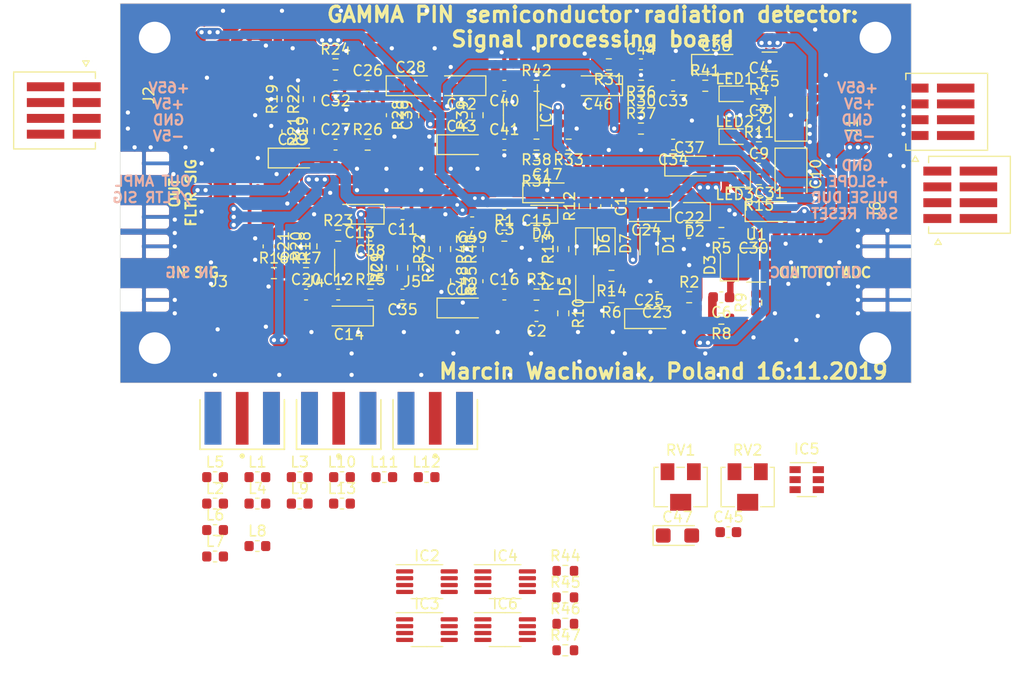
<source format=kicad_pcb>
(kicad_pcb (version 20171130) (host pcbnew 5.1.10-88a1d61d58~88~ubuntu18.04.1)
  (layers (0 Top signal) (31 Bottom signal) (34 B.Paste user) (35 F.Paste user) (36 B.SilkS user) (37 F.SilkS user) (38 B.Mask user) (39 F.Mask user) (44 Edge.Cuts user))
  (net 0 "")
  (net 1 GND)
  (net 2 +5V)
  (net 3 -5V)
  (net 4 /FILTERED_SIGNAL)
  (net 5 "Net-(C25-Pad2)")
  (net 6 "Net-(C29-Pad2)")
  (net 7 /FAST_FILTERED_SIG)
  (net 8 "Net-(IC3-Pad2)")
  (net 9 "Net-(C44-Pad2)")
  (net 10 "Net-(C41-Pad2)")
  (net 11 "Net-(C44-Pad1)")
  (net 12 "Net-(IC3-Pad6)")
  (net 13 "Net-(C21-Pad2)")
  (net 14 "Net-(D5-PadA)")
  (net 15 "Net-(IC7-Pad6)")
  (net 16 "Net-(C54-Pad2)")
  (net 17 "Net-(IC7-Pad2)")
  (net 18 /SIGNAL_INPUT)
  (net 19 "Net-(C3-Pad1)")
  (net 20 "Net-(D5-PadK)")
  (net 21 /BLR_OUT)
  (net 22 "Net-(D4-PadK)")
  (net 23 /ADC)
  (net 24 "Net-(C8-Pad1)")
  (net 25 "Net-(D1-PadA)")
  (net 26 "Net-(D2-PadK)")
  (net 27 "Net-(C8-Pad2)")
  (net 28 "Net-(C32-Pad2)")
  (net 29 "Net-(C45-Pad1)")
  (net 30 "Net-(C38-Pad1)")
  (net 31 "Net-(IC4-Pad2)")
  (net 32 "Net-(IC4-Pad1)")
  (net 33 "Net-(C38-Pad2)")
  (net 34 "Net-(C36-Pad2)")
  (net 35 /RESET)
  (net 36 /RISING_SLOPE)
  (net 37 "Net-(IC6-Pad3)")
  (net 38 "Net-(IC6-Pad2)")
  (net 39 "Net-(C51-Pad1)")
  (net 40 /PULSE_DURATION)
  (net 41 "Net-(IC5-Pad3)")
  (net 42 "Net-(C50-Pad1)")
  (net 43 "Net-(C55-Pad2)")
  (net 44 /+65V)
  (net 45 "Net-(LED6-PadC)")
  (net 46 "Net-(LED4-PadA)")
  (net 47 "Net-(LED2-PadA)")
  (net 48 "Net-(D1-Pad2)")
  (net 49 "Net-(D1-Pad1)")
  (net 50 "Net-(D2-Pad1)")
  (net 51 "Net-(D4-Pad1)")
  (net 52 "Net-(D5-Pad2)")
  (net 53 "Net-(D5-Pad1)")
  (net 54 "Net-(LED1-Pad2)")
  (net 55 "Net-(IC6-Pad7)")
  (net 56 "Net-(C6-Pad2)")
  (net 57 "Net-(C6-Pad1)")
  (net 58 "Net-(C11-Pad2)")
  (net 59 "Net-(C12-Pad1)")
  (net 60 "Net-(C15-Pad2)")
  (net 61 "Net-(C16-Pad1)")
  (net 62 "Net-(C19-Pad1)")
  (net 63 "Net-(C20-Pad2)")
  (net 64 "Net-(C22-Pad2)")
  (net 65 "Net-(C23-Pad1)")
  (net 66 "Net-(C26-Pad2)")
  (net 67 "Net-(C27-Pad1)")
  (net 68 "Net-(C30-Pad2)")
  (net 69 "Net-(C32-Pad1)")
  (net 70 "Net-(C33-Pad2)")
  (net 71 "Net-(C34-Pad1)")
  (net 72 "Net-(C35-Pad2)")
  (net 73 "Net-(C39-Pad1)")
  (net 74 "Net-(C40-Pad2)")
  (net 75 "Net-(C41-Pad1)")
  (net 76 "Net-(C48-Pad2)")
  (net 77 "Net-(C49-Pad2)")
  (net 78 "Net-(IC1-Pad6)")
  (net 79 "Net-(IC1-Pad5)")
  (net 80 "Net-(IC2-Pad2)")
  (net 81 "Net-(IC3-Pad5)")
  (net 82 "Net-(IC3-Pad3)")
  (net 83 "Net-(IC3-Pad1)")
  (net 84 "Net-(IC4-Pad6)")
  (net 85 "Net-(IC6-Pad8)")
  (net 86 "Net-(IC7-Pad8)")
  (net 87 "Net-(IC7-Pad7)")
  (net 88 "Net-(IC7-Pad3)")
  (net 89 "Net-(LED2-Pad2)")
  (net 90 "Net-(LED3-Pad1)")
  (net 91 "Net-(R9-Pad1)")
  (net 92 "Net-(R30-Pad1)")
  (net 93 "Net-(R31-Pad2)")
  (net 94 "Net-(R33-Pad1)")
  (net 95 "Net-(R34-Pad2)")
  (module Resistor_SMD:R_0603_1608Metric (layer Top) (at 153.201 148.369)
    (fp_text reference R47 (at 0 -1.43) (layer F.SilkS))
    (fp_text value 2k)
    (pad 2 smd roundrect (at 0.825 0) (size 0.8 0.95) (layers Top F.Paste F.Mask) (net 1 GND))
    (pad 1 smd roundrect (at -0.825 0) (size 0.8 0.95) (layers Top F.Paste F.Mask) (net 36 /RISING_SLOPE))
  )
  (module Resistor_SMD:R_0603_1608Metric (layer Top) (at 153.201 145.859)
    (fp_text reference R46 (at 0 -1.43) (layer F.SilkS))
    (fp_text value 1k)
    (pad 2 smd roundrect (at 0.825 0) (size 0.8 0.95) (layers Top F.Paste F.Mask) (net 36 /RISING_SLOPE))
    (pad 1 smd roundrect (at -0.825 0) (size 0.8 0.95) (layers Top F.Paste F.Mask) (net 85 "Net-(IC6-Pad8)"))
  )
  (module Resistor_SMD:R_0603_1608Metric (layer Top) (at 153.201 143.349)
    (fp_text reference R45 (at 0 -1.43) (layer F.SilkS))
    (fp_text value 2k)
    (pad 2 smd roundrect (at 0.825 0) (size 0.8 0.95) (layers Top F.Paste F.Mask) (net 1 GND))
    (pad 1 smd roundrect (at -0.825 0) (size 0.8 0.95) (layers Top F.Paste F.Mask) (net 40 /PULSE_DURATION))
  )
  (module Resistor_SMD:R_0603_1608Metric (layer Top) (at 153.201 140.839)
    (fp_text reference R44 (at 0 -1.43) (layer F.SilkS))
    (fp_text value 1k)
    (pad 2 smd roundrect (at 0.825 0) (size 0.8 0.95) (layers Top F.Paste F.Mask) (net 40 /PULSE_DURATION))
    (pad 1 smd roundrect (at -0.825 0) (size 0.8 0.95) (layers Top F.Paste F.Mask) (net 87 "Net-(IC7-Pad7)"))
  )
  (module Package_SO:MSOP-8_3x3mm_P0.65mm (layer Top) (at 147.491 146.409)
    (fp_text reference IC6 (at 0 -2.45) (layer F.SilkS))
    (fp_text value LT1713)
    (pad 8 smd roundrect (at 2.1125 -0.975) (size 1.625 0.4) (layers Top F.Paste F.Mask) (net 85 "Net-(IC6-Pad8)"))
    (pad 7 smd roundrect (at 2.1125 -0.325) (size 1.625 0.4) (layers Top F.Paste F.Mask) (net 55 "Net-(IC6-Pad7)"))
    (pad 6 smd roundrect (at 2.1125 0.325) (size 1.625 0.4) (layers Top F.Paste F.Mask) (net 1 GND))
    (pad 5 smd roundrect (at 2.1125 0.975) (size 1.625 0.4) (layers Top F.Paste F.Mask) (net 1 GND))
    (pad 4 smd roundrect (at -2.1125 0.975) (size 1.625 0.4) (layers Top F.Paste F.Mask) (net 71 "Net-(C34-Pad1)"))
    (pad 3 smd roundrect (at -2.1125 0.325) (size 1.625 0.4) (layers Top F.Paste F.Mask) (net 37 "Net-(IC6-Pad3)"))
    (pad 2 smd roundrect (at -2.1125 -0.325) (size 1.625 0.4) (layers Top F.Paste F.Mask) (net 38 "Net-(IC6-Pad2)"))
    (pad 1 smd roundrect (at -2.1125 -0.975) (size 1.625 0.4) (layers Top F.Paste F.Mask) (net 70 "Net-(C33-Pad2)"))
  )
  (module Package_SO:MSOP-8_3x3mm_P0.65mm (layer Top) (at 147.491 141.859)
    (fp_text reference IC4 (at 0 -2.45) (layer F.SilkS))
    (fp_text value AD8066)
    (pad 8 smd roundrect (at 2.1125 -0.975) (size 1.625 0.4) (layers Top F.Paste F.Mask) (net 66 "Net-(C26-Pad2)"))
    (pad 7 smd roundrect (at 2.1125 -0.325) (size 1.625 0.4) (layers Top F.Paste F.Mask) (net 30 "Net-(C38-Pad1)"))
    (pad 6 smd roundrect (at 2.1125 0.325) (size 1.625 0.4) (layers Top F.Paste F.Mask) (net 84 "Net-(IC4-Pad6)"))
    (pad 5 smd roundrect (at 2.1125 0.975) (size 1.625 0.4) (layers Top F.Paste F.Mask) (net 72 "Net-(C35-Pad2)"))
    (pad 4 smd roundrect (at -2.1125 0.975) (size 1.625 0.4) (layers Top F.Paste F.Mask) (net 67 "Net-(C27-Pad1)"))
    (pad 3 smd roundrect (at -2.1125 0.325) (size 1.625 0.4) (layers Top F.Paste F.Mask) (net 76 "Net-(C48-Pad2)"))
    (pad 2 smd roundrect (at -2.1125 -0.325) (size 1.625 0.4) (layers Top F.Paste F.Mask) (net 31 "Net-(IC4-Pad2)"))
    (pad 1 smd roundrect (at -2.1125 -0.975) (size 1.625 0.4) (layers Top F.Paste F.Mask) (net 4 /FILTERED_SIGNAL))
  )
  (module Package_SO:MSOP-8_3x3mm_P0.65mm (layer Top) (at 140.081 146.409)
    (fp_text reference IC3 (at 0 -2.45) (layer F.SilkS))
    (fp_text value AD8066)
    (pad 8 smd roundrect (at 2.1125 -0.975) (size 1.625 0.4) (layers Top F.Paste F.Mask) (net 64 "Net-(C22-Pad2)"))
    (pad 7 smd roundrect (at 2.1125 -0.325) (size 1.625 0.4) (layers Top F.Paste F.Mask) (net 73 "Net-(C39-Pad1)"))
    (pad 6 smd roundrect (at 2.1125 0.325) (size 1.625 0.4) (layers Top F.Paste F.Mask) (net 69 "Net-(C32-Pad1)"))
    (pad 5 smd roundrect (at 2.1125 0.975) (size 1.625 0.4) (layers Top F.Paste F.Mask) (net 81 "Net-(IC3-Pad5)"))
    (pad 4 smd roundrect (at -2.1125 0.975) (size 1.625 0.4) (layers Top F.Paste F.Mask) (net 65 "Net-(C23-Pad1)"))
    (pad 3 smd roundrect (at -2.1125 0.325) (size 1.625 0.4) (layers Top F.Paste F.Mask) (net 82 "Net-(IC3-Pad3)"))
    (pad 2 smd roundrect (at -2.1125 -0.325) (size 1.625 0.4) (layers Top F.Paste F.Mask) (net 8 "Net-(IC3-Pad2)"))
    (pad 1 smd roundrect (at -2.1125 -0.975) (size 1.625 0.4) (layers Top F.Paste F.Mask) (net 83 "Net-(IC3-Pad1)"))
  )
  (module Package_SO:MSOP-8_3x3mm_P0.65mm (layer Top) (at 140.081 141.859)
    (fp_text reference IC2 (at 0 -2.45) (layer F.SilkS))
    (fp_text value AD8066)
    (pad 8 smd roundrect (at 2.1125 -0.975) (size 1.625 0.4) (layers Top F.Paste F.Mask) (net 60 "Net-(C15-Pad2)"))
    (pad 7 smd roundrect (at 2.1125 -0.325) (size 1.625 0.4) (layers Top F.Paste F.Mask) (net 23 /ADC))
    (pad 6 smd roundrect (at 2.1125 0.325) (size 1.625 0.4) (layers Top F.Paste F.Mask) (net 23 /ADC))
    (pad 5 smd roundrect (at 2.1125 0.975) (size 1.625 0.4) (layers Top F.Paste F.Mask) (net 57 "Net-(C6-Pad1)"))
    (pad 4 smd roundrect (at -2.1125 0.975) (size 1.625 0.4) (layers Top F.Paste F.Mask) (net 61 "Net-(C16-Pad1)"))
    (pad 3 smd roundrect (at -2.1125 0.325) (size 1.625 0.4) (layers Top F.Paste F.Mask) (net 63 "Net-(C20-Pad2)"))
    (pad 2 smd roundrect (at -2.1125 -0.325) (size 1.625 0.4) (layers Top F.Paste F.Mask) (net 80 "Net-(IC2-Pad2)"))
    (pad 1 smd roundrect (at -2.1125 -0.975) (size 1.625 0.4) (layers Top F.Paste F.Mask) (net 7 /FAST_FILTERED_SIG))
  )
  (module Potentiometer_SMD:Potentiometer_Bourns_3224W_Vertical (layer Top) (at 170.486 132.88)
    (fp_text reference RV2 (at 0 -3.5) (layer F.SilkS))
    (fp_text value 10)
    (pad 3 smd rect (at -1.25 -1.45) (size 1.3 1.6) (layers Top F.Paste F.Mask) (net 95 "Net-(R34-Pad2)"))
    (pad 2 smd rect (at 0 1.45) (size 2 1.6) (layers Top F.Paste F.Mask) (net 29 "Net-(C45-Pad1)"))
    (pad 1 smd rect (at 1.25 -1.45) (size 1.3 1.6) (layers Top F.Paste F.Mask) (net 94 "Net-(R33-Pad1)"))
  )
  (module Potentiometer_SMD:Potentiometer_Bourns_3224W_Vertical (layer Top) (at 164.136 132.88)
    (fp_text reference RV1 (at 0 -3.5) (layer F.SilkS))
    (fp_text value 500)
    (pad 3 smd rect (at -1.25 -1.45) (size 1.3 1.6) (layers Top F.Paste F.Mask) (net 93 "Net-(R31-Pad2)"))
    (pad 2 smd rect (at 0 1.45) (size 2 1.6) (layers Top F.Paste F.Mask) (net 11 "Net-(C44-Pad1)"))
    (pad 1 smd rect (at 1.25 -1.45) (size 1.3 1.6) (layers Top F.Paste F.Mask) (net 92 "Net-(R30-Pad1)"))
  )
  (module Package_TO_SOT_SMD:SOT-23-6 (layer Top) (at 176.086 132.18)
    (fp_text reference IC5 (at 0 -2.9) (layer F.SilkS))
    (fp_text value ADG701)
    (pad 5 smd rect (at 1.1 0) (size 1.06 0.65) (layers Top F.Paste F.Mask))
    (pad 6 smd rect (at 1.1 -0.95) (size 1.06 0.65) (layers Top F.Paste F.Mask) (net 68 "Net-(C30-Pad2)"))
    (pad 4 smd rect (at 1.1 0.95) (size 1.06 0.65) (layers Top F.Paste F.Mask))
    (pad 3 smd rect (at -1.1 0.95) (size 1.06 0.65) (layers Top F.Paste F.Mask) (net 1 GND))
    (pad 2 smd rect (at -1.1 0) (size 1.06 0.65) (layers Top F.Paste F.Mask))
    (pad 1 smd rect (at -1.1 -0.95) (size 1.06 0.65) (layers Top F.Paste F.Mask))
  )
  (module Capacitor_Tantalum_SMD:CP_EIA-3216-18_Kemet-A (layer Top) (at 163.831 137.48)
    (fp_text reference C47 (at 0 -1.75) (layer F.SilkS))
    (fp_text value 4,7u/6V)
    (pad 2 smd roundrect (at 1.35 0) (size 1.4 1.35) (layers Top F.Paste F.Mask) (roundrect_rratio 0.185185) (net 3 -5V))
    (pad 1 smd roundrect (at -1.35 0) (size 1.4 1.35) (layers Top F.Paste F.Mask) (roundrect_rratio 0.185185) (net 29 "Net-(C45-Pad1)"))
  )
  (module Capacitor_SMD:C_0603_1608Metric (layer Top) (at 168.656 137.16)
    (fp_text reference C45 (at 0 -1.43) (layer F.SilkS))
    (fp_text value 100n/50V)
    (pad 2 smd roundrect (at 0.775 0) (size 0.9 0.95) (layers Top F.Paste F.Mask) (net 3 -5V))
    (pad 1 smd roundrect (at -0.775 0) (size 0.9 0.95) (layers Top F.Paste F.Mask) (net 29 "Net-(C45-Pad1)"))
  )
  (module Package_TO_SOT_SMD:SOT-23-6 (layer Top) (at 171.2931 111.8276)
    (fp_text reference U1 (at 0 -2.9) (layer F.SilkS))
    (fp_text value ADG701)
    (pad 5 smd rect (at 1.1 0) (size 1.06 0.65) (layers Top F.Paste F.Mask))
    (pad 6 smd rect (at 1.1 -0.95) (size 1.06 0.65) (layers Top F.Paste F.Mask))
    (pad 4 smd rect (at 1.1 0.95) (size 1.06 0.65) (layers Top F.Paste F.Mask) (net 35 /RESET))
    (pad 3 smd rect (at -1.1 0.95) (size 1.06 0.65) (layers Top F.Paste F.Mask))
    (pad 2 smd rect (at -1.1 0) (size 1.06 0.65) (layers Top F.Paste F.Mask) (net 91 "Net-(R9-Pad1)"))
    (pad 1 smd rect (at -1.1 -0.95) (size 1.06 0.65) (layers Top F.Paste F.Mask) (net 57 "Net-(C6-Pad1)"))
  )
  (module Resistor_SMD:R_0603_1608Metric (layer Top) (at 129.1291 110.0496 90)
    (fp_text reference R20 (at 0 -1.43 90) (layer F.SilkS))
    (fp_text value 9,1k)
    (pad 2 smd roundrect (at 0.825 0 90) (size 0.8 0.95) (layers Top F.Paste F.Mask) (net 80 "Net-(IC2-Pad2)"))
    (pad 1 smd roundrect (at -0.825 0 90) (size 0.8 0.95) (layers Top F.Paste F.Mask) (net 7 /FAST_FILTERED_SIG))
  )
  (module Capacitor_SMD:C_0603_1608Metric (layer Top) (at 136.7491 97.6036 270)
    (fp_text reference C39 (at 0 -1.43 90) (layer F.SilkS))
    (fp_text value 1p/50V)
    (pad 2 smd roundrect (at 0.775 0 270) (size 0.9 0.95) (layers Top F.Paste F.Mask) (net 69 "Net-(C32-Pad1)"))
    (pad 1 smd roundrect (at -0.775 0 270) (size 0.9 0.95) (layers Top F.Paste F.Mask) (net 73 "Net-(C39-Pad1)"))
  )
  (module Resistor_SMD:R_0603_1608Metric (layer Top) (at 157.3231 92.7776 180)
    (fp_text reference R31 (at 0 -1.43) (layer F.SilkS))
    (fp_text value 2,2k)
    (pad 2 smd roundrect (at 0.825 0 180) (size 0.8 0.95) (layers Top F.Paste F.Mask) (net 93 "Net-(R31-Pad2)"))
    (pad 1 smd roundrect (at -0.825 0 180) (size 0.8 0.95) (layers Top F.Paste F.Mask) (net 3 -5V))
  )
  (module Resistor_SMD:R_0603_1608Metric (layer Top) (at 144.8771 110.3036 90)
    (fp_text reference R43 (at 0 -1.43 90) (layer F.SilkS))
    (fp_text value 6,8k)
    (pad 2 smd roundrect (at 0.825 0 90) (size 0.8 0.95) (layers Top F.Paste F.Mask) (net 31 "Net-(IC4-Pad2)"))
    (pad 1 smd roundrect (at -0.825 0 90) (size 0.8 0.95) (layers Top F.Paste F.Mask) (net 4 /FILTERED_SIGNAL))
  )
  (module Resistor_SMD:R_0603_1608Metric (layer Top) (at 150.4651 94.8096)
    (fp_text reference R42 (at 0 -1.43) (layer F.SilkS))
    (fp_text value 100k)
    (pad 2 smd roundrect (at 0.825 0) (size 0.8 0.95) (layers Top F.Paste F.Mask) (net 88 "Net-(IC7-Pad3)"))
    (pad 1 smd roundrect (at -0.825 0) (size 0.8 0.95) (layers Top F.Paste F.Mask) (net 86 "Net-(IC7-Pad8)"))
  )
  (module Resistor_SMD:R_0603_1608Metric (layer Top) (at 166.4671 94.8096)
    (fp_text reference R41 (at 0 -1.43) (layer F.SilkS))
    (fp_text value 22k)
    (pad 2 smd roundrect (at 0.825 0) (size 0.8 0.95) (layers Top F.Paste F.Mask) (net 38 "Net-(IC6-Pad2)"))
    (pad 1 smd roundrect (at -0.825 0) (size 0.8 0.95) (layers Top F.Paste F.Mask) (net 55 "Net-(IC6-Pad7)"))
  )
  (module Resistor_SMD:R_0603_1608Metric (layer Top) (at 142.8451 110.3036 270)
    (fp_text reference R40 (at 0 -1.43 90) (layer F.SilkS))
    (fp_text value 3,3k)
    (pad 2 smd roundrect (at 0.825 0 270) (size 0.8 0.95) (layers Top F.Paste F.Mask) (net 1 GND))
    (pad 1 smd roundrect (at -0.825 0 270) (size 0.8 0.95) (layers Top F.Paste F.Mask) (net 31 "Net-(IC4-Pad2)"))
  )
  (module Resistor_SMD:R_0603_1608Metric (layer Top) (at 160.3711 98.8736)
    (fp_text reference R37 (at 0 -1.43) (layer F.SilkS))
    (fp_text value 100)
    (pad 2 smd roundrect (at 0.825 0) (size 0.8 0.95) (layers Top F.Paste F.Mask) (net 73 "Net-(C39-Pad1)"))
    (pad 1 smd roundrect (at -0.825 0) (size 0.8 0.95) (layers Top F.Paste F.Mask) (net 37 "Net-(IC6-Pad3)"))
  )
  (module Resistor_SMD:R_0603_1608Metric (layer Top) (at 144.8771 97.6036 90)
    (fp_text reference R39 (at 0 -1.43 90) (layer F.SilkS))
    (fp_text value 100)
    (pad 2 smd roundrect (at 0.825 0 90) (size 0.8 0.95) (layers Top F.Paste F.Mask) (net 83 "Net-(IC3-Pad1)"))
    (pad 1 smd roundrect (at -0.825 0 90) (size 0.8 0.95) (layers Top F.Paste F.Mask) (net 17 "Net-(IC7-Pad2)"))
  )
  (module Resistor_SMD:R_0603_1608Metric (layer Top) (at 150.4651 100.3976 180)
    (fp_text reference R38 (at 0 -1.43) (layer F.SilkS))
    (fp_text value 520)
    (pad 2 smd roundrect (at 0.825 0 180) (size 0.8 0.95) (layers Top F.Paste F.Mask) (net 29 "Net-(C45-Pad1)"))
    (pad 1 smd roundrect (at -0.825 0 180) (size 0.8 0.95) (layers Top F.Paste F.Mask) (net 88 "Net-(IC7-Pad3)"))
  )
  (module Resistor_SMD:R_0603_1608Metric (layer Top) (at 160.3711 96.8416)
    (fp_text reference R36 (at 0 -1.43) (layer F.SilkS))
    (fp_text value 1k)
    (pad 2 smd roundrect (at 0.825 0) (size 0.8 0.95) (layers Top F.Paste F.Mask) (net 11 "Net-(C44-Pad1)"))
    (pad 1 smd roundrect (at -0.825 0) (size 0.8 0.95) (layers Top F.Paste F.Mask) (net 38 "Net-(IC6-Pad2)"))
  )
  (module Resistor_SMD:R_0603_1608Metric (layer Top) (at 142.8451 113.3516 270)
    (fp_text reference R35 (at 0 -1.43 90) (layer F.SilkS))
    (fp_text value 18k)
    (pad 2 smd roundrect (at 0.825 0 270) (size 0.8 0.95) (layers Top F.Paste F.Mask) (net 77 "Net-(C49-Pad2)"))
    (pad 1 smd roundrect (at -0.825 0 270) (size 0.8 0.95) (layers Top F.Paste F.Mask) (net 76 "Net-(C48-Pad2)"))
  )
  (module Resistor_SMD:R_0603_1608Metric (layer Top) (at 160.3711 94.8096 180)
    (fp_text reference R30 (at 0 -1.43) (layer F.SilkS))
    (fp_text value 3,3k)
    (pad 2 smd roundrect (at 0.825 0 180) (size 0.8 0.95) (layers Top F.Paste F.Mask) (net 1 GND))
    (pad 1 smd roundrect (at -0.825 0 180) (size 0.8 0.95) (layers Top F.Paste F.Mask) (net 92 "Net-(R30-Pad1)"))
  )
  (module Resistor_SMD:R_0603_1608Metric (layer Top) (at 150.4651 102.4296 180)
    (fp_text reference R34 (at 0 -1.43) (layer F.SilkS))
    (fp_text value 1)
    (pad 2 smd roundrect (at 0.825 0 180) (size 0.8 0.95) (layers Top F.Paste F.Mask) (net 95 "Net-(R34-Pad2)"))
    (pad 1 smd roundrect (at -0.825 0 180) (size 0.8 0.95) (layers Top F.Paste F.Mask) (net 3 -5V))
  )
  (module Resistor_SMD:R_0603_1608Metric (layer Top) (at 153.5131 100.3976 180)
    (fp_text reference R33 (at 0 -1.43) (layer F.SilkS))
    (fp_text value 1k)
    (pad 2 smd roundrect (at 0.825 0 180) (size 0.8 0.95) (layers Top F.Paste F.Mask) (net 1 GND))
    (pad 1 smd roundrect (at -0.825 0 180) (size 0.8 0.95) (layers Top F.Paste F.Mask) (net 94 "Net-(R33-Pad1)"))
  )
  (module Resistor_SMD:R_0603_1608Metric (layer Top) (at 140.8131 110.3036 90)
    (fp_text reference R32 (at 0 -1.43 90) (layer F.SilkS))
    (fp_text value 6,2k)
    (pad 2 smd roundrect (at 0.825 0 90) (size 0.8 0.95) (layers Top F.Paste F.Mask) (net 30 "Net-(C38-Pad1)"))
    (pad 1 smd roundrect (at -0.825 0 90) (size 0.8 0.95) (layers Top F.Paste F.Mask) (net 77 "Net-(C49-Pad2)"))
  )
  (module Resistor_SMD:R_0603_1608Metric (layer Top) (at 136.7491 112.0816 90)
    (fp_text reference R29 (at 0 -1.43 90) (layer F.SilkS))
    (fp_text value 8,2k)
    (pad 2 smd roundrect (at 0.825 0 90) (size 0.8 0.95) (layers Top F.Paste F.Mask) (net 84 "Net-(IC4-Pad6)"))
    (pad 1 smd roundrect (at -0.825 0 90) (size 0.8 0.95) (layers Top F.Paste F.Mask) (net 30 "Net-(C38-Pad1)"))
  )
  (module Resistor_SMD:R_0603_1608Metric (layer Top) (at 138.7811 97.6036 90)
    (fp_text reference R28 (at 0 -1.43 90) (layer F.SilkS))
    (fp_text value 470k)
    (pad 2 smd roundrect (at 0.825 0 90) (size 0.8 0.95) (layers Top F.Paste F.Mask) (net 69 "Net-(C32-Pad1)"))
    (pad 1 smd roundrect (at -0.825 0 90) (size 0.8 0.95) (layers Top F.Paste F.Mask) (net 73 "Net-(C39-Pad1)"))
  )
  (module Resistor_SMD:R_0603_1608Metric (layer Top) (at 138.7811 112.0816 270)
    (fp_text reference R27 (at 0 -1.43 90) (layer F.SilkS))
    (fp_text value 2k)
    (pad 2 smd roundrect (at 0.825 0 270) (size 0.8 0.95) (layers Top F.Paste F.Mask) (net 1 GND))
    (pad 1 smd roundrect (at -0.825 0 270) (size 0.8 0.95) (layers Top F.Paste F.Mask) (net 84 "Net-(IC4-Pad6)"))
  )
  (module Resistor_SMD:R_0603_1608Metric (layer Top) (at 134.4631 100.3976)
    (fp_text reference R26 (at 0 -1.43) (layer F.SilkS))
    (fp_text value 100)
    (pad 2 smd roundrect (at 0.825 0) (size 0.8 0.95) (layers Top F.Paste F.Mask) (net 1 GND))
    (pad 1 smd roundrect (at -0.825 0) (size 0.8 0.95) (layers Top F.Paste F.Mask) (net 81 "Net-(IC3-Pad5)"))
  )
  (module Resistor_SMD:R_0603_1608Metric (layer Top) (at 134.7171 114.6216)
    (fp_text reference R25 (at 0 -1.43) (layer F.SilkS))
    (fp_text value 30k)
    (pad 2 smd roundrect (at 0.825 0) (size 0.8 0.95) (layers Top F.Paste F.Mask) (net 33 "Net-(C38-Pad2)"))
    (pad 1 smd roundrect (at -0.825 0) (size 0.8 0.95) (layers Top F.Paste F.Mask) (net 72 "Net-(C35-Pad2)"))
  )
  (module Resistor_SMD:R_0603_1608Metric (layer Top) (at 131.4151 92.7776)
    (fp_text reference R24 (at 0 -1.43) (layer F.SilkS))
    (fp_text value 1)
    (pad 2 smd roundrect (at 0.825 0) (size 0.8 0.95) (layers Top F.Paste F.Mask) (net 83 "Net-(IC3-Pad1)"))
    (pad 1 smd roundrect (at -0.825 0) (size 0.8 0.95) (layers Top F.Paste F.Mask) (net 28 "Net-(C32-Pad2)"))
  )
  (module Resistor_SMD:R_0603_1608Metric (layer Top) (at 131.6691 109.0336)
    (fp_text reference R23 (at 0 -1.43) (layer F.SilkS))
    (fp_text value 3,6k)
    (pad 2 smd roundrect (at 0.825 0) (size 0.8 0.95) (layers Top F.Paste F.Mask) (net 7 /FAST_FILTERED_SIG))
    (pad 1 smd roundrect (at -0.825 0) (size 0.8 0.95) (layers Top F.Paste F.Mask) (net 33 "Net-(C38-Pad2)"))
  )
  (module Resistor_SMD:R_0603_1608Metric (layer Top) (at 128.8751 96.0796 90)
    (fp_text reference R22 (at 0 -1.43 90) (layer F.SilkS))
    (fp_text value 1k)
    (pad 2 smd roundrect (at 0.825 0 90) (size 0.8 0.95) (layers Top F.Paste F.Mask) (net 8 "Net-(IC3-Pad2)"))
    (pad 1 smd roundrect (at -0.825 0 90) (size 0.8 0.95) (layers Top F.Paste F.Mask) (net 83 "Net-(IC3-Pad1)"))
  )
  (module Resistor_SMD:R_0603_1608Metric (layer Top) (at 128.8751 99.1276 90)
    (fp_text reference R21 (at 0 -1.43 90) (layer F.SilkS))
    (fp_text value 100)
    (pad 2 smd roundrect (at 0.825 0 90) (size 0.8 0.95) (layers Top F.Paste F.Mask) (net 1 GND))
    (pad 1 smd roundrect (at -0.825 0 90) (size 0.8 0.95) (layers Top F.Paste F.Mask) (net 82 "Net-(IC3-Pad3)"))
  )
  (module Resistor_SMD:R_0603_1608Metric (layer Top) (at 126.8431 96.0796 90)
    (fp_text reference R19 (at 0 -1.43 90) (layer F.SilkS))
    (fp_text value 1k)
    (pad 2 smd roundrect (at 0.825 0 90) (size 0.8 0.95) (layers Top F.Paste F.Mask) (net 8 "Net-(IC3-Pad2)"))
    (pad 1 smd roundrect (at -0.825 0 90) (size 0.8 0.95) (layers Top F.Paste F.Mask) (net 62 "Net-(C19-Pad1)"))
  )
  (module Resistor_SMD:R_0603_1608Metric (layer Top) (at 127.0971 110.0496 270)
    (fp_text reference R18 (at 0 -1.43 90) (layer F.SilkS))
    (fp_text value 1,8k)
    (pad 2 smd roundrect (at 0.825 0 270) (size 0.8 0.95) (layers Top F.Paste F.Mask) (net 1 GND))
    (pad 1 smd roundrect (at -0.825 0 270) (size 0.8 0.95) (layers Top F.Paste F.Mask) (net 80 "Net-(IC2-Pad2)"))
  )
  (module Resistor_SMD:R_0603_1608Metric (layer Top) (at 128.6211 112.5896)
    (fp_text reference R17 (at 0 -1.43) (layer F.SilkS))
    (fp_text value 33k)
    (pad 2 smd roundrect (at 0.825 0) (size 0.8 0.95) (layers Top F.Paste F.Mask) (net 13 "Net-(C21-Pad2)"))
    (pad 1 smd roundrect (at -0.825 0) (size 0.8 0.95) (layers Top F.Paste F.Mask) (net 63 "Net-(C20-Pad2)"))
  )
  (module Resistor_SMD:R_0603_1608Metric (layer Top) (at 125.5731 112.5896)
    (fp_text reference R16 (at 0 -1.43) (layer F.SilkS))
    (fp_text value 3k)
    (pad 2 smd roundrect (at 0.825 0) (size 0.8 0.95) (layers Top F.Paste F.Mask) (net 18 /SIGNAL_INPUT))
    (pad 1 smd roundrect (at -0.825 0) (size 0.8 0.95) (layers Top F.Paste F.Mask) (net 13 "Net-(C21-Pad2)"))
  )
  (module Resistor_SMD:R_0603_1608Metric (layer Top) (at 157.5771 112.8436 180)
    (fp_text reference R14 (at 0 -1.43) (layer F.SilkS))
    (fp_text value 1,6k)
    (pad 2 smd roundrect (at 0.825 0 180) (size 0.8 0.95) (layers Top F.Paste F.Mask) (net 21 /BLR_OUT))
    (pad 1 smd roundrect (at -0.825 0 180) (size 0.8 0.95) (layers Top F.Paste F.Mask) (net 1 GND))
  )
  (module Resistor_SMD:R_0603_1608Metric (layer Top) (at 171.5471 104.7156 180)
    (fp_text reference R15 (at 0 -1.43) (layer F.SilkS))
    (fp_text value 300)
    (pad 2 smd roundrect (at 0.825 0 180) (size 0.8 0.95) (layers Top F.Paste F.Mask) (net 3 -5V))
    (pad 1 smd roundrect (at -0.825 0 180) (size 0.8 0.95) (layers Top F.Paste F.Mask) (net 90 "Net-(LED3-Pad1)"))
  )
  (module Resistor_SMD:R_0603_1608Metric (layer Top) (at 153.0051 110.3036 90)
    (fp_text reference R13 (at 0 -1.43 90) (layer F.SilkS))
    (fp_text value 1,6k)
    (pad 2 smd roundrect (at 0.825 0 90) (size 0.8 0.95) (layers Top F.Paste F.Mask) (net 52 "Net-(D5-Pad2)"))
    (pad 1 smd roundrect (at -0.825 0 90) (size 0.8 0.95) (layers Top F.Paste F.Mask) (net 51 "Net-(D4-Pad1)"))
  )
  (module Resistor_SMD:R_0603_1608Metric (layer Top) (at 155.0371 106.2396 90)
    (fp_text reference R12 (at 0 -1.43 90) (layer F.SilkS))
    (fp_text value 1,6k)
    (pad 2 smd roundrect (at 0.825 0 90) (size 0.8 0.95) (layers Top F.Paste F.Mask) (net 51 "Net-(D4-Pad1)"))
    (pad 1 smd roundrect (at -0.825 0 90) (size 0.8 0.95) (layers Top F.Paste F.Mask) (net 3 -5V))
  )
  (module Resistor_SMD:R_0603_1608Metric (layer Top) (at 153.0051 116.3996 270)
    (fp_text reference R10 (at 0 -1.43 90) (layer F.SilkS))
    (fp_text value 1,6k)
    (pad 2 smd roundrect (at 0.825 0 270) (size 0.8 0.95) (layers Top F.Paste F.Mask) (net 53 "Net-(D5-Pad1)"))
    (pad 1 smd roundrect (at -0.825 0 270) (size 0.8 0.95) (layers Top F.Paste F.Mask) (net 3 -5V))
  )
  (module Resistor_SMD:R_0603_1608Metric (layer Top) (at 171.5471 100.6516)
    (fp_text reference R11 (at 0 -1.43) (layer F.SilkS))
    (fp_text value 300)
    (pad 2 smd roundrect (at 0.825 0) (size 0.8 0.95) (layers Top F.Paste F.Mask) (net 89 "Net-(LED2-Pad2)"))
    (pad 1 smd roundrect (at -0.825 0) (size 0.8 0.95) (layers Top F.Paste F.Mask) (net 2 +5V))
  )
  (module Resistor_SMD:R_0603_1608Metric (layer Top) (at 171.2931 115.3836 90)
    (fp_text reference R9 (at 0 -1.43 90) (layer F.SilkS))
    (fp_text value 100)
    (pad 2 smd roundrect (at 0.825 0 90) (size 0.8 0.95) (layers Top F.Paste F.Mask) (net 1 GND))
    (pad 1 smd roundrect (at -0.825 0 90) (size 0.8 0.95) (layers Top F.Paste F.Mask) (net 91 "Net-(R9-Pad1)"))
  )
  (module Resistor_SMD:R_0603_1608Metric (layer Top) (at 167.9911 116.9076 180)
    (fp_text reference R8 (at 0 -1.43) (layer F.SilkS))
    (fp_text value 22)
    (pad 2 smd roundrect (at 0.825 0 180) (size 0.8 0.95) (layers Top F.Paste F.Mask) (net 1 GND))
    (pad 1 smd roundrect (at -0.825 0 180) (size 0.8 0.95) (layers Top F.Paste F.Mask) (net 56 "Net-(C6-Pad2)"))
  )
  (module Resistor_SMD:R_0603_1608Metric (layer Top) (at 153.0051 113.3516 90)
    (fp_text reference R7 (at 0 -1.43 90) (layer F.SilkS))
    (fp_text value 10k)
    (pad 2 smd roundrect (at 0.825 0 90) (size 0.8 0.95) (layers Top F.Paste F.Mask) (net 53 "Net-(D5-Pad1)"))
    (pad 1 smd roundrect (at -0.825 0 90) (size 0.8 0.95) (layers Top F.Paste F.Mask) (net 78 "Net-(IC1-Pad6)"))
  )
  (module Resistor_SMD:R_0603_1608Metric (layer Top) (at 157.5771 114.8756 180)
    (fp_text reference R6 (at 0 -1.43) (layer F.SilkS))
    (fp_text value 2,2k)
    (pad 2 smd roundrect (at 0.825 0 180) (size 0.8 0.95) (layers Top F.Paste F.Mask) (net 21 /BLR_OUT))
    (pad 1 smd roundrect (at -0.825 0 180) (size 0.8 0.95) (layers Top F.Paste F.Mask) (net 78 "Net-(IC1-Pad6)"))
  )
  (module Resistor_SMD:R_0603_1608Metric (layer Top) (at 167.9911 108.7796 180)
    (fp_text reference R5 (at 0 -1.43) (layer F.SilkS))
    (fp_text value 100)
    (pad 2 smd roundrect (at 0.825 0 180) (size 0.8 0.95) (layers Top F.Paste F.Mask) (net 50 "Net-(D2-Pad1)"))
    (pad 1 smd roundrect (at -0.825 0 180) (size 0.8 0.95) (layers Top F.Paste F.Mask) (net 23 /ADC))
  )
  (module Resistor_SMD:R_0603_1608Metric (layer Top) (at 150.4651 114.6216)
    (fp_text reference R3 (at 0 -1.43) (layer F.SilkS))
    (fp_text value 100)
    (pad 2 smd roundrect (at 0.825 0) (size 0.8 0.95) (layers Top F.Paste F.Mask) (net 1 GND))
    (pad 1 smd roundrect (at -0.825 0) (size 0.8 0.95) (layers Top F.Paste F.Mask) (net 79 "Net-(IC1-Pad5)"))
  )
  (module Resistor_SMD:R_0603_1608Metric (layer Top) (at 164.9431 114.8756)
    (fp_text reference R2 (at 0 -1.43) (layer F.SilkS))
    (fp_text value 100)
    (pad 2 smd roundrect (at 0.825 0) (size 0.8 0.95) (layers Top F.Paste F.Mask) (net 48 "Net-(D1-Pad2)"))
    (pad 1 smd roundrect (at -0.825 0) (size 0.8 0.95) (layers Top F.Paste F.Mask) (net 23 /ADC))
  )
  (module Resistor_SMD:R_0603_1608Metric (layer Top) (at 147.4171 109.0336)
    (fp_text reference R1 (at 0 -1.43) (layer F.SilkS))
    (fp_text value 1k)
    (pad 2 smd roundrect (at 0.825 0) (size 0.8 0.95) (layers Top F.Paste F.Mask) (net 19 "Net-(C3-Pad1)"))
    (pad 1 smd roundrect (at -0.825 0) (size 0.8 0.95) (layers Top F.Paste F.Mask) (net 78 "Net-(IC1-Pad6)"))
  )
  (module Resistor_SMD:R_0603_1608Metric (layer Top) (at 171.5471 96.5876)
    (fp_text reference R4 (at 0 -1.43) (layer F.SilkS))
    (fp_text value 43k)
    (pad 2 smd roundrect (at 0.825 0) (size 0.8 0.95) (layers Top F.Paste F.Mask) (net 54 "Net-(LED1-Pad2)"))
    (pad 1 smd roundrect (at -0.825 0) (size 0.8 0.95) (layers Top F.Paste F.Mask) (net 44 /+65V))
  )
  (module LED_SMD:LED_0603_1608Metric (layer Top) (at 169.2611 103.6996 180)
    (fp_text reference LED3 (at 0 -1.43) (layer F.SilkS))
    (fp_text value GREEN)
    (pad 2 smd roundrect (at 0.7875 0 180) (size 0.875 0.95) (layers Top F.Paste F.Mask) (net 1 GND))
    (pad 1 smd roundrect (at -0.7875 0 180) (size 0.875 0.95) (layers Top F.Paste F.Mask) (net 90 "Net-(LED3-Pad1)"))
  )
  (module LED_SMD:LED_0603_1608Metric (layer Top) (at 169.2611 99.6356)
    (fp_text reference LED2 (at 0 -1.43) (layer F.SilkS))
    (fp_text value GREEN)
    (pad 2 smd roundrect (at 0.7875 0) (size 0.875 0.95) (layers Top F.Paste F.Mask) (net 89 "Net-(LED2-Pad2)"))
    (pad 1 smd roundrect (at -0.7875 0) (size 0.875 0.95) (layers Top F.Paste F.Mask) (net 1 GND))
  )
  (module LED_SMD:LED_0603_1608Metric (layer Top) (at 169.2611 95.5716)
    (fp_text reference LED1 (at 0 -1.43) (layer F.SilkS))
    (fp_text value GREEN)
    (pad 2 smd roundrect (at 0.7875 0) (size 0.875 0.95) (layers Top F.Paste F.Mask) (net 54 "Net-(LED1-Pad2)"))
    (pad 1 smd roundrect (at -0.7875 0) (size 0.875 0.95) (layers Top F.Paste F.Mask) (net 1 GND))
  )
  (module Inductor_SMD:L_0603_1608Metric (layer Top) (at 132.026001 134.451001)
    (fp_text reference L13 (at 0 -1.43) (layer F.SilkS))
    (fp_text value 1u)
    (pad 2 smd roundrect (at 0.7875 0) (size 0.875 0.95) (layers Top F.Paste F.Mask) (net 3 -5V))
    (pad 1 smd roundrect (at -0.7875 0) (size 0.875 0.95) (layers Top F.Paste F.Mask) (net 75 "Net-(C41-Pad1)"))
  )
  (module Inductor_SMD:L_0603_1608Metric (layer Top) (at 140.046001 131.941001)
    (fp_text reference L12 (at 0 -1.43) (layer F.SilkS))
    (fp_text value 1u)
    (pad 2 smd roundrect (at 0.7875 0) (size 0.875 0.95) (layers Top F.Paste F.Mask) (net 74 "Net-(C40-Pad2)"))
    (pad 1 smd roundrect (at -0.7875 0) (size 0.875 0.95) (layers Top F.Paste F.Mask) (net 2 +5V))
  )
  (module Inductor_SMD:L_0603_1608Metric (layer Top) (at 136.036001 131.941001)
    (fp_text reference L11 (at 0 -1.43) (layer F.SilkS))
    (fp_text value 1u)
    (pad 2 smd roundrect (at 0.7875 0) (size 0.875 0.95) (layers Top F.Paste F.Mask) (net 3 -5V))
    (pad 1 smd roundrect (at -0.7875 0) (size 0.875 0.95) (layers Top F.Paste F.Mask) (net 71 "Net-(C34-Pad1)"))
  )
  (module Inductor_SMD:L_0603_1608Metric (layer Top) (at 132.026001 131.941001)
    (fp_text reference L10 (at 0 -1.43) (layer F.SilkS))
    (fp_text value 1u)
    (pad 2 smd roundrect (at 0.7875 0) (size 0.875 0.95) (layers Top F.Paste F.Mask) (net 70 "Net-(C33-Pad2)"))
    (pad 1 smd roundrect (at -0.7875 0) (size 0.875 0.95) (layers Top F.Paste F.Mask) (net 2 +5V))
  )
  (module Inductor_SMD:L_0603_1608Metric (layer Top) (at 128.016001 134.451001)
    (fp_text reference L9 (at 0 -1.43) (layer F.SilkS))
    (fp_text value 1u)
    (pad 2 smd roundrect (at 0.7875 0) (size 0.875 0.95) (layers Top F.Paste F.Mask) (net 68 "Net-(C30-Pad2)"))
    (pad 1 smd roundrect (at -0.7875 0) (size 0.875 0.95) (layers Top F.Paste F.Mask) (net 2 +5V))
  )
  (module Inductor_SMD:L_0603_1608Metric (layer Top) (at 124.006001 138.481001)
    (fp_text reference L8 (at 0 -1.43) (layer F.SilkS))
    (fp_text value 1u)
    (pad 2 smd roundrect (at 0.7875 0) (size 0.875 0.95) (layers Top F.Paste F.Mask) (net 3 -5V))
    (pad 1 smd roundrect (at -0.7875 0) (size 0.875 0.95) (layers Top F.Paste F.Mask) (net 67 "Net-(C27-Pad1)"))
  )
  (module Inductor_SMD:L_0603_1608Metric (layer Top) (at 119.996001 139.471001)
    (fp_text reference L7 (at 0 -1.43) (layer F.SilkS))
    (fp_text value 1u)
    (pad 2 smd roundrect (at 0.7875 0) (size 0.875 0.95) (layers Top F.Paste F.Mask) (net 66 "Net-(C26-Pad2)"))
    (pad 1 smd roundrect (at -0.7875 0) (size 0.875 0.95) (layers Top F.Paste F.Mask) (net 2 +5V))
  )
  (module Inductor_SMD:L_0603_1608Metric (layer Top) (at 119.996001 136.961001)
    (fp_text reference L6 (at 0 -1.43) (layer F.SilkS))
    (fp_text value 1u)
    (pad 2 smd roundrect (at 0.7875 0) (size 0.875 0.95) (layers Top F.Paste F.Mask) (net 3 -5V))
    (pad 1 smd roundrect (at -0.7875 0) (size 0.875 0.95) (layers Top F.Paste F.Mask) (net 65 "Net-(C23-Pad1)"))
  )
  (module Inductor_SMD:L_0603_1608Metric (layer Top) (at 119.996001 131.941001)
    (fp_text reference L5 (at 0 -1.43) (layer F.SilkS))
    (fp_text value 1u)
    (pad 2 smd roundrect (at 0.7875 0) (size 0.875 0.95) (layers Top F.Paste F.Mask) (net 64 "Net-(C22-Pad2)"))
    (pad 1 smd roundrect (at -0.7875 0) (size 0.875 0.95) (layers Top F.Paste F.Mask) (net 2 +5V))
  )
  (module Inductor_SMD:L_0603_1608Metric (layer Top) (at 124.006001 134.451001)
    (fp_text reference L4 (at 0 -1.43) (layer F.SilkS))
    (fp_text value 1u)
    (pad 2 smd roundrect (at 0.7875 0) (size 0.875 0.95) (layers Top F.Paste F.Mask) (net 3 -5V))
    (pad 1 smd roundrect (at -0.7875 0) (size 0.875 0.95) (layers Top F.Paste F.Mask) (net 61 "Net-(C16-Pad1)"))
  )
  (module Inductor_SMD:L_0603_1608Metric (layer Top) (at 128.016001 131.941001)
    (fp_text reference L3 (at 0 -1.43) (layer F.SilkS))
    (fp_text value 1u)
    (pad 2 smd roundrect (at 0.7875 0) (size 0.875 0.95) (layers Top F.Paste F.Mask) (net 60 "Net-(C15-Pad2)"))
    (pad 1 smd roundrect (at -0.7875 0) (size 0.875 0.95) (layers Top F.Paste F.Mask) (net 2 +5V))
  )
  (module Inductor_SMD:L_0603_1608Metric (layer Top) (at 119.996001 134.451001)
    (fp_text reference L2 (at 0 -1.43) (layer F.SilkS))
    (fp_text value 1u)
    (pad 2 smd roundrect (at 0.7875 0) (size 0.875 0.95) (layers Top F.Paste F.Mask) (net 3 -5V))
    (pad 1 smd roundrect (at -0.7875 0) (size 0.875 0.95) (layers Top F.Paste F.Mask) (net 59 "Net-(C12-Pad1)"))
  )
  (module Inductor_SMD:L_0603_1608Metric (layer Top) (at 124.006001 131.941001)
    (fp_text reference L1 (at 0 -1.43) (layer F.SilkS))
    (fp_text value 1u)
    (pad 2 smd roundrect (at 0.7875 0) (size 0.875 0.95) (layers Top F.Paste F.Mask) (net 58 "Net-(C11-Pad2)"))
    (pad 1 smd roundrect (at -0.7875 0) (size 0.875 0.95) (layers Top F.Paste F.Mask) (net 2 +5V))
  )
  (module semiconductor_radiation_detector:87438-0443 (layer Top) (at 191.516 105.156 90)
    (fp_text reference J6 (at -1.435 -8.94 90) (layer F.SilkS))
    (fp_text value 874380443)
    (pad 1_1 smd rect (at -2.25 -3.05 90) (size 0.85 2.65) (layers Top F.Paste) (net 35 /RESET))
    (pad 1_2 smd rect (at -2.25 0.85 90) (size 0.85 3.55) (layers Top F.Paste) (net 35 /RESET))
    (pad 2_1 smd rect (at -0.75 -3.05 90) (size 0.85 2.65) (layers Top F.Paste) (net 40 /PULSE_DURATION))
    (pad 2_2 smd rect (at -0.75 0.85 90) (size 0.85 3.55) (layers Top F.Paste) (net 40 /PULSE_DURATION))
    (pad 3_1 smd rect (at 0.75 -3.05 90) (size 0.85 2.65) (layers Top F.Paste) (net 36 /RISING_SLOPE))
    (pad 3_2 smd rect (at 0.75 0.85 90) (size 0.85 3.55) (layers Top F.Paste) (net 36 /RISING_SLOPE))
    (pad 4_1 smd rect (at 2.25 -3.05 90) (size 0.85 2.65) (layers Top F.Paste) (net 1 GND))
    (pad 4_2 smd rect (at 2.25 0.85 90) (size 0.85 3.55) (layers Top F.Paste) (net 1 GND))
  )
  (module semiconductor_radiation_detector:CON-SMA-EDGE-S (layer Top) (at 140.866001 119.101001)
    (fp_text reference J5 (at -3.15 -5.71) (layer F.SilkS) (effects (justify left)))
    (fp_text value CON-SMA-EDGE-S hide)
    (pad 1 smd rect (at 0 7.26) (size 1.2 5) (layers Top F.Paste F.Mask) (net 23 /ADC))
    (pad 2 smd rect (at -2.77 7.26) (size 1.6 5) (layers Top F.Paste F.Mask) (net 1 GND))
    (pad 2 smd rect (at 2.77 7.26) (size 1.6 5) (layers Top F.Paste F.Mask) (net 1 GND))
    (pad 2 smd rect (at -2.77 7.26) (size 1.6 5) (layers Bottom B.Paste B.Mask) (net 1 GND))
    (pad 2 smd rect (at 2.77 7.26) (size 1.6 5) (layers Bottom B.Paste B.Mask) (net 1 GND))
  )
  (module semiconductor_radiation_detector:CON-SMA-EDGE-S (layer Top) (at 131.716001 119.101001)
    (fp_text reference J4 (at -3.15 -5.71) (layer F.SilkS) (effects (justify left)))
    (fp_text value CON-SMA-EDGE-S hide)
    (pad 1 smd rect (at 0 7.26) (size 1.2 5) (layers Top F.Paste F.Mask) (net 4 /FILTERED_SIGNAL))
    (pad 2 smd rect (at -2.77 7.26) (size 1.6 5) (layers Top F.Paste F.Mask) (net 1 GND))
    (pad 2 smd rect (at 2.77 7.26) (size 1.6 5) (layers Top F.Paste F.Mask) (net 1 GND))
    (pad 2 smd rect (at -2.77 7.26) (size 1.6 5) (layers Bottom B.Paste B.Mask) (net 1 GND))
    (pad 2 smd rect (at 2.77 7.26) (size 1.6 5) (layers Bottom B.Paste B.Mask) (net 1 GND))
  )
  (module semiconductor_radiation_detector:CON-SMA-EDGE-S (layer Top) (at 122.566001 119.101001)
    (fp_text reference J3 (at -3.15 -5.71) (layer F.SilkS) (effects (justify left)))
    (fp_text value CON-SMA-EDGE-S hide)
    (pad 1 smd rect (at 0 7.26) (size 1.2 5) (layers Top F.Paste F.Mask) (net 18 /SIGNAL_INPUT))
    (pad 2 smd rect (at -2.77 7.26) (size 1.6 5) (layers Top F.Paste F.Mask) (net 1 GND))
    (pad 2 smd rect (at 2.77 7.26) (size 1.6 5) (layers Top F.Paste F.Mask) (net 1 GND))
    (pad 2 smd rect (at -2.77 7.26) (size 1.6 5) (layers Bottom B.Paste B.Mask) (net 1 GND))
    (pad 2 smd rect (at 2.77 7.26) (size 1.6 5) (layers Bottom B.Paste B.Mask) (net 1 GND))
  )
  (module semiconductor_radiation_detector:87438-0443 (layer Top) (at 104.775 97.155 270)
    (fp_text reference J2 (at -1.435 -8.94 90) (layer F.SilkS))
    (fp_text value 874380443)
    (pad 1_1 smd rect (at -2.25 -3.05 270) (size 0.85 2.65) (layers Top F.Paste) (net 44 /+65V))
    (pad 1_2 smd rect (at -2.25 0.85 270) (size 0.85 3.55) (layers Top F.Paste) (net 44 /+65V))
    (pad 2_1 smd rect (at -0.75 -3.05 270) (size 0.85 2.65) (layers Top F.Paste) (net 2 +5V))
    (pad 2_2 smd rect (at -0.75 0.85 270) (size 0.85 3.55) (layers Top F.Paste) (net 2 +5V))
    (pad 3_1 smd rect (at 0.75 -3.05 270) (size 0.85 2.65) (layers Top F.Paste) (net 1 GND))
    (pad 3_2 smd rect (at 0.75 0.85 270) (size 0.85 3.55) (layers Top F.Paste) (net 1 GND))
    (pad 4_1 smd rect (at 2.25 -3.05 270) (size 0.85 2.65) (layers Top F.Paste) (net 3 -5V))
    (pad 4_2 smd rect (at 2.25 0.85 270) (size 0.85 3.55) (layers Top F.Paste) (net 3 -5V))
  )
  (module semiconductor_radiation_detector:87438-0443 (layer Top) (at 189.357 97.282 90)
    (fp_text reference J1 (at -1.435 -8.94 90) (layer F.SilkS))
    (fp_text value 874380443)
    (pad 1_1 smd rect (at -2.25 -3.05 90) (size 0.85 2.65) (layers Top F.Paste) (net 3 -5V))
    (pad 1_2 smd rect (at -2.25 0.85 90) (size 0.85 3.55) (layers Top F.Paste) (net 3 -5V))
    (pad 2_1 smd rect (at -0.75 -3.05 90) (size 0.85 2.65) (layers Top F.Paste) (net 1 GND))
    (pad 2_2 smd rect (at -0.75 0.85 90) (size 0.85 3.55) (layers Top F.Paste) (net 1 GND))
    (pad 3_1 smd rect (at 0.75 -3.05 90) (size 0.85 2.65) (layers Top F.Paste) (net 2 +5V))
    (pad 3_2 smd rect (at 0.75 0.85 90) (size 0.85 3.55) (layers Top F.Paste) (net 2 +5V))
    (pad 4_1 smd rect (at 2.25 -3.05 90) (size 0.85 2.65) (layers Top F.Paste) (net 44 /+65V))
    (pad 4_2 smd rect (at 2.25 0.85 90) (size 0.85 3.55) (layers Top F.Paste) (net 44 /+65V))
  )
  (module Package_SO:MSOP-8_3x3mm_P0.65mm (layer Top) (at 148.9411 97.6036 270)
    (fp_text reference IC7 (at 0 -2.45 90) (layer F.SilkS))
    (fp_text value LT1713)
    (pad 8 smd roundrect (at 2.1125 -0.975 270) (size 1.625 0.4) (layers Top F.Paste F.Mask) (net 86 "Net-(IC7-Pad8)"))
    (pad 7 smd roundrect (at 2.1125 -0.325 270) (size 1.625 0.4) (layers Top F.Paste F.Mask) (net 87 "Net-(IC7-Pad7)"))
    (pad 6 smd roundrect (at 2.1125 0.325 270) (size 1.625 0.4) (layers Top F.Paste F.Mask) (net 1 GND))
    (pad 5 smd roundrect (at 2.1125 0.975 270) (size 1.625 0.4) (layers Top F.Paste F.Mask) (net 1 GND))
    (pad 4 smd roundrect (at -2.1125 0.975 270) (size 1.625 0.4) (layers Top F.Paste F.Mask) (net 75 "Net-(C41-Pad1)"))
    (pad 3 smd roundrect (at -2.1125 0.325 270) (size 1.625 0.4) (layers Top F.Paste F.Mask) (net 88 "Net-(IC7-Pad3)"))
    (pad 2 smd roundrect (at -2.1125 -0.325 270) (size 1.625 0.4) (layers Top F.Paste F.Mask) (net 17 "Net-(IC7-Pad2)"))
    (pad 1 smd roundrect (at -2.1125 -0.975 270) (size 1.625 0.4) (layers Top F.Paste F.Mask) (net 74 "Net-(C40-Pad2)"))
  )
  (module Package_SO:MSOP-8_3x3mm_P0.65mm (layer Top) (at 132.9391 111.8276 270)
    (fp_text reference IC1 (at 0 -2.45 90) (layer F.SilkS))
    (fp_text value AD8066)
    (pad 8 smd roundrect (at 2.1125 -0.975 270) (size 1.625 0.4) (layers Top F.Paste F.Mask) (net 58 "Net-(C11-Pad2)"))
    (pad 7 smd roundrect (at 2.1125 -0.325 270) (size 1.625 0.4) (layers Top F.Paste F.Mask) (net 52 "Net-(D5-Pad2)"))
    (pad 6 smd roundrect (at 2.1125 0.325 270) (size 1.625 0.4) (layers Top F.Paste F.Mask) (net 78 "Net-(IC1-Pad6)"))
    (pad 5 smd roundrect (at 2.1125 0.975 270) (size 1.625 0.4) (layers Top F.Paste F.Mask) (net 79 "Net-(IC1-Pad5)"))
    (pad 4 smd roundrect (at -2.1125 0.975 270) (size 1.625 0.4) (layers Top F.Paste F.Mask) (net 59 "Net-(C12-Pad1)"))
    (pad 3 smd roundrect (at -2.1125 0.325 270) (size 1.625 0.4) (layers Top F.Paste F.Mask) (net 21 /BLR_OUT))
    (pad 2 smd roundrect (at -2.1125 -0.325 270) (size 1.625 0.4) (layers Top F.Paste F.Mask) (net 48 "Net-(D1-Pad2)"))
    (pad 1 smd roundrect (at -2.1125 -0.975 270) (size 1.625 0.4) (layers Top F.Paste F.Mask) (net 49 "Net-(D1-Pad1)"))
  )
  (module Diode_SMD:D_SOD-323 (layer Top) (at 157.0691 109.7956 270)
    (fp_text reference D7 (at 0 -1.85 90) (layer F.SilkS))
    (fp_text value BAS140)
    (pad 2 smd rect (at 1.05 0 270) (size 0.6 0.45) (layers Top F.Paste F.Mask) (net 52 "Net-(D5-Pad2)"))
    (pad 1 smd rect (at -1.05 0 270) (size 0.6 0.45) (layers Top F.Paste F.Mask) (net 21 /BLR_OUT))
  )
  (module Diode_SMD:D_SOD-323 (layer Top) (at 155.0371 109.7956 270)
    (fp_text reference D6 (at 0 -1.85 90) (layer F.SilkS))
    (fp_text value BAS140)
    (pad 2 smd rect (at 1.05 0 270) (size 0.6 0.45) (layers Top F.Paste F.Mask) (net 52 "Net-(D5-Pad2)"))
    (pad 1 smd rect (at -1.05 0 270) (size 0.6 0.45) (layers Top F.Paste F.Mask) (net 51 "Net-(D4-Pad1)"))
  )
  (module Diode_SMD:D_SOD-323 (layer Top) (at 155.0371 113.8596 90)
    (fp_text reference D5 (at 0 -1.85 90) (layer F.SilkS))
    (fp_text value BAS140)
    (pad 2 smd rect (at 1.05 0 90) (size 0.6 0.45) (layers Top F.Paste F.Mask) (net 52 "Net-(D5-Pad2)"))
    (pad 1 smd rect (at -1.05 0 90) (size 0.6 0.45) (layers Top F.Paste F.Mask) (net 53 "Net-(D5-Pad1)"))
  )
  (module Diode_SMD:D_SOD-323 (layer Top) (at 150.9731 107.0016 180)
    (fp_text reference D4 (at 0 -1.85) (layer F.SilkS))
    (fp_text value BAS140)
    (pad 2 smd rect (at 1.05 0 180) (size 0.6 0.45) (layers Top F.Paste F.Mask) (net 19 "Net-(C3-Pad1)"))
    (pad 1 smd rect (at -1.05 0 180) (size 0.6 0.45) (layers Top F.Paste F.Mask) (net 51 "Net-(D4-Pad1)"))
  )
  (module Diode_SMD:D_SOD-323 (layer Top) (at 168.7531 111.8276 90)
    (fp_text reference D3 (at 0 -1.85 90) (layer F.SilkS))
    (fp_text value BAS140)
    (pad 2 smd rect (at 1.05 0 90) (size 0.6 0.45) (layers Top F.Paste F.Mask) (net 50 "Net-(D2-Pad1)"))
    (pad 1 smd rect (at -1.05 0 90) (size 0.6 0.45) (layers Top F.Paste F.Mask) (net 57 "Net-(C6-Pad1)"))
  )
  (module Diode_SMD:D_SOD-323 (layer Top) (at 165.4511 106.7476 180)
    (fp_text reference D2 (at 0 -1.85) (layer F.SilkS))
    (fp_text value BAS140)
    (pad 2 smd rect (at 1.05 0 180) (size 0.6 0.45) (layers Top F.Paste F.Mask) (net 49 "Net-(D1-Pad1)"))
    (pad 1 smd rect (at -1.05 0 180) (size 0.6 0.45) (layers Top F.Paste F.Mask) (net 50 "Net-(D2-Pad1)"))
  )
  (module Diode_SMD:D_SOD-323 (layer Top) (at 161.1331 109.7956 270)
    (fp_text reference D1 (at 0 -1.85 90) (layer F.SilkS))
    (fp_text value BAS140)
    (pad 2 smd rect (at 1.05 0 270) (size 0.6 0.45) (layers Top F.Paste F.Mask) (net 48 "Net-(D1-Pad2)"))
    (pad 1 smd rect (at -1.05 0 270) (size 0.6 0.45) (layers Top F.Paste F.Mask) (net 49 "Net-(D1-Pad1)"))
  )
  (module Capacitor_SMD:C_0603_1608Metric (layer Top) (at 144.3691 107.7636 180)
    (fp_text reference C49 (at 0 -1.43) (layer F.SilkS))
    (fp_text value 160p/50V)
    (pad 2 smd roundrect (at 0.775 0 180) (size 0.9 0.95) (layers Top F.Paste F.Mask) (net 77 "Net-(C49-Pad2)"))
    (pad 1 smd roundrect (at -0.775 0 180) (size 0.9 0.95) (layers Top F.Paste F.Mask) (net 4 /FILTERED_SIGNAL))
  )
  (module Capacitor_SMD:C_0603_1608Metric (layer Top) (at 144.8771 113.3516 90)
    (fp_text reference C48 (at 0 -1.43 90) (layer F.SilkS))
    (fp_text value 160p/50V)
    (pad 2 smd roundrect (at 0.775 0 90) (size 0.9 0.95) (layers Top F.Paste F.Mask) (net 76 "Net-(C48-Pad2)"))
    (pad 1 smd roundrect (at -0.775 0 90) (size 0.9 0.95) (layers Top F.Paste F.Mask) (net 1 GND))
  )
  (module Capacitor_Tantalum_SMD:CP_EIA-3216-18_Kemet-A (layer Top) (at 156.3071 94.8096 180)
    (fp_text reference C46 (at 0 -1.75) (layer F.SilkS))
    (fp_text value 4,7u/6V)
    (pad 2 smd roundrect (at 1.35 0 180) (size 1.4 1.35) (layers Top F.Paste F.Mask) (roundrect_rratio 0.185185) (net 3 -5V))
    (pad 1 smd roundrect (at -1.35 0 180) (size 1.4 1.35) (layers Top F.Paste F.Mask) (roundrect_rratio 0.185185) (net 11 "Net-(C44-Pad1)"))
  )
  (module Capacitor_SMD:C_0603_1608Metric (layer Top) (at 160.3711 92.7776)
    (fp_text reference C44 (at 0 -1.43) (layer F.SilkS))
    (fp_text value 100n/50V)
    (pad 2 smd roundrect (at 0.775 0) (size 0.9 0.95) (layers Top F.Paste F.Mask) (net 3 -5V))
    (pad 1 smd roundrect (at -0.775 0) (size 0.9 0.95) (layers Top F.Paste F.Mask) (net 11 "Net-(C44-Pad1)"))
  )
  (module Capacitor_Tantalum_SMD:CP_EIA-3216-18_Kemet-A (layer Top) (at 143.3531 100.3976)
    (fp_text reference C43 (at 0 -1.75) (layer F.SilkS))
    (fp_text value 4,7u/6V)
    (pad 2 smd roundrect (at 1.35 0) (size 1.4 1.35) (layers Top F.Paste F.Mask) (roundrect_rratio 0.185185) (net 75 "Net-(C41-Pad1)"))
    (pad 1 smd roundrect (at -1.35 0) (size 1.4 1.35) (layers Top F.Paste F.Mask) (roundrect_rratio 0.185185) (net 1 GND))
  )
  (module Capacitor_Tantalum_SMD:CP_EIA-3216-18_Kemet-A (layer Top) (at 143.3531 94.8096 180)
    (fp_text reference C42 (at 0 -1.75) (layer F.SilkS))
    (fp_text value 4,7u/6V)
    (pad 2 smd roundrect (at 1.35 0 180) (size 1.4 1.35) (layers Top F.Paste F.Mask) (roundrect_rratio 0.185185) (net 1 GND))
    (pad 1 smd roundrect (at -1.35 0 180) (size 1.4 1.35) (layers Top F.Paste F.Mask) (roundrect_rratio 0.185185) (net 74 "Net-(C40-Pad2)"))
  )
  (module Capacitor_SMD:C_0603_1608Metric (layer Top) (at 147.4171 100.3976)
    (fp_text reference C41 (at 0 -1.43) (layer F.SilkS))
    (fp_text value 100n/50V)
    (pad 2 smd roundrect (at 0.775 0) (size 0.9 0.95) (layers Top F.Paste F.Mask) (net 1 GND))
    (pad 1 smd roundrect (at -0.775 0) (size 0.9 0.95) (layers Top F.Paste F.Mask) (net 75 "Net-(C41-Pad1)"))
  )
  (module Capacitor_SMD:C_0603_1608Metric (layer Top) (at 147.4171 94.8096 180)
    (fp_text reference C40 (at 0 -1.43) (layer F.SilkS))
    (fp_text value 100n/50V)
    (pad 2 smd roundrect (at 0.775 0 180) (size 0.9 0.95) (layers Top F.Paste F.Mask) (net 74 "Net-(C40-Pad2)"))
    (pad 1 smd roundrect (at -0.775 0 180) (size 0.9 0.95) (layers Top F.Paste F.Mask) (net 1 GND))
  )
  (module Capacitor_SMD:C_0603_1608Metric (layer Top) (at 134.7171 109.0336 180)
    (fp_text reference C38 (at 0 -1.43) (layer F.SilkS))
    (fp_text value 180p/50V)
    (pad 2 smd roundrect (at 0.775 0 180) (size 0.9 0.95) (layers Top F.Paste F.Mask) (net 33 "Net-(C38-Pad2)"))
    (pad 1 smd roundrect (at -0.775 0 180) (size 0.9 0.95) (layers Top F.Paste F.Mask) (net 30 "Net-(C38-Pad1)"))
  )
  (module Capacitor_Tantalum_SMD:CP_EIA-3216-18_Kemet-A (layer Top) (at 164.9431 102.4296)
    (fp_text reference C37 (at 0 -1.75) (layer F.SilkS))
    (fp_text value 4,7u/6V)
    (pad 2 smd roundrect (at 1.35 0) (size 1.4 1.35) (layers Top F.Paste F.Mask) (roundrect_rratio 0.185185) (net 71 "Net-(C34-Pad1)"))
    (pad 1 smd roundrect (at -1.35 0) (size 1.4 1.35) (layers Top F.Paste F.Mask) (roundrect_rratio 0.185185) (net 1 GND))
  )
  (module Capacitor_Tantalum_SMD:CP_EIA-3216-18_Kemet-A (layer Top) (at 167.4831 92.7776)
    (fp_text reference C36 (at 0 -1.75) (layer F.SilkS))
    (fp_text value 4,7u/6V)
    (pad 2 smd roundrect (at 1.35 0) (size 1.4 1.35) (layers Top F.Paste F.Mask) (roundrect_rratio 0.185185) (net 1 GND))
    (pad 1 smd roundrect (at -1.35 0) (size 1.4 1.35) (layers Top F.Paste F.Mask) (roundrect_rratio 0.185185) (net 70 "Net-(C33-Pad2)"))
  )
  (module Capacitor_SMD:C_0603_1608Metric (layer Top) (at 137.7651 114.6216 180)
    (fp_text reference C35 (at 0 -1.43) (layer F.SilkS))
    (fp_text value 180p/50V)
    (pad 2 smd roundrect (at 0.775 0 180) (size 0.9 0.95) (layers Top F.Paste F.Mask) (net 72 "Net-(C35-Pad2)"))
    (pad 1 smd roundrect (at -0.775 0 180) (size 0.9 0.95) (layers Top F.Paste F.Mask) (net 1 GND))
  )
  (module Capacitor_SMD:C_0603_1608Metric (layer Top) (at 163.4191 100.3976 180)
    (fp_text reference C34 (at 0 -1.43) (layer F.SilkS))
    (fp_text value 100n/50V)
    (pad 2 smd roundrect (at 0.775 0 180) (size 0.9 0.95) (layers Top F.Paste F.Mask) (net 1 GND))
    (pad 1 smd roundrect (at -0.775 0 180) (size 0.9 0.95) (layers Top F.Paste F.Mask) (net 71 "Net-(C34-Pad1)"))
  )
  (module Capacitor_SMD:C_0603_1608Metric (layer Top) (at 163.4191 94.8096 180)
    (fp_text reference C33 (at 0 -1.43) (layer F.SilkS))
    (fp_text value 100n/50V)
    (pad 2 smd roundrect (at 0.775 0 180) (size 0.9 0.95) (layers Top F.Paste F.Mask) (net 70 "Net-(C33-Pad2)"))
    (pad 1 smd roundrect (at -0.775 0 180) (size 0.9 0.95) (layers Top F.Paste F.Mask) (net 1 GND))
  )
  (module Capacitor_SMD:C_0603_1608Metric (layer Top) (at 131.4151 94.8096 180)
    (fp_text reference C32 (at 0 -1.43) (layer F.SilkS))
    (fp_text value 470p/50V)
    (pad 2 smd roundrect (at 0.775 0 180) (size 0.9 0.95) (layers Top F.Paste F.Mask) (net 28 "Net-(C32-Pad2)"))
    (pad 1 smd roundrect (at -0.775 0 180) (size 0.9 0.95) (layers Top F.Paste F.Mask) (net 69 "Net-(C32-Pad1)"))
  )
  (module Capacitor_Tantalum_SMD:CP_EIA-3216-18_Kemet-A (layer Top) (at 172.5631 106.7476)
    (fp_text reference C31 (at 0 -1.75) (layer F.SilkS))
    (fp_text value 4,7u/6V)
    (pad 2 smd roundrect (at 1.35 0) (size 1.4 1.35) (layers Top F.Paste F.Mask) (roundrect_rratio 0.185185) (net 1 GND))
    (pad 1 smd roundrect (at -1.35 0) (size 1.4 1.35) (layers Top F.Paste F.Mask) (roundrect_rratio 0.185185) (net 68 "Net-(C30-Pad2)"))
  )
  (module Capacitor_SMD:C_0603_1608Metric (layer Top) (at 171.0391 108.7796 180)
    (fp_text reference C30 (at 0 -1.43) (layer F.SilkS))
    (fp_text value 100n/50V)
    (pad 2 smd roundrect (at 0.775 0 180) (size 0.9 0.95) (layers Top F.Paste F.Mask) (net 68 "Net-(C30-Pad2)"))
    (pad 1 smd roundrect (at -0.775 0 180) (size 0.9 0.95) (layers Top F.Paste F.Mask) (net 1 GND))
  )
  (module Capacitor_Tantalum_SMD:CP_EIA-3216-18_Kemet-A (layer Top) (at 127.3511 101.6676)
    (fp_text reference C29 (at 0 -1.75) (layer F.SilkS))
    (fp_text value 4,7u/6V)
    (pad 2 smd roundrect (at 1.35 0) (size 1.4 1.35) (layers Top F.Paste F.Mask) (roundrect_rratio 0.185185) (net 67 "Net-(C27-Pad1)"))
    (pad 1 smd roundrect (at -1.35 0) (size 1.4 1.35) (layers Top F.Paste F.Mask) (roundrect_rratio 0.185185) (net 1 GND))
  )
  (module Capacitor_Tantalum_SMD:CP_EIA-3216-18_Kemet-A (layer Top) (at 138.5271 94.8096)
    (fp_text reference C28 (at 0 -1.75) (layer F.SilkS))
    (fp_text value 4,7u/6V)
    (pad 2 smd roundrect (at 1.35 0) (size 1.4 1.35) (layers Top F.Paste F.Mask) (roundrect_rratio 0.185185) (net 1 GND))
    (pad 1 smd roundrect (at -1.35 0) (size 1.4 1.35) (layers Top F.Paste F.Mask) (roundrect_rratio 0.185185) (net 66 "Net-(C26-Pad2)"))
  )
  (module Capacitor_SMD:C_0603_1608Metric (layer Top) (at 131.4151 100.3976)
    (fp_text reference C27 (at 0 -1.43) (layer F.SilkS))
    (fp_text value 100n/50V)
    (pad 2 smd roundrect (at 0.775 0) (size 0.9 0.95) (layers Top F.Paste F.Mask) (net 1 GND))
    (pad 1 smd roundrect (at -0.775 0) (size 0.9 0.95) (layers Top F.Paste F.Mask) (net 67 "Net-(C27-Pad1)"))
  )
  (module Capacitor_SMD:C_0603_1608Metric (layer Top) (at 134.4631 94.8096)
    (fp_text reference C26 (at 0 -1.43) (layer F.SilkS))
    (fp_text value 100n/50V)
    (pad 2 smd roundrect (at 0.775 0) (size 0.9 0.95) (layers Top F.Paste F.Mask) (net 66 "Net-(C26-Pad2)"))
    (pad 1 smd roundrect (at -0.775 0) (size 0.9 0.95) (layers Top F.Paste F.Mask) (net 1 GND))
  )
  (module Capacitor_Tantalum_SMD:CP_EIA-3216-18_Kemet-A (layer Top) (at 161.1331 116.9076)
    (fp_text reference C25 (at 0 -1.75) (layer F.SilkS))
    (fp_text value 4,7u/6V)
    (pad 2 smd roundrect (at 1.35 0) (size 1.4 1.35) (layers Top F.Paste F.Mask) (roundrect_rratio 0.185185) (net 65 "Net-(C23-Pad1)"))
    (pad 1 smd roundrect (at -1.35 0) (size 1.4 1.35) (layers Top F.Paste F.Mask) (roundrect_rratio 0.185185) (net 1 GND))
  )
  (module Capacitor_Tantalum_SMD:CP_EIA-3216-18_Kemet-A (layer Top) (at 160.8791 106.7476 180)
    (fp_text reference C24 (at 0 -1.75) (layer F.SilkS))
    (fp_text value 4,7u/6V)
    (pad 2 smd roundrect (at 1.35 0 180) (size 1.4 1.35) (layers Top F.Paste F.Mask) (roundrect_rratio 0.185185) (net 1 GND))
    (pad 1 smd roundrect (at -1.35 0 180) (size 1.4 1.35) (layers Top F.Paste F.Mask) (roundrect_rratio 0.185185) (net 64 "Net-(C22-Pad2)"))
  )
  (module Capacitor_SMD:C_0603_1608Metric (layer Top) (at 125.0651 110.0496 270)
    (fp_text reference C21 (at 0 -1.43 90) (layer F.SilkS))
    (fp_text value 200p/50V)
    (pad 2 smd roundrect (at 0.775 0 270) (size 0.9 0.95) (layers Top F.Paste F.Mask) (net 13 "Net-(C21-Pad2)"))
    (pad 1 smd roundrect (at -0.775 0 270) (size 0.9 0.95) (layers Top F.Paste F.Mask) (net 7 /FAST_FILTERED_SIG))
  )
  (module Capacitor_SMD:C_0603_1608Metric (layer Top) (at 161.8951 114.8756 180)
    (fp_text reference C23 (at 0 -1.43) (layer F.SilkS))
    (fp_text value 100n/50V)
    (pad 2 smd roundrect (at 0.775 0 180) (size 0.9 0.95) (layers Top F.Paste F.Mask) (net 1 GND))
    (pad 1 smd roundrect (at -0.775 0 180) (size 0.9 0.95) (layers Top F.Paste F.Mask) (net 65 "Net-(C23-Pad1)"))
  )
  (module Capacitor_SMD:C_0603_1608Metric (layer Top) (at 164.9431 108.7796)
    (fp_text reference C22 (at 0 -1.43) (layer F.SilkS))
    (fp_text value 100n/50V)
    (pad 2 smd roundrect (at 0.775 0) (size 0.9 0.95) (layers Top F.Paste F.Mask) (net 64 "Net-(C22-Pad2)"))
    (pad 1 smd roundrect (at -0.775 0) (size 0.9 0.95) (layers Top F.Paste F.Mask) (net 1 GND))
  )
  (module Capacitor_SMD:C_0603_1608Metric (layer Top) (at 126.8431 99.1276 270)
    (fp_text reference C19 (at 0 -1.43 90) (layer F.SilkS))
    (fp_text value 100n/50V)
    (pad 2 smd roundrect (at 0.775 0 270) (size 0.9 0.95) (layers Top F.Paste F.Mask) (net 7 /FAST_FILTERED_SIG))
    (pad 1 smd roundrect (at -0.775 0 270) (size 0.9 0.95) (layers Top F.Paste F.Mask) (net 62 "Net-(C19-Pad1)"))
  )
  (module Capacitor_SMD:C_0603_1608Metric (layer Top) (at 128.6211 114.6216)
    (fp_text reference C20 (at 0 -1.43) (layer F.SilkS))
    (fp_text value 200p/50V)
    (pad 2 smd roundrect (at 0.775 0) (size 0.9 0.95) (layers Top F.Paste F.Mask) (net 63 "Net-(C20-Pad2)"))
    (pad 1 smd roundrect (at -0.775 0) (size 0.9 0.95) (layers Top F.Paste F.Mask) (net 1 GND))
  )
  (module Capacitor_Tantalum_SMD:CP_EIA-3216-18_Kemet-A (layer Top) (at 143.3531 115.8916)
    (fp_text reference C18 (at 0 -1.75) (layer F.SilkS))
    (fp_text value 4,7u/6V)
    (pad 2 smd roundrect (at 1.35 0) (size 1.4 1.35) (layers Top F.Paste F.Mask) (roundrect_rratio 0.185185) (net 61 "Net-(C16-Pad1)"))
    (pad 1 smd roundrect (at -1.35 0) (size 1.4 1.35) (layers Top F.Paste F.Mask) (roundrect_rratio 0.185185) (net 1 GND))
  )
  (module Capacitor_Tantalum_SMD:CP_EIA-3216-18_Kemet-A (layer Top) (at 151.4811 104.9696)
    (fp_text reference C17 (at 0 -1.75) (layer F.SilkS))
    (fp_text value 4,7u/6V)
    (pad 2 smd roundrect (at 1.35 0) (size 1.4 1.35) (layers Top F.Paste F.Mask) (roundrect_rratio 0.185185) (net 1 GND))
    (pad 1 smd roundrect (at -1.35 0) (size 1.4 1.35) (layers Top F.Paste F.Mask) (roundrect_rratio 0.185185) (net 60 "Net-(C15-Pad2)"))
  )
  (module Capacitor_SMD:C_0603_1608Metric (layer Top) (at 147.4171 114.6216)
    (fp_text reference C16 (at 0 -1.43) (layer F.SilkS))
    (fp_text value 100n/50V)
    (pad 2 smd roundrect (at 0.775 0) (size 0.9 0.95) (layers Top F.Paste F.Mask) (net 1 GND))
    (pad 1 smd roundrect (at -0.775 0) (size 0.9 0.95) (layers Top F.Paste F.Mask) (net 61 "Net-(C16-Pad1)"))
  )
  (module Capacitor_SMD:C_0603_1608Metric (layer Top) (at 150.4651 109.0336)
    (fp_text reference C15 (at 0 -1.43) (layer F.SilkS))
    (fp_text value 100n/50V)
    (pad 2 smd roundrect (at 0.775 0) (size 0.9 0.95) (layers Top F.Paste F.Mask) (net 60 "Net-(C15-Pad2)"))
    (pad 1 smd roundrect (at -0.775 0) (size 0.9 0.95) (layers Top F.Paste F.Mask) (net 1 GND))
  )
  (module Capacitor_Tantalum_SMD:CP_EIA-3216-18_Kemet-A (layer Top) (at 132.6851 116.6536 180)
    (fp_text reference C14 (at 0 -1.75) (layer F.SilkS))
    (fp_text value 4,7u/6V)
    (pad 2 smd roundrect (at 1.35 0 180) (size 1.4 1.35) (layers Top F.Paste F.Mask) (roundrect_rratio 0.185185) (net 59 "Net-(C12-Pad1)"))
    (pad 1 smd roundrect (at -1.35 0 180) (size 1.4 1.35) (layers Top F.Paste F.Mask) (roundrect_rratio 0.185185) (net 1 GND))
  )
  (module Capacitor_Tantalum_SMD:CP_EIA-3216-18_Kemet-A (layer Top) (at 133.7011 107.0016 180)
    (fp_text reference C13 (at 0 -1.75) (layer F.SilkS))
    (fp_text value 4,7u/6V)
    (pad 2 smd roundrect (at 1.35 0 180) (size 1.4 1.35) (layers Top F.Paste F.Mask) (roundrect_rratio 0.185185) (net 1 GND))
    (pad 1 smd roundrect (at -1.35 0 180) (size 1.4 1.35) (layers Top F.Paste F.Mask) (roundrect_rratio 0.185185) (net 58 "Net-(C11-Pad2)"))
  )
  (module Capacitor_SMD:C_0603_1608Metric (layer Top) (at 131.6691 114.6216)
    (fp_text reference C12 (at 0 -1.43) (layer F.SilkS))
    (fp_text value 100n/50V)
    (pad 2 smd roundrect (at 0.775 0) (size 0.9 0.95) (layers Top F.Paste F.Mask) (net 1 GND))
    (pad 1 smd roundrect (at -0.775 0) (size 0.9 0.95) (layers Top F.Paste F.Mask) (net 59 "Net-(C12-Pad1)"))
  )
  (module Capacitor_SMD:C_0603_1608Metric (layer Top) (at 137.7651 107.0016 180)
    (fp_text reference C11 (at 0 -1.43) (layer F.SilkS))
    (fp_text value 100n/50V)
    (pad 2 smd roundrect (at 0.775 0 180) (size 0.9 0.95) (layers Top F.Paste F.Mask) (net 58 "Net-(C11-Pad2)"))
    (pad 1 smd roundrect (at -0.775 0 180) (size 0.9 0.95) (layers Top F.Paste F.Mask) (net 1 GND))
  )
  (module Capacitor_Tantalum_SMD:CP_EIA-3528-21_Kemet-B (layer Top) (at 174.5951 103.1916 270)
    (fp_text reference C10 (at 0 -2.35 90) (layer F.SilkS))
    (fp_text value 47u/6V)
    (pad 2 smd roundrect (at 1.5375 0 270) (size 1.325 2.35) (layers Top F.Paste F.Mask) (roundrect_rratio 0.188679) (net 3 -5V))
    (pad 1 smd roundrect (at -1.5375 0 270) (size 1.325 2.35) (layers Top F.Paste F.Mask) (roundrect_rratio 0.188679) (net 1 GND))
  )
  (module Capacitor_SMD:C_0603_1608Metric (layer Top) (at 171.5471 102.6836)
    (fp_text reference C9 (at 0 -1.43) (layer F.SilkS))
    (fp_text value 100n/50V)
    (pad 2 smd roundrect (at 0.775 0) (size 0.9 0.95) (layers Top F.Paste F.Mask) (net 1 GND))
    (pad 1 smd roundrect (at -0.775 0) (size 0.9 0.95) (layers Top F.Paste F.Mask) (net 3 -5V))
  )
  (module Capacitor_Tantalum_SMD:CP_EIA-3528-21_Kemet-B (layer Top) (at 174.5951 97.6036 90)
    (fp_text reference C8 (at 0 -2.35 90) (layer F.SilkS))
    (fp_text value 47u/6V)
    (pad 2 smd roundrect (at 1.5375 0 90) (size 1.325 2.35) (layers Top F.Paste F.Mask) (roundrect_rratio 0.188679) (net 1 GND))
    (pad 1 smd roundrect (at -1.5375 0 90) (size 1.325 2.35) (layers Top F.Paste F.Mask) (roundrect_rratio 0.188679) (net 2 +5V))
  )
  (module Capacitor_SMD:C_0603_1608Metric (layer Top) (at 171.5471 98.6196)
    (fp_text reference C7 (at 0 -1.43) (layer F.SilkS))
    (fp_text value 100n/50V)
    (pad 2 smd roundrect (at 0.775 0) (size 0.9 0.95) (layers Top F.Paste F.Mask) (net 2 +5V))
    (pad 1 smd roundrect (at -0.775 0) (size 0.9 0.95) (layers Top F.Paste F.Mask) (net 1 GND))
  )
  (module Capacitor_SMD:C_0603_1608Metric (layer Top) (at 167.9911 114.8756 180)
    (fp_text reference C6 (at 0 -1.43) (layer F.SilkS))
    (fp_text value 1n/50V)
    (pad 2 smd roundrect (at 0.775 0 180) (size 0.9 0.95) (layers Top F.Paste F.Mask) (net 56 "Net-(C6-Pad2)"))
    (pad 1 smd roundrect (at -0.775 0 180) (size 0.9 0.95) (layers Top F.Paste F.Mask) (net 57 "Net-(C6-Pad1)"))
  )
  (module Capacitor_SMD:C_1206_3216Metric (layer Top) (at 172.5631 92.5236 180)
    (fp_text reference C5 (at 0 -1.85) (layer F.SilkS))
    (fp_text value 4,7u/50V)
    (pad 2 smd roundrect (at 1.475 0 180) (size 1.15 1.8) (layers Top F.Paste F.Mask) (roundrect_rratio 0.217391) (net 1 GND))
    (pad 1 smd roundrect (at -1.475 0 180) (size 1.15 1.8) (layers Top F.Paste F.Mask) (roundrect_rratio 0.217391) (net 44 /+65V))
  )
  (module Capacitor_SMD:C_0603_1608Metric (layer Top) (at 171.5471 94.5556)
    (fp_text reference C4 (at 0 -1.43) (layer F.SilkS))
    (fp_text value 1n/100V)
    (pad 2 smd roundrect (at 0.775 0) (size 0.9 0.95) (layers Top F.Paste F.Mask) (net 44 /+65V))
    (pad 1 smd roundrect (at -0.775 0) (size 0.9 0.95) (layers Top F.Paste F.Mask) (net 1 GND))
  )
  (module Capacitor_SMD:C_0603_1608Metric (layer Top) (at 147.4171 107.0016 180)
    (fp_text reference C3 (at 0 -1.43) (layer F.SilkS))
    (fp_text value 10n/50V)
    (pad 2 smd roundrect (at 0.775 0 180) (size 0.9 0.95) (layers Top F.Paste F.Mask) (net 4 /FILTERED_SIGNAL))
    (pad 1 smd roundrect (at -0.775 0 180) (size 0.9 0.95) (layers Top F.Paste F.Mask) (net 19 "Net-(C3-Pad1)"))
  )
  (module Capacitor_SMD:C_0603_1608Metric (layer Top) (at 150.4651 116.6536 180)
    (fp_text reference C2 (at 0 -1.43) (layer F.SilkS))
    (fp_text value 100n/50V)
    (pad 2 smd roundrect (at 0.775 0 180) (size 0.9 0.95) (layers Top F.Paste F.Mask) (net 1 GND))
    (pad 1 smd roundrect (at -0.775 0 180) (size 0.9 0.95) (layers Top F.Paste F.Mask) (net 3 -5V))
  )
  (module Capacitor_SMD:C_0603_1608Metric (layer Top) (at 157.0691 106.2396 270)
    (fp_text reference C1 (at 0 -1.43 90) (layer F.SilkS))
    (fp_text value 100n/50V)
    (pad 2 smd roundrect (at 0.775 0 270) (size 0.9 0.95) (layers Top F.Paste F.Mask) (net 1 GND))
    (pad 1 smd roundrect (at -0.775 0 270) (size 0.9 0.95) (layers Top F.Paste F.Mask) (net 3 -5V))
  )
  (gr_line (start 111.0011 123.0036) (end 186.0011 123.0036) (layer Edge.Cuts) (width 0.05))
  (gr_line (start 186.0011 123.0036) (end 186.0011 87.0036) (layer Edge.Cuts) (width 0.05))
  (gr_line (start 186.0011 87.0036) (end 111.0011 87.0036) (layer Edge.Cuts) (width 0.05))
  (gr_line (start 111.0011 87.0036) (end 111.0011 123.0036) (layer Edge.Cuts) (width 0.05))
  (gr_text "Marcin Wachowiak, Poland 16.11.2019" (at 141.0671 122.7496) (layer F.SilkS) (effects (font (size 1.4478 1.4478) (thickness 0.3048)) (justify left bottom)))
  (gr_text "GAMMA PIN semiconductor radiation detector:\nSignal processing board" (at 155.7991 89.2216) (layer F.SilkS) (effects (font (size 1.4478 1.4478) (thickness 0.3048))))
  (gr_text "IN SIG" (at 115.6671 113.0976) (layer F.SilkS) (effects (font (size 0.9652 0.9652) (thickness 0.2032)) (justify left bottom)))
  (gr_text "OUT TO ADC" (at 173.3251 113.0976) (layer F.SilkS) (effects (font (size 0.9652 0.9652) (thickness 0.2032)) (justify left bottom)))
  (gr_text +5V (at 117.1911 97.0956) (layer B.SilkS) (effects (font (size 0.9652 0.9652) (thickness 0.2032)) (justify left bottom mirror)))
  (gr_text -5V (at 117.1911 100.1436) (layer B.SilkS) (effects (font (size 0.9652 0.9652) (thickness 0.2032)) (justify left bottom mirror)))
  (gr_text +65V (at 117.6991 95.5716) (layer B.SilkS) (effects (font (size 0.9652 0.9652) (thickness 0.2032)) (justify left bottom mirror)))
  (gr_text GND (at 117.1911 98.6196) (layer B.SilkS) (effects (font (size 0.9652 0.9652) (thickness 0.2032)) (justify left bottom mirror)))
  (gr_text +65V (at 182.9771 95.5716) (layer B.SilkS) (effects (font (size 0.9652 0.9652) (thickness 0.2032)) (justify left bottom mirror)))
  (gr_text +5V (at 182.7231 97.0956) (layer B.SilkS) (effects (font (size 0.9652 0.9652) (thickness 0.2032)) (justify left bottom mirror)))
  (gr_text GND (at 182.4691 98.6196) (layer B.SilkS) (effects (font (size 0.9652 0.9652) (thickness 0.2032)) (justify left bottom mirror)))
  (gr_text -5V (at 182.7231 100.1436) (layer B.SilkS) (effects (font (size 0.9652 0.9652) (thickness 0.2032)) (justify left bottom mirror)))
  (gr_text GND (at 182.4691 102.9376) (layer B.SilkS) (effects (font (size 0.9652 0.9652) (thickness 0.2032)) (justify left bottom mirror)))
  (gr_text +SLOPE (at 183.9931 104.4616) (layer B.SilkS) (effects (font (size 0.9652 0.9652) (thickness 0.2032)) (justify left bottom mirror)))
  (gr_text "PULSE DUR" (at 184.8821 105.9856) (layer B.SilkS) (effects (font (size 0.9652 0.9652) (thickness 0.2032)) (justify left bottom mirror)))
  (gr_text "S&H RESET" (at 184.8821 107.5096) (layer B.SilkS) (effects (font (size 0.9652 0.9652) (thickness 0.2032)) (justify left bottom mirror)))
  (gr_text "OUT AMPL\n/FLTR SIG" (at 117.8261 105.9856) (layer B.SilkS) (effects (font (size 0.9652 0.9652) (thickness 0.2032)) (justify left bottom mirror)))
  (gr_text "IN SIG" (at 119.9851 113.0976) (layer B.SilkS) (effects (font (size 0.9652 0.9652) (thickness 0.2032)) (justify left bottom mirror)))
  (gr_text "OUT TO ADC" (at 181.4531 113.0976) (layer B.SilkS) (effects (font (size 0.9652 0.9652) (thickness 0.2032)) (justify left bottom mirror)))
  (gr_text "OUT\nFLTR SIG" (at 116.9371 104.9696 90) (layer F.SilkS) (effects (font (size 0.9652 0.9652) (thickness 0.2032))))
  (segment (start 172.2431 110.6776) (end 175.4911 110.6776) (width 0.6096) (layer Top) (net 0))
  (segment (start 175.4911 110.6776) (end 176.3731 109.7956) (width 0.6096) (layer Top) (net 0))
  (segment (start 176.3731 109.7956) (end 176.3731 107.7636) (width 0.6096) (layer Top) (net 0))
  (segment (start 177.1711 106.9656) (end 179.4581 106.9656) (width 0.6096) (layer Top) (net 0))
  (segment (start 176.3731 107.7636) (end 177.1711 106.9656) (width 0.6096) (layer Top) (net 0))
  (segment (start 179.4581 106.9656) (end 183.3581 106.9656) (width 0.8128) (layer Top) (net 0))
  (via (at 114.2701 119.7016) (size 6) (drill 3) (layers Top Bottom) (net 1))
  (via (at 182.5961 119.7016) (size 6) (drill 3) (layers Top Bottom) (net 1))
  (via (at 182.5961 90.2376) (size 6) (drill 3) (layers Top Bottom) (net 1))
  (via (at 114.2701 90.2376) (size 6) (drill 3) (layers Top Bottom) (net 1))
  (via (at 112.3651 100.6516) (size 0.8064) (drill 0.4) (layers Top Bottom) (net 1))
  (via (at 113.8891 100.6516) (size 0.8064) (drill 0.4) (layers Top Bottom) (net 1))
  (via (at 116.1751 107.5096) (size 0.8064) (drill 0.4) (layers Top Bottom) (net 1))
  (via (at 116.1751 110.0496) (size 0.8064) (drill 0.4) (layers Top Bottom) (net 1))
  (via (at 116.1751 108.7796) (size 0.8064) (drill 0.4) (layers Top Bottom) (net 1))
  (via (at 116.1751 115.1296) (size 0.8064) (drill 0.4) (layers Top Bottom) (net 1))
  (via (at 116.1751 116.3996) (size 0.8064) (drill 0.4) (layers Top Bottom) (net 1))
  (via (at 180.9451 115.1296) (size 0.8064) (drill 0.4) (layers Top Bottom) (net 1))
  (via (at 180.9451 110.0496) (size 0.8064) (drill 0.4) (layers Top Bottom) (net 1))
  (via (at 183.7391 108.5256) (size 0.8064) (drill 0.4) (layers Top Bottom) (net 1))
  (via (at 180.9451 108.5256) (size 0.8064) (drill 0.4) (layers Top Bottom) (net 1))
  (via (at 180.9451 113.8596) (size 0.8064) (drill 0.4) (layers Top Bottom) (net 1))
  (via (at 180.9451 116.3996) (size 0.8064) (drill 0.4) (layers Top Bottom) (net 1))
  (via (at 185.2631 97.6036) (size 0.8064) (drill 0.4) (layers Top Bottom) (net 1))
  (via (at 185.2631 98.6196) (size 0.8064) (drill 0.4) (layers Top Bottom) (net 1))
  (via (at 185.2631 102.4296) (size 0.8064) (drill 0.4) (layers Top Bottom) (net 1))
  (via (at 183.9931 101.4136) (size 0.8064) (drill 0.4) (layers Top Bottom) (net 1))
  (via (at 178.1511 101.4136) (size 0.8064) (drill 0.4) (layers Top Bottom) (net 1))
  (via (at 176.3731 102.9376) (size 0.8064) (drill 0.4) (layers Top Bottom) (net 1))
  (via (at 163.6731 91.5076) (size 0.8064) (drill 0.4) (layers Top Bottom) (net 1))
  (via (at 167.4831 91.7616) (size 0.8064) (drill 0.4) (layers Top Bottom) (net 1))
  (via (at 165.1971 98.1116) (size 0.8064) (drill 0.4) (layers Top Bottom) (net 1))
  (via (at 174.5951 97.6036) (size 0.8064) (drill 0.4) (layers Top Bottom) (net 1))
  (via (at 177.8971 93.7936) (size 0.8064) (drill 0.4) (layers Top Bottom) (net 1))
  (via (at 169.7691 97.6036) (size 0.8064) (drill 0.4) (layers Top Bottom) (net 1))
  (via (at 155.0371 91.7616) (size 0.8064) (drill 0.4) (layers Top Bottom) (net 1))
  (via (at 150.2111 91.2536) (size 0.8064) (drill 0.4) (layers Top Bottom) (net 1))
  (via (at 150.4651 93.7936) (size 0.8064) (drill 0.4) (layers Top Bottom) (net 1))
  (via (at 153.0051 94.8096) (size 0.8064) (drill 0.4) (layers Top Bottom) (net 1))
  (via (at 150.4651 101.4136) (size 0.8064) (drill 0.4) (layers Top Bottom) (net 1))
  (via (at 147.4171 101.4136) (size 0.8064) (drill 0.4) (layers Top Bottom) (net 1))
  (via (at 144.8771 102.6836) (size 0.8064) (drill 0.4) (layers Top Bottom) (net 1))
  (via (at 139.5431 102.6836) (size 0.8064) (drill 0.4) (layers Top Bottom) (net 1))
  (via (at 140.3051 99.6356) (size 0.8064) (drill 0.4) (layers Top Bottom) (net 1))
  (via (at 133.4471 102.6836) (size 0.8064) (drill 0.4) (layers Top Bottom) (net 1))
  (via (at 136.2411 102.6836) (size 0.8064) (drill 0.4) (layers Top Bottom) (net 1))
  (via (at 132.4311 97.0956) (size 0.8064) (drill 0.4) (layers Top Bottom) (net 1))
  (via (at 132.4311 98.8736) (size 0.8064) (drill 0.4) (layers Top Bottom) (net 1))
  (via (at 120.7471 87.6976) (size 0.8064) (drill 0.4) (layers Top Bottom) (net 1))
  (via (at 124.8111 90.9996) (size 0.8064) (drill 0.4) (layers Top Bottom) (net 1))
  (via (at 125.3191 94.0476) (size 0.8064) (drill 0.4) (layers Top Bottom) (net 1))
  (via (at 125.3191 96.0796) (size 0.8064) (drill 0.4) (layers Top Bottom) (net 1))
  (via (at 125.3191 98.6196) (size 0.8064) (drill 0.4) (layers Top Bottom) (net 1))
  (via (at 125.8271 103.1916) (size 0.8064) (drill 0.4) (layers Top Bottom) (net 1))
  (via (at 127.3511 91.2536) (size 0.8064) (drill 0.4) (layers Top Bottom) (net 1))
  (via (at 127.8591 94.3016) (size 0.8064) (drill 0.4) (layers Top Bottom) (net 1))
  (via (at 132.4311 91.5076) (size 0.8064) (drill 0.4) (layers Top Bottom) (net 1))
  (via (at 111.7301 97.3496) (size 0.8064) (drill 0.4) (layers Top Bottom) (net 1))
  (via (at 111.7301 98.8736) (size 0.8064) (drill 0.4) (layers Top Bottom) (net 1))
  (via (at 117.1911 100.6516) (size 0.8064) (drill 0.4) (layers Top Bottom) (net 1))
  (via (at 119.7311 100.9056) (size 0.8064) (drill 0.4) (layers Top Bottom) (net 1))
  (via (at 124.0491 101.6676) (size 0.8064) (drill 0.4) (layers Top Bottom) (net 1))
  (via (at 118.7151 102.1756) (size 0.8064) (drill 0.4) (layers Top Bottom) (net 1))
  (via (at 123.7951 109.2876) (size 0.8064) (drill 0.4) (layers Top Bottom) (net 1))
  (via (at 123.7951 111.3196) (size 0.8064) (drill 0.4) (layers Top Bottom) (net 1))
  (via (at 119.6041 111.5736) (size 0.8064) (drill 0.4) (layers Top Bottom) (net 1))
  (via (at 126.8431 105.9856) (size 0.8064) (drill 0.4) (layers Top Bottom) (net 1))
  (via (at 133.4471 104.7156) (size 0.8064) (drill 0.4) (layers Top Bottom) (net 1))
  (via (at 136.2411 104.7156) (size 0.8064) (drill 0.4) (layers Top Bottom) (net 1))
  (via (at 139.5431 104.7156) (size 0.8064) (drill 0.4) (layers Top Bottom) (net 1))
  (via (at 132.1771 113.0976) (size 0.8064) (drill 0.4) (layers Top Bottom) (net 1))
  (via (at 129.1291 118.1776) (size 0.8064) (drill 0.4) (layers Top Bottom) (net 1))
  (via (at 125.0651 113.8596) (size 0.8064) (drill 0.4) (layers Top Bottom) (net 1))
  (via (at 124.8111 117.6696) (size 0.8064) (drill 0.4) (layers Top Bottom) (net 1))
  (via (at 119.9851 122.2416) (size 0.8064) (drill 0.4) (layers Top Bottom) (net 1))
  (via (at 126.0811 122.2416) (size 0.8064) (drill 0.4) (layers Top Bottom) (net 1))
  (via (at 126.3351 87.6976) (size 0.8064) (drill 0.4) (layers Top Bottom) (net 1))
  (via (at 140.0511 87.6976) (size 0.8064) (drill 0.4) (layers Top Bottom) (net 1))
  (via (at 144.6231 87.6976) (size 0.8064) (drill 0.4) (layers Top Bottom) (net 1))
  (via (at 151.7351 87.6976) (size 0.8064) (drill 0.4) (layers Top Bottom) (net 1))
  (via (at 159.9901 87.6976) (size 0.8064) (drill 0.4) (layers Top Bottom) (net 1))
  (via (at 169.7691 87.6976) (size 0.8064) (drill 0.4) (layers Top Bottom) (net 1))
  (via (at 179.6751 87.6976) (size 0.8064) (drill 0.4) (layers Top Bottom) (net 1))
  (via (at 132.9391 122.2416) (size 0.8064) (drill 0.4) (layers Top Bottom) (net 1))
  (via (at 139.5431 122.2416) (size 0.8064) (drill 0.4) (layers Top Bottom) (net 1))
  (via (at 147.9251 122.2416) (size 0.8064) (drill 0.4) (layers Top Bottom) (net 1))
  (via (at 160.1171 122.2416) (size 0.8064) (drill 0.4) (layers Top Bottom) (net 1))
  (via (at 154.5291 120.9716) (size 0.8064) (drill 0.4) (layers Top Bottom) (net 1))
  (via (at 167.7371 122.2416) (size 0.8064) (drill 0.4) (layers Top Bottom) (net 1))
  (via (at 174.3411 121.7336) (size 0.8064) (drill 0.4) (layers Top Bottom) (net 1))
  (via (at 178.1511 113.6056) (size 0.8064) (drill 0.4) (layers Top Bottom) (net 1))
  (via (at 140.8131 91.2536) (size 0.8064) (drill 0.4) (layers Top Bottom) (net 1))
  (via (at 136.7491 91.2536) (size 0.8064) (drill 0.4) (layers Top Bottom) (net 1))
  (via (at 147.1631 91.6346) (size 0.8064) (drill 0.4) (layers Top Bottom) (net 1))
  (via (at 179.1671 111.5736) (size 0.8064) (drill 0.4) (layers Top Bottom) (net 1))
  (via (at 174.3411 113.6056) (size 0.8064) (drill 0.4) (layers Top Bottom) (net 1))
  (via (at 173.0711 116.3996) (size 0.8064) (drill 0.4) (layers Top Bottom) (net 1))
  (via (at 171.0391 118.6856) (size 0.8064) (drill 0.4) (layers Top Bottom) (net 1))
  (via (at 166.4671 120.2096) (size 0.8064) (drill 0.4) (layers Top Bottom) (net 1))
  (via (at 164.4351 118.1776) (size 0.8064) (drill 0.4) (layers Top Bottom) (net 1))
  (via (at 164.9431 111.8276) (size 0.8064) (drill 0.4) (layers Top Bottom) (net 1))
  (via (at 158.5931 104.7156) (size 0.8064) (drill 0.4) (layers Top Bottom) (net 1))
  (via (at 160.8791 104.7156) (size 0.8064) (drill 0.4) (layers Top Bottom) (net 1))
  (via (at 161.8951 109.7956) (size 0.8064) (drill 0.4) (layers Top Bottom) (net 1))
  (via (at 156.0531 110.0496) (size 0.8064) (drill 0.4) (layers Top Bottom) (net 1))
  (via (at 154.2751 110.0496) (size 0.8064) (drill 0.4) (layers Top Bottom) (net 1))
  (via (at 151.4811 104.7156) (size 0.8064) (drill 0.4) (layers Top Bottom) (net 1))
  (via (at 149.3221 107.8906) (size 0.8064) (drill 0.4) (layers Top Bottom) (net 1))
  (via (at 149.8301 111.3196) (size 0.8064) (drill 0.4) (layers Top Bottom) (net 1))
  (via (at 148.0521 112.3356) (size 0.8064) (drill 0.4) (layers Top Bottom) (net 1))
  (via (at 154.1481 116.1456) (size 0.8064) (drill 0.4) (layers Top Bottom) (net 1))
  (via (at 156.6881 116.1456) (size 0.8064) (drill 0.4) (layers Top Bottom) (net 1))
  (via (at 154.4021 118.1776) (size 0.8064) (drill 0.4) (layers Top Bottom) (net 1))
  (via (at 157.7041 118.1776) (size 0.8064) (drill 0.4) (layers Top Bottom) (net 1))
  (via (at 161.2601 118.1776) (size 0.8064) (drill 0.4) (layers Top Bottom) (net 1))
  (via (at 161.2601 113.3516) (size 0.8064) (drill 0.4) (layers Top Bottom) (net 1))
  (via (at 149.8301 118.1776) (size 0.8064) (drill 0.4) (layers Top Bottom) (net 1))
  (via (at 146.7821 118.1776) (size 0.8064) (drill 0.4) (layers Top Bottom) (net 1))
  (via (at 142.9721 118.1776) (size 0.8064) (drill 0.4) (layers Top Bottom) (net 1))
  (via (at 137.8921 118.1776) (size 0.8064) (drill 0.4) (layers Top Bottom) (net 1))
  (via (at 133.5741 118.1776) (size 0.8064) (drill 0.4) (layers Top Bottom) (net 1))
  (via (at 140.1781 112.3356) (size 0.8064) (drill 0.4) (layers Top Bottom) (net 1))
  (via (at 141.4481 114.3676) (size 0.8064) (drill 0.4) (layers Top Bottom) (net 1))
  (via (at 137.3841 115.7646) (size 0.8064) (drill 0.4) (layers Top Bottom) (net 1))
  (via (at 119.6041 113.6056) (size 0.8064) (drill 0.4) (layers Top Bottom) (net 1))
  (via (at 127.8591 99.1276) (size 0.8064) (drill 0.4) (layers Top Bottom) (net 1))
  (via (at 128.1131 110.0496) (size 0.8064) (drill 0.4) (layers Top Bottom) (net 1))
  (via (at 171.5471 99.6356) (size 0.8064) (drill 0.4) (layers Top Bottom) (net 1))
  (via (at 169.2611 107.0016) (size 0.8064) (drill 0.4) (layers Top Bottom) (net 1))
  (via (at 174.0871 109.7956) (size 0.8064) (drill 0.4) (layers Top Bottom) (net 1))
  (via (at 143.8611 110.3036) (size 0.8064) (drill 0.4) (layers Top Bottom) (net 1))
  (via (at 168.7531 106.6206) (size 0.8064) (drill 0.4) (layers Top Bottom) (net 1))
  (via (at 139.6701 109.1606) (size 0.8064) (drill 0.4) (layers Top Bottom) (net 1))
  (segment (start 168.4547 103.877475) (end 168.4547 105.017938) (width 0.508) (layer Top) (net 1))
  (segment (start 169.2611 102.9496) (end 169.2611 103.074863) (width 0.508) (layer Top) (net 1))
  (segment (start 169.2611 105.824338) (end 169.2611 107.0016) (width 0.508) (layer Top) (net 1))
  (segment (start 168.4547 105.017938) (end 169.2611 105.824338) (width 0.508) (layer Top) (net 1))
  (via (at 129.3831 107.0016) (size 0.8064) (drill 0.4) (layers Top Bottom) (net 1))
  (via (at 130.9071 104.9696) (size 0.8064) (drill 0.4) (layers Top Bottom) (net 1))
  (via (at 143.4801 115.3836) (size 0.8064) (drill 0.4) (layers Top Bottom) (net 1))
  (via (at 166.7211 109.9226) (size 0.8064) (drill 0.4) (layers Top Bottom) (net 1))
  (via (at 174.5951 111.5736) (size 0.8064) (drill 0.4) (layers Top Bottom) (net 1))
  (via (at 119.2231 94.0476) (size 0.8064) (drill 0.4) (layers Top Bottom) (net 1))
  (segment (start 119.2231 94.0476) (end 119.2913 94.1158) (width 0.8128) (layer Top) (net 1))
  (via (at 137.0031 99.6356) (size 0.8064) (drill 0.4) (layers Top Bottom) (net 1))
  (via (at 138.7811 93.5396) (size 0.8064) (drill 0.4) (layers Top Bottom) (net 1))
  (via (at 177.1351 116.6536) (size 0.8064) (drill 0.4) (layers Top Bottom) (net 1))
  (via (at 120.2391 117.9236) (size 0.8064) (drill 0.4) (layers Top Bottom) (net 1))
  (via (at 116.0481 103.1916) (size 0.8064) (drill 0.4) (layers Top Bottom) (net 1))
  (via (at 123.7951 97.6036) (size 0.8064) (drill 0.4) (layers Top Bottom) (net 1))
  (via (at 160.3711 93.7936) (size 0.8064) (drill 0.4) (layers Top Bottom) (net 1))
  (via (at 172.5631 92.5236) (size 0.8064) (drill 0.4) (layers Top Bottom) (net 1))
  (via (at 175.1031 118.9396) (size 0.8064) (drill 0.4) (layers Top Bottom) (net 1))
  (via (at 142.5911 120.2096) (size 0.8064) (drill 0.4) (layers Top Bottom) (net 1))
  (via (at 132.9391 120.2096) (size 0.8064) (drill 0.4) (layers Top Bottom) (net 1))
  (via (at 158.8471 120.2096) (size 0.8064) (drill 0.4) (layers Top Bottom) (net 1))
  (via (at 176.8811 89.4756) (size 0.8064) (drill 0.4) (layers Top Bottom) (net 1))
  (via (at 118.7151 106.7476) (size 0.8064) (drill 0.4) (layers Top Bottom) (net 1))
  (via (at 141.8291 107.0016) (size 0.8064) (drill 0.4) (layers Top Bottom) (net 1))
  (via (at 177.3891 109.5416) (size 0.8064) (drill 0.4) (layers Top Bottom) (net 1))
  (via (at 131.9231 87.6976) (size 0.8064) (drill 0.4) (layers Top Bottom) (net 1))
  (segment (start 168.7671 103.4436) (end 169.2611 102.9496) (width 0.8128) (layer Top) (net 1))
  (segment (start 168.4547 103.877475) (end 168.6147 103.717475) (width 0.508) (layer Top) (net 1))
  (segment (start 168.6147 103.717475) (end 168.6147 103.596) (width 0.508) (layer Top) (net 1))
  (segment (start 168.6147 103.596) (end 168.7671 103.4436) (width 0.508) (layer Top) (net 1))
  (via (at 142.3371 93.0316) (size 0.8064) (drill 0.4) (layers Top Bottom) (net 1))
  (via (at 155.0371 96.5876) (size 0.8064) (drill 0.4) (layers Top Bottom) (net 1))
  (via (at 154.2751 98.8736) (size 0.8064) (drill 0.4) (layers Top Bottom) (net 1))
  (via (at 157.3231 100.9056) (size 0.8064) (drill 0.4) (layers Top Bottom) (net 1))
  (via (at 160.3711 100.9056) (size 0.8064) (drill 0.4) (layers Top Bottom) (net 1))
  (via (at 143.3531 96.0796) (size 0.8064) (drill 0.4) (layers Top Bottom) (net 1))
  (via (at 160.3711 97.8576) (size 0.8064) (drill 0.4) (layers Top Bottom) (net 1))
  (via (at 142.3371 102.6836) (size 0.8064) (drill 0.4) (layers Top Bottom) (net 1))
  (via (at 148.4331 98.8736) (size 0.8064) (drill 0.4) (layers Top Bottom) (net 1))
  (via (at 148.1791 96.3336) (size 0.8064) (drill 0.4) (layers Top Bottom) (net 1))
  (segment (start 179.4581 102.4656) (end 183.3581 102.4656) (width 0.8128) (layer Top) (net 1))
  (segment (start 179.4581 98.0996) (end 183.3581 98.0996) (width 0.8128) (layer Top) (net 1))
  (segment (start 150.9911 113.3696) (end 150.9911 112.8026) (width 0.4064) (layer Top) (net 1))
  (segment (start 151.3151 114.6216) (end 151.3151 113.6936) (width 0.4064) (layer Top) (net 1))
  (segment (start 151.3151 113.6936) (end 150.9911 113.3696) (width 0.4064) (layer Top) (net 1))
  (segment (start 135.3131 99.4696) (end 135.3131 100.3976) (width 0.4064) (layer Top) (net 1))
  (segment (start 134.9891 98.5786) (end 134.9891 99.1456) (width 0.4064) (layer Top) (net 1))
  (segment (start 134.9891 99.1456) (end 135.3131 99.4696) (width 0.4064) (layer Top) (net 1))
  (segment (start 130.0741 97.9286) (end 130.8891 97.9286) (width 0.3048) (layer Top) (net 1))
  (segment (start 128.8751 98.2776) (end 129.7251 98.2776) (width 0.3048) (layer Top) (net 1))
  (segment (start 129.7251 98.2776) (end 130.0741 97.9286) (width 0.3048) (layer Top) (net 1))
  (segment (start 171.2931 114.5336) (end 171.2931 112.9776) (width 0.4064) (layer Top) (net 1))
  (via (at 185.2631 96.8416) (size 0.8064) (drill 0.4) (layers Top Bottom) (net 2))
  (via (at 149.9571 120.2096) (size 0.8064) (drill 0.4) (layers Top Bottom) (net 2))
  (segment (start 159.1011 110.1376) (end 159.6091 110.6456) (width 0.8128) (layer Top) (net 2))
  (segment (start 159.6091 110.6456) (end 159.6091 111.3196) (width 0.8128) (layer Top) (net 2))
  (via (at 159.6091 111.3196) (size 0.8064) (drill 0.4) (layers Top Bottom) (net 2))
  (segment (start 148.6871 90.2376) (end 147.8471 90.2376) (width 0.8128) (layer Top) (net 2))
  (segment (start 147.8471 90.2376) (end 133.9551 90.2376) (width 0.8128) (layer Top) (net 2))
  (segment (start 133.9551 90.2376) (end 133.2711 90.2376) (width 0.8128) (layer Top) (net 2))
  (segment (start 148.2671 92.7776) (end 148.2671 90.6576) (width 0.8128) (layer Top) (net 2))
  (segment (start 148.2671 90.6576) (end 148.6871 90.2376) (width 0.8128) (layer Top) (net 2))
  (segment (start 148.2671 90.6576) (end 147.8471 90.2376) (width 0.8128) (layer Top) (net 2))
  (segment (start 119.7431 96.5996) (end 119.9559 96.8124) (width 0.6096) (layer Top) (net 2))
  (segment (start 120.9131 97.7696) (end 120.9131 98.6196) (width 0.6096) (layer Top) (net 2))
  (segment (start 119.9559 96.8124) (end 119.9559 97.326982) (width 0.6096) (layer Top) (net 2))
  (segment (start 119.9559 97.326982) (end 120.223718 97.5948) (width 0.6096) (layer Top) (net 2))
  (segment (start 120.223718 97.5948) (end 120.7383 97.5948) (width 0.6096) (layer Top) (net 2))
  (segment (start 120.7383 97.5948) (end 120.9131 97.7696) (width 0.6096) (layer Top) (net 2))
  (segment (start 120.9131 100.6516) (end 120.9131 98.6196) (width 0.6096) (layer Top) (net 2))
  (segment (start 118.4611 92.5236) (end 118.4611 93.0316) (width 0.8128) (layer Top) (net 2))
  (segment (start 118.4611 92.5236) (end 118.4611 91.5076) (width 0.8128) (layer Top) (net 2))
  (segment (start 120.2631 92.0156) (end 118.9691 92.0156) (width 0.8128) (layer Top) (net 2))
  (segment (start 118.9691 92.0156) (end 118.4611 92.5236) (width 0.8128) (layer Top) (net 2))
  (segment (start 118.9691 92.0156) (end 118.4611 91.5076) (width 0.8128) (layer Top) (net 2))
  (segment (start 133.6131 92.7776) (end 133.6131 90.5796) (width 0.8128) (layer Top) (net 2))
  (segment (start 133.6131 90.5796) (end 133.9551 90.2376) (width 0.8128) (layer Top) (net 2))
  (segment (start 133.6131 90.5796) (end 133.2711 90.2376) (width 0.8128) (layer Top) (net 2))
  (segment (start 148.6871 90.2376) (end 162.2271 90.2376) (width 0.8128) (layer Top) (net 2))
  (via (at 173.3251 90.7456) (size 0.8064) (drill 0.4) (layers Top Bottom) (net 2))
  (segment (start 162.2271 90.2376) (end 162.9111 90.2376) (width 0.8128) (layer Top) (net 2))
  (segment (start 162.5691 92.7776) (end 162.5691 90.5796) (width 0.8128) (layer Top) (net 2))
  (segment (start 162.5691 90.5796) (end 162.9111 90.2376) (width 0.8128) (layer Top) (net 2))
  (segment (start 162.5691 90.5796) (end 162.2271 90.2376) (width 0.8128) (layer Top) (net 2))
  (segment (start 174.5951 99.1036) (end 175.1271 99.1036) (width 0.8128) (layer Top) (net 2))
  (segment (start 179.4701 96.5876) (end 177.6431 96.5876) (width 0.8128) (layer Top) (net 2))
  (segment (start 174.5711 99.1276) (end 174.5951 99.1036) (width 0.8128) (layer Top) (net 2))
  (segment (start 174.9371 108.7796) (end 175.4219 108.2948) (width 0.8128) (layer Top) (net 2))
  (via (at 176.3731 100.1436) (size 0.8064) (drill 0.4) (layers Top Bottom) (net 2))
  (via (at 176.3731 99.3816) (size 0.8064) (drill 0.4) (layers Top Bottom) (net 2))
  (segment (start 174.5951 99.1036) (end 175.3331 99.1036) (width 0.8128) (layer Top) (net 2))
  (segment (start 174.5951 99.1036) (end 176.0951 99.1036) (width 0.8128) (layer Top) (net 2))
  (segment (start 176.0951 99.1036) (end 176.0951 99.8656) (width 0.8128) (layer Top) (net 2))
  (segment (start 176.0951 99.8656) (end 176.3731 100.1436) (width 0.8128) (layer Top) (net 2))
  (segment (start 174.5951 99.1036) (end 175.6351 100.1436) (width 0.8128) (layer Top) (net 2))
  (segment (start 175.6351 100.1436) (end 176.3731 100.1436) (width 0.8128) (layer Top) (net 2))
  (segment (start 177.6431 96.5876) (end 176.6271 97.6036) (width 0.8128) (layer Top) (net 2))
  (segment (start 176.6271 97.6036) (end 176.6271 98.6196) (width 0.8128) (layer Top) (net 2))
  (segment (start 174.5951 99.1036) (end 176.1431 99.1036) (width 0.8128) (layer Top) (net 2))
  (segment (start 176.1431 99.1036) (end 176.6271 98.6196) (width 0.8128) (layer Top) (net 2))
  (segment (start 177.6551 96.5996) (end 177.6431 96.5876) (width 0.8128) (layer Top) (net 2))
  (via (at 172.5631 90.7456) (size 0.8064) (drill 0.4) (layers Top Bottom) (net 2))
  (via (at 171.8011 90.7456) (size 0.8064) (drill 0.4) (layers Top Bottom) (net 2))
  (segment (start 162.9111 90.2376) (end 172.8171 90.2376) (width 0.8128) (layer Top) (net 2))
  (segment (start 172.8171 90.2376) (end 173.3251 90.7456) (width 0.8128) (layer Top) (net 2))
  (segment (start 175.1031 90.2376) (end 176.6271 91.7616) (width 0.8128) (layer Bottom) (net 2))
  (segment (start 171.8011 90.7456) (end 172.3091 90.2376) (width 0.8128) (layer Bottom) (net 2))
  (segment (start 172.3091 90.2376) (end 175.1031 90.2376) (width 0.8128) (layer Bottom) (net 2))
  (segment (start 172.5631 90.7456) (end 171.8011 90.7456) (width 0.8128) (layer Bottom) (net 2))
  (segment (start 173.3251 90.7456) (end 172.5631 90.7456) (width 0.8128) (layer Bottom) (net 2))
  (segment (start 165.5593 103.4964) (end 163.1431 105.9126) (width 0.8128) (layer Bottom) (net 2))
  (via (at 119.4771 89.7296) (size 0.8064) (drill 0.4) (layers Top Bottom) (net 2))
  (via (at 120.2391 89.7296) (size 0.8064) (drill 0.4) (layers Top Bottom) (net 2))
  (via (at 118.7151 89.7296) (size 0.8064) (drill 0.4) (layers Top Bottom) (net 2))
  (segment (start 118.4611 89.9836) (end 118.4611 90.4916) (width 0.8128) (layer Top) (net 2))
  (via (at 130.1451 90.4916) (size 0.8064) (drill 0.4) (layers Top Bottom) (net 2))
  (via (at 130.9071 90.4916) (size 0.8064) (drill 0.4) (layers Top Bottom) (net 2))
  (via (at 131.6691 90.4916) (size 0.8064) (drill 0.4) (layers Top Bottom) (net 2))
  (segment (start 118.4611 90.4916) (end 118.4611 91.5076) (width 0.8128) (layer Top) (net 2))
  (segment (start 133.2711 90.2376) (end 130.3991 90.2376) (width 0.8128) (layer Top) (net 2))
  (segment (start 130.3991 90.2376) (end 130.1451 90.4916) (width 0.8128) (layer Top) (net 2))
  (segment (start 119.2231 89.9836) (end 119.4771 89.7296) (width 0.8128) (layer Top) (net 2))
  (segment (start 118.7151 89.7296) (end 118.4611 89.9836) (width 0.8128) (layer Top) (net 2))
  (segment (start 118.4611 90.4916) (end 118.5881 90.3646) (width 0.8128) (layer Top) (net 2))
  (segment (start 118.5881 90.3646) (end 119.2231 89.7296) (width 0.8128) (layer Top) (net 2))
  (segment (start 119.2231 89.7296) (end 119.4771 89.7296) (width 0.8128) (layer Top) (net 2))
  (segment (start 119.4771 89.7296) (end 120.2391 89.7296) (width 0.8128) (layer Top) (net 2))
  (segment (start 120.2391 89.7296) (end 119.9851 89.9836) (width 0.8128) (layer Top) (net 2))
  (segment (start 119.9851 89.9836) (end 119.2231 89.9836) (width 0.8128) (layer Top) (net 2))
  (segment (start 118.7151 89.7296) (end 118.9691 89.9836) (width 0.8128) (layer Bottom) (net 2))
  (segment (start 118.9691 89.9836) (end 129.8911 89.9836) (width 0.8128) (layer Bottom) (net 2))
  (segment (start 118.7151 89.7296) (end 120.2391 89.7296) (width 0.8128) (layer Bottom) (net 2))
  (segment (start 130.1451 90.4916) (end 129.8911 90.2376) (width 0.8128) (layer Bottom) (net 2))
  (segment (start 129.8911 90.2376) (end 129.8911 89.9836) (width 0.8128) (layer Bottom) (net 2))
  (segment (start 129.8911 89.9836) (end 131.1611 89.9836) (width 0.8128) (layer Bottom) (net 2))
  (segment (start 131.1611 89.9836) (end 131.6691 90.4916) (width 0.8128) (layer Bottom) (net 2))
  (segment (start 130.1451 90.4916) (end 130.9071 90.4916) (width 0.8128) (layer Bottom) (net 2))
  (segment (start 130.9071 90.4916) (end 131.6691 90.4916) (width 0.8128) (layer Bottom) (net 2))
  (segment (start 133.8601 89.9836) (end 141.3583 97.4818) (width 0.8128) (layer Bottom) (net 2))
  (segment (start 133.8601 89.9836) (end 131.1611 89.9836) (width 0.8128) (layer Bottom) (net 2))
  (segment (start 118.5881 90.3646) (end 118.5881 92.9046) (width 1.016) (layer Top) (net 2))
  (segment (start 117.4785 94.0142) (end 118.4611 93.0316) (width 1.016) (layer Top) (net 2))
  (segment (start 117.4785 94.0142) (end 112.147557 94.0142) (width 1.016) (layer Top) (net 2))
  (segment (start 112.147557 94.0142) (end 111.7607 94.401057) (width 1.016) (layer Top) (net 2))
  (segment (start 111.7607 94.401057) (end 111.7607 95.798144) (width 1.016) (layer Top) (net 2))
  (segment (start 112.3875 96.5996) (end 111.7607 95.9728) (width 0.8128) (layer Top) (net 2))
  (segment (start 111.7607 95.9728) (end 111.7607 95.798144) (width 0.8128) (layer Top) (net 2))
  (segment (start 168.788587 103.4964) (end 165.5593 103.4964) (width 0.8128) (layer Bottom) (net 2))
  (segment (start 168.788587 103.4964) (end 171.988987 106.6968) (width 0.8128) (layer Bottom) (net 2))
  (segment (start 175.4219 108.2948) (end 175.4219 107.1432) (width 0.8128) (layer Top) (net 2))
  (segment (start 175.4219 107.1432) (end 175.8651 106.7) (width 0.8128) (layer Top) (net 2))
  (via (at 175.8651 106.7) (size 0.8064) (drill 0.4) (layers Top Bottom) (net 2))
  (segment (start 171.988987 106.6968) (end 172.0043 106.6968) (width 0.8128) (layer Bottom) (net 2))
  (segment (start 177.3891 107.2556) (end 178.4051 106.2396) (width 0.8128) (layer Bottom) (net 2))
  (segment (start 172.0043 106.6968) (end 172.5631 107.2556) (width 0.8128) (layer Bottom) (net 2))
  (segment (start 172.5631 107.2556) (end 175.3571 107.2556) (width 0.8128) (layer Bottom) (net 2))
  (segment (start 175.3571 107.2556) (end 176.3731 107.2556) (width 0.8128) (layer Bottom) (net 2))
  (segment (start 176.3731 107.2556) (end 177.3891 107.2556) (width 0.8128) (layer Bottom) (net 2))
  (segment (start 178.4051 103.4456) (end 178.4051 106.2396) (width 0.8128) (layer Bottom) (net 2))
  (segment (start 176.6271 101.6676) (end 178.4051 103.4456) (width 0.8128) (layer Bottom) (net 2))
  (segment (start 175.8651 106.7476) (end 176.3731 107.2556) (width 0.8128) (layer Bottom) (net 2))
  (segment (start 175.8651 106.7) (end 175.8651 106.7476) (width 0.8128) (layer Bottom) (net 2))
  (segment (start 175.8651 106.7476) (end 175.3571 107.2556) (width 0.8128) (layer Bottom) (net 2))
  (segment (start 173.5791 99.1276) (end 174.5711 99.1276) (width 0.6096) (layer Top) (net 2))
  (segment (start 174.1511 99.5476) (end 174.5951 99.1036) (width 0.6096) (layer Top) (net 2))
  (segment (start 173.5791 99.4696) (end 173.5791 99.1276) (width 0.6096) (layer Top) (net 2))
  (segment (start 172.3971 98.6196) (end 172.8611 99.0836) (width 0.6096) (layer Top) (net 2))
  (segment (start 172.8611 100.1876) (end 172.8611 99.3816) (width 0.6096) (layer Top) (net 2))
  (segment (start 172.8611 99.3816) (end 172.8611 99.0836) (width 0.6096) (layer Top) (net 2))
  (segment (start 174.5951 99.1036) (end 172.8811 99.1036) (width 0.6096) (layer Top) (net 2))
  (segment (start 172.8811 99.1036) (end 172.8611 99.0836) (width 0.6096) (layer Top) (net 2))
  (segment (start 172.3971 100.6516) (end 172.8611 100.1876) (width 0.6096) (layer Top) (net 2))
  (segment (start 172.8611 99.3816) (end 173.0271 99.5476) (width 0.6096) (layer Top) (net 2))
  (segment (start 173.0271 99.5476) (end 174.1511 99.5476) (width 0.6096) (layer Top) (net 2))
  (segment (start 159.2281 105.9126) (end 159.9901 105.9126) (width 0.8128) (layer Bottom) (net 2))
  (segment (start 159.9901 105.9126) (end 163.1431 105.9126) (width 0.8128) (layer Bottom) (net 2))
  (via (at 176.3731 98.6196) (size 0.8064) (drill 0.4) (layers Top Bottom) (net 2))
  (segment (start 176.6271 91.7616) (end 176.6271 98.1116) (width 0.8128) (layer Bottom) (net 2))
  (segment (start 176.6271 98.1116) (end 176.6271 100.6516) (width 0.8128) (layer Bottom) (net 2))
  (segment (start 176.6271 100.6516) (end 176.6271 101.6676) (width 0.8128) (layer Bottom) (net 2))
  (segment (start 176.3731 100.1436) (end 176.3731 98.6196) (width 0.8128) (layer Bottom) (net 2))
  (segment (start 176.3731 98.6196) (end 176.3731 98.3656) (width 0.8128) (layer Bottom) (net 2))
  (segment (start 176.3731 98.3656) (end 176.6271 98.1116) (width 0.8128) (layer Bottom) (net 2))
  (segment (start 176.3731 100.1436) (end 176.3731 100.3976) (width 0.8128) (layer Bottom) (net 2))
  (segment (start 176.3731 100.3976) (end 176.6271 100.6516) (width 0.8128) (layer Bottom) (net 2))
  (segment (start 176.3731 100.1436) (end 176.6271 99.8896) (width 0.8128) (layer Top) (net 2))
  (segment (start 176.6271 99.8896) (end 176.6271 98.6196) (width 0.8128) (layer Top) (net 2))
  (segment (start 176.3731 98.6196) (end 176.3731 99.3816) (width 0.8128) (layer Top) (net 2))
  (segment (start 159.6091 111.3196) (end 159.6091 106.2936) (width 0.8128) (layer Bottom) (net 2))
  (segment (start 159.6091 106.2936) (end 159.9901 105.9126) (width 0.8128) (layer Bottom) (net 2))
  (segment (start 159.6091 106.2936) (end 159.2281 105.9126) (width 0.8128) (layer Bottom) (net 2))
  (segment (start 141.3751 103.082075) (end 141.3751 102.9916) (width 0.8128) (layer Bottom) (net 2))
  (segment (start 159.2281 105.9126) (end 145.8201 105.9126) (width 0.8128) (layer Bottom) (net 2))
  (segment (start 145.8201 105.9126) (end 144.205625 105.9126) (width 0.8128) (layer Bottom) (net 2))
  (segment (start 144.205625 105.9126) (end 143.815862 105.522838) (width 0.8128) (layer Bottom) (net 2))
  (segment (start 143.815862 105.522838) (end 143.770625 105.4776) (width 0.8128) (layer Bottom) (net 2))
  (segment (start 143.770625 105.4776) (end 141.3751 103.082075) (width 0.8128) (layer Bottom) (net 2))
  (segment (start 141.3583 97.4818) (end 141.3583 103.065275) (width 0.8128) (layer Bottom) (net 2))
  (segment (start 141.3583 103.065275) (end 141.3751 103.082075) (width 0.8128) (layer Bottom) (net 2))
  (segment (start 144.1151 104.9696) (end 145.8931 104.9696) (width 0.8128) (layer Top) (net 2))
  (segment (start 145.8931 104.9696) (end 146.5671 104.9696) (width 0.8128) (layer Top) (net 2))
  (segment (start 138.6151 109.0336) (end 138.7081 108.9406) (width 0.8128) (layer Top) (net 2))
  (segment (start 138.7081 108.9406) (end 138.7081 108.762125) (width 0.8128) (layer Top) (net 2))
  (segment (start 138.7081 108.762125) (end 142.500625 104.9696) (width 0.8128) (layer Top) (net 2))
  (segment (start 142.500625 104.9696) (end 144.1151 104.9696) (width 0.8128) (layer Top) (net 2))
  (via (at 145.3851 105.4776) (size 0.7564) (drill 0.35) (layers Top Bottom) (net 2))
  (via (at 144.6231 105.4776) (size 0.7564) (drill 0.35) (layers Top Bottom) (net 2))
  (segment (start 144.6231 105.4776) (end 144.1151 104.9696) (width 0.8128) (layer Top) (net 2))
  (segment (start 144.6231 105.4776) (end 145.3851 105.4776) (width 0.8128) (layer Top) (net 2))
  (segment (start 145.3851 105.4776) (end 145.8931 104.9696) (width 0.8128) (layer Top) (net 2))
  (segment (start 144.6231 105.4776) (end 144.577862 105.522838) (width 0.8128) (layer Bottom) (net 2))
  (segment (start 144.577862 105.522838) (end 143.815862 105.522838) (width 0.8128) (layer Bottom) (net 2))
  (segment (start 145.3851 105.4776) (end 143.770625 105.4776) (width 0.8128) (layer Bottom) (net 2))
  (segment (start 145.3851 105.4776) (end 145.8201 105.9126) (width 0.8128) (layer Bottom) (net 2))
  (segment (start 117.6621 96.5996) (end 119.7431 96.5996) (width 0.6096) (layer Top) (net 2))
  (segment (start 179.4581 96.5996) (end 179.4701 96.5876) (width 0.8128) (layer Top) (net 2))
  (segment (start 179.4701 96.5876) (end 179.6751 96.5876) (width 0.8128) (layer Top) (net 2))
  (segment (start 117.6621 96.5996) (end 113.7621 96.5996) (width 0.8128) (layer Top) (net 2))
  (segment (start 113.7621 96.5996) (end 112.3875 96.5996) (width 0.8128) (layer Top) (net 2))
  (segment (start 183.3581 96.5996) (end 179.4821 96.5996) (width 0.8128) (layer Top) (net 2))
  (segment (start 179.4821 96.5996) (end 179.4701 96.5876) (width 0.8128) (layer Top) (net 2))
  (segment (start 169.2611 100.3856) (end 169.5271 100.6516) (width 0.6096) (layer Top) (net 2))
  (segment (start 169.5271 100.6516) (end 170.6971 100.6516) (width 0.6096) (layer Top) (net 2))
  (via (at 185.2631 99.3816) (size 0.8064) (drill 0.4) (layers Top Bottom) (net 3))
  (segment (start 167.4831 100.3976) (end 167.3171 100.3976) (width 0.1524) (layer Top) (net 3))
  (segment (start 148.2671 116.6536) (end 148.2671 118.8516) (width 0.8128) (layer Top) (net 3))
  (segment (start 151.3151 116.6536) (end 151.3151 118.8516) (width 0.8128) (layer Top) (net 3))
  (segment (start 151.3151 118.8516) (end 150.9731 119.1936) (width 0.8128) (layer Top) (net 3))
  (segment (start 150.9731 119.1936) (end 152.7511 119.1936) (width 0.8128) (layer Top) (net 3))
  (segment (start 152.7511 119.1936) (end 153.2591 119.1936) (width 0.8128) (layer Top) (net 3))
  (segment (start 153.2591 119.1936) (end 164.9431 119.1936) (width 0.8128) (layer Top) (net 3))
  (segment (start 165.7931 118.3436) (end 165.7931 116.9076) (width 0.8128) (layer Top) (net 3))
  (segment (start 164.9431 119.1936) (end 165.7931 118.3436) (width 0.8128) (layer Top) (net 3))
  (segment (start 128.6211 119.1936) (end 147.9251 119.1936) (width 0.8128) (layer Top) (net 3))
  (segment (start 147.9251 119.1936) (end 148.6091 119.1936) (width 0.8128) (layer Top) (net 3))
  (segment (start 148.6091 119.1936) (end 150.9731 119.1936) (width 0.8128) (layer Top) (net 3))
  (segment (start 127.7711 116.6536) (end 127.7711 118.3436) (width 0.8128) (layer Top) (net 3))
  (segment (start 127.7711 118.3436) (end 128.6211 119.1936) (width 0.8128) (layer Top) (net 3))
  (segment (start 148.2671 118.8516) (end 147.9251 119.1936) (width 0.8128) (layer Top) (net 3))
  (segment (start 148.2671 118.8516) (end 148.6091 119.1936) (width 0.8128) (layer Top) (net 3))
  (segment (start 153.0051 117.2496) (end 153.0051 118.9396) (width 0.8128) (layer Top) (net 3))
  (segment (start 153.0051 118.9396) (end 152.7511 119.1936) (width 0.8128) (layer Top) (net 3))
  (segment (start 153.0051 118.9396) (end 153.2591 119.1936) (width 0.8128) (layer Top) (net 3))
  (segment (start 148.2671 102.4296) (end 148.4331 102.4296) (width 0.8128) (layer Top) (net 3))
  (segment (start 148.4331 102.4296) (end 149.6151 102.4296) (width 0.8128) (layer Top) (net 3))
  (segment (start 148.4331 102.4296) (end 148.9411 102.9376) (width 0.8128) (layer Top) (net 3))
  (segment (start 148.9411 102.9376) (end 148.9411 103.4456) (width 0.8128) (layer Top) (net 3))
  (segment (start 148.9411 103.4456) (end 149.1951 103.6996) (width 0.8128) (layer Top) (net 3))
  (segment (start 149.1951 103.6996) (end 154.0211 103.6996) (width 0.8128) (layer Top) (net 3))
  (segment (start 154.0211 103.6996) (end 154.7051 103.6996) (width 0.8128) (layer Top) (net 3))
  (segment (start 154.7051 103.6996) (end 155.5451 103.6996) (width 0.8128) (layer Top) (net 3))
  (segment (start 154.3631 102.4296) (end 154.3631 103.3576) (width 0.8128) (layer Top) (net 3))
  (segment (start 154.3631 103.3576) (end 154.0211 103.6996) (width 0.8128) (layer Top) (net 3))
  (segment (start 154.3631 103.3576) (end 154.7051 103.6996) (width 0.8128) (layer Top) (net 3))
  (segment (start 155.0371 105.3896) (end 155.0371 104.2076) (width 0.8128) (layer Top) (net 3))
  (segment (start 155.0371 104.2076) (end 155.5451 103.6996) (width 0.8128) (layer Top) (net 3))
  (segment (start 155.0371 104.2076) (end 155.0371 104.0316) (width 0.8128) (layer Top) (net 3))
  (segment (start 155.0371 104.0316) (end 154.7051 103.6996) (width 0.8128) (layer Top) (net 3))
  (segment (start 155.5451 103.6996) (end 156.0531 103.6996) (width 0.8128) (layer Top) (net 3))
  (segment (start 156.0531 103.6996) (end 156.5611 103.6996) (width 0.8128) (layer Top) (net 3))
  (segment (start 156.5611 103.6996) (end 157.5771 103.6996) (width 0.8128) (layer Top) (net 3))
  (segment (start 157.0691 105.3896) (end 157.0691 104.2076) (width 0.8128) (layer Top) (net 3))
  (segment (start 157.0691 104.2076) (end 157.5771 103.6996) (width 0.8128) (layer Top) (net 3))
  (segment (start 157.0691 104.2076) (end 156.5611 103.6996) (width 0.8128) (layer Top) (net 3))
  (segment (start 170.6971 102.6836) (end 169.6811 101.6676) (width 0.8128) (layer Top) (net 3))
  (segment (start 172.3971 104.7156) (end 174.8491 104.7156) (width 0.8128) (layer Top) (net 3))
  (segment (start 174.8491 104.7156) (end 175.1031 104.9696) (width 0.8128) (layer Top) (net 3))
  (segment (start 174.8491 104.7156) (end 174.8251 104.6916) (width 0.8128) (layer Top) (net 3))
  (segment (start 174.8251 104.6916) (end 174.5951 104.6916) (width 0.8128) (layer Top) (net 3))
  (segment (start 170.6971 102.6836) (end 171.5471 103.5336) (width 0.6096) (layer Top) (net 3))
  (segment (start 172.3971 104.7156) (end 171.5471 103.8656) (width 0.6096) (layer Top) (net 3))
  (segment (start 171.5471 103.8656) (end 171.5471 103.5336) (width 0.6096) (layer Top) (net 3))
  (segment (start 157.5771 103.6996) (end 165.1971 103.6996) (width 0.8128) (layer Top) (net 3))
  (segment (start 165.1971 103.6996) (end 166.2131 103.6996) (width 0.8128) (layer Top) (net 3))
  (segment (start 166.2131 103.6996) (end 166.4671 103.6996) (width 0.8128) (layer Top) (net 3))
  (segment (start 166.4671 103.6996) (end 167.4831 103.6996) (width 0.8128) (layer Top) (net 3))
  (segment (start 149.1951 103.6996) (end 132.4311 103.6996) (width 0.8128) (layer Top) (net 3))
  (segment (start 132.4311 103.6996) (end 131.9231 103.6996) (width 0.8128) (layer Top) (net 3))
  (segment (start 132.2651 102.4296) (end 132.2651 103.3576) (width 0.8128) (layer Top) (net 3))
  (segment (start 132.2651 103.3576) (end 132.2651 103.5336) (width 0.8128) (layer Top) (net 3))
  (segment (start 132.2651 103.5336) (end 132.4311 103.6996) (width 0.8128) (layer Top) (net 3))
  (segment (start 131.9231 103.6996) (end 132.2651 103.3576) (width 0.8128) (layer Top) (net 3))
  (segment (start 156.4731 103.6116) (end 156.5611 103.6996) (width 0.8128) (layer Top) (net 3))
  (segment (start 156.4731 92.7776) (end 156.4731 93.1196) (width 0.8128) (layer Top) (net 3))
  (segment (start 156.4731 93.1196) (end 156.3071 93.2856) (width 0.8128) (layer Top) (net 3))
  (segment (start 156.3071 93.2856) (end 156.3071 94.4286) (width 0.8128) (layer Top) (net 3))
  (segment (start 156.3071 94.4286) (end 156.3071 95.1906) (width 0.8128) (layer Top) (net 3))
  (segment (start 156.3071 95.1906) (end 156.3071 98.3656) (width 0.8128) (layer Top) (net 3))
  (segment (start 156.3071 98.3656) (end 156.3071 103.4456) (width 0.8128) (layer Top) (net 3))
  (segment (start 156.3071 103.4456) (end 156.0531 103.6996) (width 0.8128) (layer Top) (net 3))
  (segment (start 154.8071 94.8096) (end 155.9261 94.8096) (width 0.8128) (layer Top) (net 3))
  (segment (start 155.9261 94.8096) (end 156.3071 94.4286) (width 0.8128) (layer Top) (net 3))
  (segment (start 155.9261 94.8096) (end 156.3071 95.1906) (width 0.8128) (layer Top) (net 3))
  (segment (start 155.7751 98.3656) (end 156.3071 98.3656) (width 0.8128) (layer Top) (net 3))
  (segment (start 161.2211 92.7776) (end 161.2211 91.8496) (width 0.8128) (layer Top) (net 3))
  (segment (start 160.6251 91.2536) (end 156.5611 91.2536) (width 0.8128) (layer Top) (net 3))
  (segment (start 156.5611 91.2536) (end 156.0531 91.7616) (width 0.8128) (layer Top) (net 3))
  (segment (start 156.0531 92.3576) (end 156.0531 103.1916) (width 0.8128) (layer Top) (net 3))
  (segment (start 156.0531 103.1916) (end 155.5451 103.6996) (width 0.8128) (layer Top) (net 3))
  (segment (start 161.2211 91.8496) (end 160.6251 91.2536) (width 0.8128) (layer Top) (net 3))
  (segment (start 156.0531 91.7616) (end 156.0531 92.3576) (width 0.8128) (layer Top) (net 3))
  (segment (start 156.0531 92.3576) (end 156.4731 92.7776) (width 0.8128) (layer Top) (net 3))
  (segment (start 120.9131 102.6836) (end 120.9131 103.3186) (width 0.8128) (layer Top) (net 3))
  (segment (start 120.9131 103.3186) (end 120.9131 103.6996) (width 0.8128) (layer Top) (net 3))
  (segment (start 120.9131 103.6996) (end 120.9131 104.2076) (width 0.8128) (layer Top) (net 3))
  (segment (start 120.9131 104.2076) (end 120.9131 104.7156) (width 0.8128) (layer Top) (net 3))
  (segment (start 120.9131 104.2076) (end 120.4931 103.7876) (width 0.8128) (layer Top) (net 3))
  (segment (start 120.4931 103.7876) (end 120.4931 103.6996) (width 0.8128) (layer Top) (net 3))
  (segment (start 120.9131 103.6996) (end 120.4931 103.6996) (width 0.8128) (layer Top) (net 3))
  (segment (start 120.4931 103.6996) (end 120.8741 103.3186) (width 0.8128) (layer Top) (net 3))
  (segment (start 120.8741 103.3186) (end 120.9131 103.3186) (width 0.8128) (layer Top) (net 3))
  (via (at 128.8751 103.6996) (size 0.8064) (drill 0.4) (layers Top Bottom) (net 3))
  (segment (start 116.1751 99.8896) (end 116.1751 101.9216) (width 0.8128) (layer Top) (net 3))
  (segment (start 120.2631 107.2556) (end 120.2631 105.9856) (width 0.8128) (layer Top) (net 3))
  (via (at 121.7631 106.4936) (size 0.8064) (drill 0.4) (layers Top Bottom) (net 3))
  (via (at 121.7631 107.2556) (size 0.8064) (drill 0.4) (layers Top Bottom) (net 3))
  (via (at 121.7631 108.0176) (size 0.8064) (drill 0.4) (layers Top Bottom) (net 3))
  (segment (start 120.9131 104.7156) (end 120.9131 105.6436) (width 0.8128) (layer Top) (net 3))
  (segment (start 120.9131 105.6436) (end 121.7631 106.4936) (width 0.8128) (layer Top) (net 3))
  (segment (start 120.2631 105.9856) (end 121.2671 106.9896) (width 0.8128) (layer Top) (net 3))
  (segment (start 121.2671 106.9896) (end 121.5331 107.2556) (width 0.8128) (layer Top) (net 3))
  (segment (start 121.5331 107.2556) (end 121.7631 107.2556) (width 0.8128) (layer Top) (net 3))
  (segment (start 120.2631 107.2556) (end 121.0251 108.0176) (width 0.8128) (layer Top) (net 3))
  (segment (start 121.0251 108.0176) (end 121.7631 108.0176) (width 0.8128) (layer Top) (net 3))
  (segment (start 121.7631 108.0176) (end 121.2671 107.5216) (width 0.8128) (layer Top) (net 3))
  (segment (start 121.2671 107.5216) (end 121.2671 106.9896) (width 0.8128) (layer Top) (net 3))
  (segment (start 121.7631 107.2556) (end 122.5251 107.2556) (width 0.8128) (layer Bottom) (net 3))
  (segment (start 121.7631 106.4936) (end 122.5251 107.2556) (width 0.8128) (layer Bottom) (net 3))
  (segment (start 121.7631 108.0176) (end 122.5251 107.2556) (width 0.8128) (layer Bottom) (net 3))
  (via (at 180.1831 100.6516) (size 0.8064) (drill 0.4) (layers Top Bottom) (net 3))
  (via (at 180.9451 100.6516) (size 0.8064) (drill 0.4) (layers Top Bottom) (net 3))
  (via (at 181.7071 100.6516) (size 0.8064) (drill 0.4) (layers Top Bottom) (net 3))
  (segment (start 180.1831 100.6516) (end 181.7071 100.6516) (width 0.8128) (layer Top) (net 3))
  (segment (start 180.9451 100.6516) (end 180.9451 99.8896) (width 0.8128) (layer Top) (net 3))
  (segment (start 180.9451 99.8896) (end 180.9451 99.7266) (width 0.8128) (layer Top) (net 3))
  (segment (start 181.7071 100.6516) (end 181.7071 100.1436) (width 0.8128) (layer Top) (net 3))
  (segment (start 181.7071 100.1436) (end 182.2151 99.6356) (width 0.8128) (layer Top) (net 3))
  (segment (start 180.1831 100.6516) (end 180.9451 99.8896) (width 0.8128) (layer Top) (net 3))
  (segment (start 180.1831 100.6516) (end 180.1831 100.1436) (width 0.8128) (layer Top) (net 3))
  (segment (start 165.1971 103.6996) (end 165.9591 104.4616) (width 0.8128) (layer Top) (net 3))
  (via (at 165.9591 104.4616) (size 0.8064) (drill 0.4) (layers Top Bottom) (net 3))
  (via (at 166.7211 104.4616) (size 0.8064) (drill 0.4) (layers Top Bottom) (net 3))
  (via (at 167.4831 104.4616) (size 0.8064) (drill 0.4) (layers Top Bottom) (net 3))
  (segment (start 165.9591 104.4616) (end 166.2131 104.2076) (width 0.8128) (layer Top) (net 3))
  (segment (start 166.2131 104.2076) (end 166.2131 103.6996) (width 0.8128) (layer Top) (net 3))
  (segment (start 166.7211 104.4616) (end 166.4671 104.2076) (width 0.8128) (layer Top) (net 3))
  (segment (start 166.4671 104.2076) (end 166.4671 103.6996) (width 0.8128) (layer Top) (net 3))
  (segment (start 167.4831 104.4616) (end 167.4831 103.6996) (width 0.8128) (layer Top) (net 3))
  (segment (start 166.7211 104.4616) (end 167.4831 104.4616) (width 0.8128) (layer Top) (net 3))
  (segment (start 165.9591 104.4616) (end 166.7211 104.4616) (width 0.8128) (layer Top) (net 3))
  (segment (start 166.9751 105.4776) (end 167.9911 105.4776) (width 0.8128) (layer Bottom) (net 3))
  (segment (start 169.2611 105.4776) (end 167.9911 105.4776) (width 0.8128) (layer Bottom) (net 3))
  (segment (start 166.7211 104.4616) (end 166.9751 105.4776) (width 0.8128) (layer Bottom) (net 3))
  (segment (start 167.4831 104.4616) (end 167.4831 104.9696) (width 0.8128) (layer Bottom) (net 3))
  (segment (start 167.4831 104.9696) (end 167.9911 105.4776) (width 0.8128) (layer Bottom) (net 3))
  (segment (start 181.7071 100.6516) (end 180.9451 101.4136) (width 0.8128) (layer Bottom) (net 3))
  (segment (start 180.9451 100.6516) (end 180.9451 100.9056) (width 0.8128) (layer Bottom) (net 3))
  (segment (start 180.9451 100.9056) (end 180.4371 101.4136) (width 0.8128) (layer Bottom) (net 3))
  (segment (start 180.1831 100.6516) (end 180.1831 101.1596) (width 0.8128) (layer Bottom) (net 3))
  (segment (start 179.9291 101.4136) (end 180.1831 101.1596) (width 0.8128) (layer Bottom) (net 3))
  (segment (start 180.9451 101.4136) (end 179.9291 101.4136) (width 0.8128) (layer Bottom) (net 3))
  (segment (start 169.2611 105.4776) (end 171.5471 107.7636) (width 1.016) (layer Bottom) (net 3))
  (segment (start 122.5251 107.2556) (end 125.5731 107.2556) (width 1.016) (layer Bottom) (net 3))
  (via (at 129.6371 103.6996) (size 0.8064) (drill 0.4) (layers Top Bottom) (net 3))
  (via (at 130.3991 103.6996) (size 0.8064) (drill 0.4) (layers Top Bottom) (net 3))
  (segment (start 125.5731 107.2556) (end 126.5891 107.2556) (width 1.016) (layer Bottom) (net 3))
  (segment (start 126.5891 107.2556) (end 127.3511 107.2556) (width 1.016) (layer Bottom) (net 3))
  (segment (start 129.6371 104.9696) (end 129.6371 104.4616) (width 1.016) (layer Bottom) (net 3))
  (segment (start 127.3511 107.2556) (end 129.6371 104.9696) (width 1.016) (layer Bottom) (net 3))
  (segment (start 129.6371 104.4616) (end 128.8751 103.6996) (width 0.8128) (layer Bottom) (net 3))
  (segment (start 129.6371 104.4616) (end 130.0181 104.0806) (width 0.8128) (layer Bottom) (net 3))
  (segment (start 130.0181 104.0806) (end 130.3991 103.6996) (width 0.8128) (layer Bottom) (net 3))
  (segment (start 130.0181 104.0806) (end 129.6371 103.6996) (width 0.8128) (layer Bottom) (net 3))
  (segment (start 128.8751 103.6996) (end 130.3991 103.6996) (width 0.8128) (layer Bottom) (net 3))
  (segment (start 131.9231 103.6996) (end 131.1611 103.6996) (width 0.8128) (layer Top) (net 3))
  (segment (start 131.1611 103.6996) (end 130.3991 103.6996) (width 0.8128) (layer Top) (net 3))
  (segment (start 129.6371 103.6996) (end 130.3991 103.6996) (width 0.8128) (layer Top) (net 3))
  (segment (start 128.8751 103.6996) (end 130.9071 103.6996) (width 0.8128) (layer Top) (net 3))
  (segment (start 129.1291 104.0044) (end 130.8563 104.0044) (width 0.8128) (layer Top) (net 3))
  (segment (start 130.8563 104.0044) (end 131.1611 103.6996) (width 0.8128) (layer Top) (net 3))
  (segment (start 128.8751 103.6996) (end 128.8751 103.7504) (width 0.8128) (layer Top) (net 3))
  (segment (start 128.8751 103.7504) (end 129.1291 104.0044) (width 0.8128) (layer Top) (net 3))
  (segment (start 128.6211 119.1936) (end 126.5891 119.1936) (width 0.8128) (layer Top) (net 3))
  (segment (start 126.5891 119.1936) (end 126.3351 118.9396) (width 0.8128) (layer Top) (net 3))
  (via (at 126.3351 118.9396) (size 0.8064) (drill 0.4) (layers Top Bottom) (net 3))
  (via (at 125.5731 118.9396) (size 0.8064) (drill 0.4) (layers Top Bottom) (net 3))
  (segment (start 126.5891 119.1936) (end 125.8271 119.1936) (width 0.8128) (layer Top) (net 3))
  (segment (start 125.8271 119.1936) (end 125.5731 118.9396) (width 0.8128) (layer Top) (net 3))
  (segment (start 125.5731 118.9396) (end 126.0811 118.4316) (width 0.8128) (layer Bottom) (net 3))
  (segment (start 126.3351 118.9396) (end 125.5731 118.9396) (width 0.8128) (layer Bottom) (net 3))
  (segment (start 126.0811 107.7636) (end 126.5891 107.2556) (width 0.8128) (layer Bottom) (net 3))
  (segment (start 126.0811 118.4316) (end 126.0811 107.7636) (width 0.8128) (layer Bottom) (net 3))
  (segment (start 126.0811 107.7636) (end 125.5731 107.2556) (width 0.8128) (layer Bottom) (net 3))
  (segment (start 171.5471 107.7636) (end 171.562412 107.7636) (width 1.016) (layer Bottom) (net 3))
  (segment (start 171.562412 107.7636) (end 172.121212 108.3224) (width 1.016) (layer Bottom) (net 3))
  (segment (start 172.121212 108.3224) (end 177.830987 108.3224) (width 1.016) (layer Bottom) (net 3))
  (segment (start 177.830987 108.3224) (end 179.4719 106.681488) (width 1.016) (layer Bottom) (net 3))
  (segment (start 179.4719 101.8708) (end 179.9291 101.4136) (width 1.016) (layer Bottom) (net 3))
  (segment (start 179.4719 106.681488) (end 179.4719 101.8708) (width 1.016) (layer Bottom) (net 3))
  (segment (start 169.2611 105.4776) (end 166.9751 105.4776) (width 1.016) (layer Bottom) (net 3))
  (segment (start 166.9751 105.4776) (end 166.2131 104.7156) (width 1.016) (layer Bottom) (net 3))
  (segment (start 166.2131 104.7156) (end 165.9591 104.4616) (width 0.8128) (layer Bottom) (net 3))
  (segment (start 116.1751 101.9216) (end 117.5721 103.3186) (width 0.8128) (layer Top) (net 3))
  (segment (start 117.5721 103.3186) (end 119.7311 103.3186) (width 0.8128) (layer Top) (net 3))
  (segment (start 119.7311 103.3186) (end 120.8741 103.3186) (width 0.8128) (layer Top) (net 3))
  (segment (start 120.2631 107.2556) (end 120.2631 103.8506) (width 0.8128) (layer Top) (net 3))
  (segment (start 120.2631 103.8506) (end 119.7311 103.3186) (width 0.8128) (layer Top) (net 3))
  (segment (start 167.4831 103.679863) (end 167.4831 103.6996) (width 0.8128) (layer Top) (net 3))
  (segment (start 167.3171 100.3976) (end 167.8019 100.8824) (width 0.8128) (layer Top) (net 3))
  (segment (start 167.8019 101.1596) (end 167.8019 102.1756) (width 0.8128) (layer Top) (net 3))
  (segment (start 169.6811 101.6676) (end 168.3099 101.6676) (width 0.8128) (layer Top) (net 3))
  (segment (start 168.3099 101.6676) (end 167.8019 102.1756) (width 0.8128) (layer Top) (net 3))
  (segment (start 168.3099 101.6676) (end 167.8019 101.1596) (width 0.8128) (layer Top) (net 3))
  (segment (start 167.8019 101.1596) (end 167.8019 100.8824) (width 0.8128) (layer Top) (net 3))
  (segment (start 167.4831 103.6996) (end 167.8019 103.3808) (width 0.8128) (layer Top) (net 3))
  (segment (start 167.8019 103.3808) (end 167.8019 102.1756) (width 0.8128) (layer Top) (net 3))
  (via (at 165.9591 119.1936) (size 0.8064) (drill 0.4) (layers Top Bottom) (net 3))
  (via (at 166.7211 119.1936) (size 0.8064) (drill 0.4) (layers Top Bottom) (net 3))
  (segment (start 164.9431 119.1936) (end 166.7211 119.1936) (width 0.8128) (layer Top) (net 3))
  (segment (start 165.7931 118.3436) (end 166.6431 119.1936) (width 0.8128) (layer Top) (net 3))
  (segment (start 166.6431 119.1936) (end 166.7211 119.1936) (width 0.8128) (layer Top) (net 3))
  (segment (start 165.9591 119.1936) (end 166.2131 118.9396) (width 0.8128) (layer Bottom) (net 3))
  (segment (start 166.7211 119.1936) (end 165.9591 119.1936) (width 0.8128) (layer Bottom) (net 3))
  (segment (start 172.1091 116.0916) (end 169.2611 118.9396) (width 0.8128) (layer Bottom) (net 3))
  (segment (start 166.2131 118.9396) (end 169.2611 118.9396) (width 0.8128) (layer Bottom) (net 3))
  (segment (start 172.121212 115.989013) (end 172.1091 116.001125) (width 0.8128) (layer Bottom) (net 3))
  (segment (start 172.1091 116.001125) (end 172.1091 116.0916) (width 0.8128) (layer Bottom) (net 3))
  (segment (start 172.121212 108.3224) (end 172.121212 115.989013) (width 0.8128) (layer Bottom) (net 3))
  (segment (start 179.4581 99.5996) (end 183.3581 99.5996) (width 0.8128) (layer Top) (net 3))
  (segment (start 113.7621 99.5996) (end 115.8851 99.5996) (width 0.8128) (layer Top) (net 3))
  (segment (start 115.8851 99.5996) (end 116.1751 99.8896) (width 0.8128) (layer Top) (net 3))
  (segment (start 117.6621 99.5996) (end 115.8851 99.5996) (width 0.8128) (layer Top) (net 3))
  (segment (start 179.4581 99.5996) (end 180.1831 100.3246) (width 0.8128) (layer Top) (net 3))
  (segment (start 180.1831 100.3246) (end 180.1831 100.6516) (width 0.8128) (layer Top) (net 3))
  (segment (start 169.2611 104.4496) (end 169.5271 104.7156) (width 0.6096) (layer Top) (net 3))
  (segment (start 169.5271 104.7156) (end 170.6971 104.7156) (width 0.6096) (layer Top) (net 3))
  (segment (start 145.7271 110.3036) (end 144.8771 109.4536) (width 0.4064) (layer Top) (net 4))
  (segment (start 146.8911 110.8526) (end 146.3421 110.3036) (width 0.4064) (layer Top) (net 4))
  (segment (start 146.3421 110.3036) (end 145.7271 110.3036) (width 0.4064) (layer Top) (net 4))
  (segment (start 144.7821 107.0016) (end 146.5671 107.0016) (width 0.8128) (layer Top) (net 4))
  (segment (start 144.8771 109.4536) (end 144.8771 108.2716) (width 0.8128) (layer Top) (net 4))
  (segment (start 145.2191 107.7636) (end 145.1311 107.7636) (width 0.8128) (layer Top) (net 4))
  (segment (start 145.1311 107.7636) (end 144.8771 107.5096) (width 0.8128) (layer Top) (net 4))
  (segment (start 145.2191 107.7636) (end 145.2191 107.9296) (width 0.8128) (layer Top) (net 4))
  (segment (start 145.2191 107.9296) (end 144.8771 108.2716) (width 0.8128) (layer Top) (net 4))
  (via (at 119.0961 104.7156) (size 0.8064) (drill 0.4) (layers Top Bottom) (net 4))
  (via (at 118.3341 104.7156) (size 0.8064) (drill 0.4) (layers Top Bottom) (net 4))
  (segment (start 113.2541 104.7156) (end 119.0961 104.7156) (width 1.016) (layer Top) (net 4))
  (via (at 142.9487 106.1126) (size 0.7564) (drill 0.35) (layers Top Bottom) (net 4))
  (via (at 143.4567 106.6206) (size 0.7564) (drill 0.35) (layers Top Bottom) (net 4))
  (segment (start 142.9487 106.1126) (end 143.4567 106.6206) (width 0.8128) (layer Top) (net 4))
  (segment (start 144.8771 108.2716) (end 144.8771 107.0966) (width 0.8128) (layer Top) (net 4))
  (segment (start 144.8771 107.0966) (end 144.7821 107.0016) (width 0.8128) (layer Top) (net 4))
  (segment (start 128.433212 102.6328) (end 130.840987 102.6328) (width 1.016) (layer Bottom) (net 4))
  (segment (start 133.006537 105.7792) (end 132.3835 105.156163) (width 1.016) (layer Bottom) (net 4))
  (segment (start 118.3341 104.7156) (end 126.350412 104.7156) (width 1.016) (layer Bottom) (net 4))
  (segment (start 126.350412 104.7156) (end 128.433212 102.6328) (width 1.016) (layer Bottom) (net 4))
  (segment (start 133.006537 105.7792) (end 142.563537 105.7792) (width 1.016) (layer Bottom) (net 4))
  (segment (start 143.430818 106.646482) (end 142.563537 105.7792) (width 1.016) (layer Bottom) (net 4))
  (segment (start 144.7821 107.0016) (end 144.4011 106.6206) (width 0.8128) (layer Top) (net 4))
  (segment (start 144.4011 106.6206) (end 143.8611 106.6206) (width 0.8128) (layer Top) (net 4))
  (segment (start 143.8611 106.6206) (end 143.4567 106.6206) (width 0.8128) (layer Top) (net 4))
  (segment (start 142.9487 106.1126) (end 143.3531 106.1126) (width 0.8128) (layer Top) (net 4))
  (segment (start 143.3531 106.1126) (end 143.8611 106.6206) (width 0.8128) (layer Top) (net 4))
  (segment (start 119.0961 104.7156) (end 118.3341 104.7156) (width 0.8128) (layer Bottom) (net 4))
  (segment (start 143.4567 106.6206) (end 143.430818 106.646482) (width 0.8128) (layer Bottom) (net 4))
  (segment (start 131.6183 102.6328) (end 130.840987 102.6328) (width 1.016) (layer Bottom) (net 4))
  (segment (start 132.3835 105.156163) (end 132.3835 103.398) (width 1.016) (layer Bottom) (net 4))
  (segment (start 132.3835 103.398) (end 131.6183 102.6328) (width 1.016) (layer Bottom) (net 4))
  (segment (start 130.8891 112.1526) (end 130.6677 112.12) (width 0.1524) (layer Top) (net 5))
  (segment (start 129.724812 112.5896) (end 129.4711 112.5896) (width 0.1524) (layer Top) (net 5))
  (segment (start 130.8891 112.1526) (end 130.161812 112.1526) (width 0.3048) (layer Top) (net 5))
  (segment (start 130.161812 112.1526) (end 129.724812 112.5896) (width 0.3048) (layer Top) (net 5))
  (segment (start 129.4711 112.5896) (end 129.4711 114.6216) (width 0.8128) (layer Top) (net 5))
  (segment (start 125.0651 111.2316) (end 125.0651 110.8996) (width 0.1524) (layer Top) (net 6))
  (segment (start 127.7711 112.5896) (end 126.4231 112.5896) (width 0.8128) (layer Top) (net 6))
  (segment (start 125.0651 110.8996) (end 126.4231 112.2576) (width 0.8128) (layer Top) (net 6))
  (segment (start 126.4231 112.2576) (end 126.4231 112.5896) (width 0.8128) (layer Top) (net 6))
  (segment (start 113.2541 112.5896) (end 124.7231 112.5896) (width 0.8128) (layer Top) (net 13))
  (segment (start 125.0651 109.1996) (end 125.256837 109.1996) (width 0.8128) (layer Top) (net 7))
  (segment (start 125.256837 109.1996) (end 126.315637 108.1408) (width 0.8128) (layer Top) (net 7))
  (segment (start 130.8191 109.0336) (end 130.8191 108.5256) (width 0.8128) (layer Top) (net 7))
  (segment (start 130.8191 107.7636) (end 130.8191 108.5256) (width 0.8128) (layer Top) (net 7))
  (segment (start 130.4343 108.1408) (end 130.6091 108.3156) (width 0.8128) (layer Top) (net 7))
  (segment (start 130.6091 108.3156) (end 130.8191 108.5256) (width 0.8128) (layer Top) (net 7))
  (segment (start 126.315637 108.1408) (end 129.5101 108.1408) (width 0.8128) (layer Top) (net 7))
  (segment (start 129.5101 108.1408) (end 130.4343 108.1408) (width 0.8128) (layer Top) (net 7))
  (segment (start 129.1291 109.1996) (end 129.1291 108.5218) (width 0.8128) (layer Top) (net 7))
  (segment (start 129.1291 108.5218) (end 129.5101 108.1408) (width 0.8128) (layer Top) (net 7))
  (segment (start 130.8891 110.8526) (end 130.8891 109.1036) (width 0.4064) (layer Top) (net 7))
  (segment (start 130.8891 109.1036) (end 130.8191 109.0336) (width 0.4064) (layer Top) (net 7))
  (segment (start 130.4343 108.1408) (end 130.6091 107.966) (width 0.8128) (layer Top) (net 7))
  (segment (start 130.8115 107.7636) (end 130.8191 107.7636) (width 0.8128) (layer Top) (net 7))
  (segment (start 130.6091 108.3156) (end 130.6091 107.966) (width 0.8128) (layer Top) (net 7))
  (segment (start 130.6091 107.966) (end 130.8115 107.7636) (width 0.8128) (layer Top) (net 7))
  (segment (start 128.3671 105.7316) (end 129.8911 105.7316) (width 0.8128) (layer Top) (net 7))
  (segment (start 130.8423 106.6828) (end 129.8911 105.7316) (width 0.8128) (layer Top) (net 7))
  (segment (start 127.4923 104.8568) (end 128.3671 105.7316) (width 0.8128) (layer Top) (net 7))
  (segment (start 130.8191 109.0336) (end 130.8423 109.0104) (width 0.8128) (layer Top) (net 7))
  (segment (start 130.8423 109.0104) (end 130.8423 106.6828) (width 0.8128) (layer Top) (net 7))
  (segment (start 127.4923 100.6268) (end 126.8431 99.9776) (width 0.8128) (layer Top) (net 7))
  (segment (start 127.4923 104.8568) (end 127.4923 100.6268) (width 0.8128) (layer Top) (net 7))
  (segment (start 129.3831 111.3196) (end 129.3831 111.1536) (width 0.1524) (layer Top) (net 8))
  (segment (start 129.3831 111.1536) (end 129.2121 110.9826) (width 0.1524) (layer Top) (net 8))
  (segment (start 129.4781 111.2486) (end 129.3831 111.1536) (width 0.1524) (layer Top) (net 8))
  (segment (start 129.1291 110.8996) (end 129.2121 110.9826) (width 0.8128) (layer Top) (net 8))
  (segment (start 130.8891 111.5026) (end 129.7321 111.5026) (width 0.3048) (layer Top) (net 8))
  (segment (start 129.7321 111.5026) (end 129.1291 110.8996) (width 0.3048) (layer Top) (net 8))
  (segment (start 127.0971 110.8996) (end 127.5171 111.3196) (width 0.6096) (layer Top) (net 8))
  (segment (start 127.5171 111.3196) (end 128.7091 111.3196) (width 0.6096) (layer Top) (net 8))
  (segment (start 128.7091 111.3196) (end 129.1291 110.8996) (width 0.6096) (layer Top) (net 8))
  (segment (start 132.5191 109.0336) (end 132.6851 109.0336) (width 0.8128) (layer Top) (net 9))
  (segment (start 132.6851 109.0336) (end 133.8671 109.0336) (width 0.8128) (layer Top) (net 9))
  (segment (start 133.8671 114.6216) (end 133.8671 113.270863) (width 0.8128) (layer Top) (net 9))
  (segment (start 132.7641 109.1126) (end 132.6851 109.0336) (width 0.8128) (layer Top) (net 9))
  (segment (start 133.8671 113.270863) (end 132.7641 112.167863) (width 0.8128) (layer Top) (net 9))
  (segment (start 132.7641 112.167863) (end 132.7641 109.5416) (width 0.8128) (layer Top) (net 9))
  (segment (start 132.7641 109.5416) (end 132.7641 109.1126) (width 0.8128) (layer Top) (net 9))
  (segment (start 132.5191 109.0336) (end 132.5191 109.2966) (width 0.8128) (layer Top) (net 9))
  (segment (start 132.5191 109.2966) (end 132.7641 109.5416) (width 0.8128) (layer Top) (net 9))
  (segment (start 134.9891 112.8026) (end 134.9891 113.1156) (width 0.3048) (layer Top) (net 10))
  (segment (start 135.5671 113.6936) (end 135.5671 114.6216) (width 0.3048) (layer Top) (net 10))
  (segment (start 134.9891 113.1156) (end 135.5671 113.6936) (width 0.3048) (layer Top) (net 10))
  (segment (start 135.5671 114.6216) (end 136.9151 114.6216) (width 0.8128) (layer Top) (net 10))
  (segment (start 134.9891 111.5026) (end 136.4781 111.5026) (width 0.3048) (layer Top) (net 11))
  (segment (start 136.4781 111.5026) (end 136.7491 111.2316) (width 0.3048) (layer Top) (net 11))
  (segment (start 135.5671 109.0336) (end 135.5671 109.7566) (width 0.8128) (layer Top) (net 11))
  (segment (start 135.5671 109.7566) (end 135.9529 110.1424) (width 0.8128) (layer Top) (net 11))
  (segment (start 135.9529 110.1424) (end 136.3681 110.1424) (width 0.8128) (layer Top) (net 11))
  (segment (start 136.3681 110.1424) (end 136.4951 110.1424) (width 0.8128) (layer Top) (net 11))
  (segment (start 136.7491 111.2316) (end 136.7491 110.5234) (width 0.8128) (layer Top) (net 11))
  (segment (start 136.4951 110.1424) (end 137.0031 110.1424) (width 0.8128) (layer Top) (net 11))
  (segment (start 137.0031 110.1424) (end 139.6359 110.1424) (width 0.8128) (layer Top) (net 11))
  (segment (start 140.6471 111.1536) (end 140.8131 111.1536) (width 0.8128) (layer Top) (net 11))
  (segment (start 139.6359 110.1424) (end 140.6471 111.1536) (width 0.8128) (layer Top) (net 11))
  (segment (start 136.7491 111.2316) (end 136.7491 110.3964) (width 0.8128) (layer Top) (net 11))
  (segment (start 136.7491 110.3964) (end 136.4951 110.1424) (width 0.8128) (layer Top) (net 11))
  (segment (start 136.7491 110.5234) (end 136.3681 110.1424) (width 0.8128) (layer Top) (net 11))
  (segment (start 136.7491 110.5234) (end 137.0031 110.2694) (width 0.8128) (layer Top) (net 11))
  (segment (start 137.0031 110.2694) (end 137.0031 110.1424) (width 0.8128) (layer Top) (net 11))
  (segment (start 134.9891 112.1526) (end 135.9701 112.1526) (width 0.3048) (layer Top) (net 12))
  (segment (start 135.9701 112.1526) (end 136.7491 112.9316) (width 0.3048) (layer Top) (net 12))
  (segment (start 136.7491 112.9316) (end 138.7811 112.9316) (width 0.8128) (layer Top) (net 12))
  (segment (start 134.9891 110.8526) (end 133.9961 110.8526) (width 0.3048) (layer Top) (net 58))
  (segment (start 133.9961 110.8526) (end 134.0821 110.8116) (width 0.3048) (layer Top) (net 58))
  (segment (start 134.0821 110.8116) (end 133.8281 110.8116) (width 0.3048) (layer Top) (net 58))
  (via (at 133.8281 110.8116) (size 0.8064) (drill 0.4) (layers Top Bottom) (net 58))
  (segment (start 135.2011 107.0016) (end 136.4951 107.0016) (width 0.8128) (layer Top) (net 58))
  (segment (start 136.4951 107.0016) (end 136.9151 107.0016) (width 0.8128) (layer Top) (net 58))
  (segment (start 136.9151 109.0336) (end 136.9151 107.4216) (width 0.8128) (layer Top) (net 58))
  (segment (start 136.9151 107.4216) (end 136.4951 107.0016) (width 0.8128) (layer Top) (net 58))
  (segment (start 133.8281 110.8116) (end 133.8281 107.0016) (width 0.6096) (layer Bottom) (net 58))
  (via (at 133.8281 107.0016) (size 0.8064) (drill 0.4) (layers Top Bottom) (net 58))
  (segment (start 133.8281 107.0016) (end 135.2011 107.0016) (width 0.6096) (layer Top) (net 58))
  (via (at 149.8301 113.3516) (size 0.8064) (drill 0.4) (layers Top Bottom) (net 13))
  (segment (start 151.3151 109.0336) (end 151.3151 109.7076) (width 0.4064) (layer Top) (net 60))
  (segment (start 151.3151 109.7076) (end 150.9731 110.0496) (width 0.4064) (layer Top) (net 60))
  (segment (start 150.9731 110.0496) (end 150.9731 110.8346) (width 0.4064) (layer Top) (net 60))
  (segment (start 150.9731 110.8346) (end 150.9911 110.8526) (width 0.4064) (layer Top) (net 60))
  (segment (start 149.9811 104.9696) (end 150.9731 105.9616) (width 0.8128) (layer Top) (net 60))
  (segment (start 148.2671 104.9696) (end 149.9811 104.9696) (width 0.8128) (layer Top) (net 60))
  (segment (start 150.9731 107.5096) (end 151.3151 107.8516) (width 0.8128) (layer Top) (net 60))
  (segment (start 151.3151 107.8516) (end 151.3151 109.0336) (width 0.8128) (layer Top) (net 60))
  (segment (start 150.9731 105.9616) (end 150.9731 107.0016) (width 0.8128) (layer Top) (net 60))
  (segment (start 150.9731 107.0016) (end 150.9731 107.5096) (width 0.8128) (layer Top) (net 60))
  (segment (start 150.9731 107.0016) (end 150.9731 107.0016) (width 0.8128) (layer Top) (net 60))
  (segment (start 130.8191 114.8756) (end 130.8191 114.6216) (width 0.1524) (layer Top) (net 59))
  (segment (start 130.8891 114.8056) (end 130.8191 114.8756) (width 0.1524) (layer Top) (net 59))
  (segment (start 129.4711 116.6536) (end 130.3991 116.6536) (width 0.8128) (layer Top) (net 59))
  (segment (start 130.3991 116.6536) (end 131.1851 116.6536) (width 0.8128) (layer Top) (net 59))
  (segment (start 130.8191 114.6216) (end 130.8191 116.2336) (width 0.8128) (layer Top) (net 59))
  (segment (start 130.8191 116.2336) (end 130.3991 116.6536) (width 0.8128) (layer Top) (net 59))
  (segment (start 130.8891 112.8026) (end 130.8891 114.5516) (width 0.4064) (layer Top) (net 59))
  (segment (start 130.8891 114.5516) (end 130.8191 114.6216) (width 0.4064) (layer Top) (net 59))
  (segment (start 146.5671 112.8726) (end 146.8911 112.8026) (width 0.1524) (layer Top) (net 61))
  (segment (start 146.5671 116.6536) (end 146.5671 115.8916) (width 0.8128) (layer Top) (net 61))
  (segment (start 146.5671 115.8916) (end 146.5671 115.3836) (width 0.8128) (layer Top) (net 61))
  (segment (start 146.5671 115.3836) (end 146.5671 114.6216) (width 0.8128) (layer Top) (net 61))
  (segment (start 144.8531 115.8916) (end 146.0591 115.8916) (width 0.8128) (layer Top) (net 61))
  (segment (start 146.0591 115.8916) (end 146.5671 115.8916) (width 0.8128) (layer Top) (net 61))
  (segment (start 146.0591 115.8916) (end 146.5671 115.3836) (width 0.8128) (layer Top) (net 61))
  (segment (start 146.5671 114.6216) (end 146.5671 113.6936) (width 0.4064) (layer Top) (net 61))
  (segment (start 146.8911 113.3696) (end 146.8911 112.8026) (width 0.4064) (layer Top) (net 61))
  (segment (start 146.5671 113.6936) (end 146.8911 113.3696) (width 0.4064) (layer Top) (net 61))
  (segment (start 152.0601 111.5026) (end 150.9911 111.5026) (width 0.3048) (layer Top) (net 14))
  (segment (start 153.0051 111.1536) (end 152.4091 111.1536) (width 0.3048) (layer Top) (net 14))
  (segment (start 152.4091 111.1536) (end 152.0601 111.5026) (width 0.3048) (layer Top) (net 14))
  (segment (start 153.0051 111.1536) (end 154.6561 111.1536) (width 0.8128) (layer Top) (net 14))
  (segment (start 154.6561 111.1536) (end 155.0371 111.1536) (width 0.8128) (layer Top) (net 14))
  (segment (start 155.0371 110.9956) (end 155.0371 111.1536) (width 0.4064) (layer Top) (net 14))
  (segment (start 155.0371 112.6596) (end 155.0371 111.5346) (width 0.4064) (layer Top) (net 14))
  (segment (start 155.0371 111.5346) (end 154.6561 111.1536) (width 0.4064) (layer Top) (net 14))
  (segment (start 156.9111 111.1536) (end 156.8151 111.1536) (width 0.8128) (layer Top) (net 14))
  (segment (start 156.8151 111.1536) (end 155.0371 111.1536) (width 0.8128) (layer Top) (net 14))
  (segment (start 157.0691 110.9956) (end 156.9111 111.1536) (width 0.4064) (layer Top) (net 14))
  (segment (start 148.2671 111.4076) (end 148.2671 109.0336) (width 0.3048) (layer Top) (net 15))
  (segment (start 150.9911 112.1526) (end 149.0121 112.1526) (width 0.3048) (layer Top) (net 15))
  (segment (start 149.0121 112.1526) (end 148.2671 111.4076) (width 0.3048) (layer Top) (net 15))
  (segment (start 152.4091 112.5016) (end 153.0051 112.5016) (width 0.3048) (layer Top) (net 15))
  (segment (start 150.9911 112.1526) (end 152.0601 112.1526) (width 0.3048) (layer Top) (net 15))
  (segment (start 152.0601 112.1526) (end 152.4091 112.5016) (width 0.3048) (layer Top) (net 15))
  (segment (start 154.3631 113.8596) (end 153.0051 112.5016) (width 0.6096) (layer Top) (net 15))
  (segment (start 156.7271 114.8756) (end 155.7111 113.8596) (width 0.6096) (layer Top) (net 15))
  (segment (start 155.7111 113.8596) (end 154.3631 113.8596) (width 0.6096) (layer Top) (net 15))
  (segment (start 144.7501 112.5016) (end 144.5451 112.5016) (width 0.1524) (layer Top) (net 16))
  (segment (start 144.8771 112.5016) (end 144.7501 112.5016) (width 0.6096) (layer Top) (net 16))
  (segment (start 142.8451 114.2016) (end 143.6071 113.4396) (width 0.6096) (layer Top) (net 16))
  (segment (start 143.6071 113.4396) (end 143.6071 113.436182) (width 0.6096) (layer Top) (net 16))
  (segment (start 143.64939 113.393891) (end 143.6071 113.436182) (width 0.6096) (layer Top) (net 16))
  (segment (start 144.8771 112.5016) (end 143.984809 113.393891) (width 0.6096) (layer Top) (net 16))
  (segment (start 143.984809 113.393891) (end 143.64939 113.393891) (width 0.6096) (layer Top) (net 16))
  (segment (start 145.4731 112.5016) (end 144.8771 112.5016) (width 0.3048) (layer Top) (net 16))
  (segment (start 146.8911 112.1526) (end 145.8221 112.1526) (width 0.3048) (layer Top) (net 16))
  (segment (start 145.8221 112.1526) (end 145.4731 112.5016) (width 0.3048) (layer Top) (net 16))
  (via (at 149.0681 110.1766) (size 0.8064) (drill 0.4) (layers Top Bottom) (net 17))
  (segment (start 145.7271 111.1536) (end 144.8771 111.1536) (width 0.3048) (layer Top) (net 17))
  (segment (start 146.8911 111.5026) (end 146.0761 111.5026) (width 0.3048) (layer Top) (net 17))
  (segment (start 146.0761 111.5026) (end 145.7271 111.1536) (width 0.3048) (layer Top) (net 17))
  (segment (start 144.8771 111.1536) (end 142.8451 111.1536) (width 0.508) (layer Top) (net 17))
  (segment (start 148.2671 107.0016) (end 147.4171 107.8516) (width 0.6096) (layer Top) (net 19))
  (segment (start 146.5671 109.0336) (end 147.4171 108.1836) (width 0.6096) (layer Top) (net 19))
  (segment (start 147.4171 108.1836) (end 147.4171 107.8516) (width 0.6096) (layer Top) (net 19))
  (segment (start 149.7731 107.0016) (end 148.2671 107.0016) (width 0.4064) (layer Top) (net 19))
  (segment (start 153.0051 114.2016) (end 153.0051 114.8756) (width 0.8128) (layer Top) (net 20))
  (segment (start 153.0051 114.8756) (end 153.0051 115.5496) (width 0.8128) (layer Top) (net 20))
  (segment (start 155.0371 115.0596) (end 154.2051 115.0596) (width 0.508) (layer Top) (net 20))
  (segment (start 154.0211 114.8756) (end 154.2051 115.0596) (width 0.508) (layer Top) (net 20))
  (segment (start 153.0051 114.8756) (end 153.6791 114.8756) (width 0.508) (layer Top) (net 20))
  (segment (start 153.0051 114.2016) (end 153.6791 114.8756) (width 0.508) (layer Top) (net 20))
  (segment (start 153.6791 114.8756) (end 154.0211 114.8756) (width 0.508) (layer Top) (net 20))
  (segment (start 153.0051 115.5496) (end 153.6791 114.8756) (width 0.508) (layer Top) (net 20))
  (via (at 164.4351 110.3036) (size 0.8064) (drill 0.4) (layers Top Bottom) (net 21))
  (segment (start 158.4271 112.8436) (end 157.8311 112.2476) (width 0.4064) (layer Top) (net 21))
  (segment (start 157.8311 110.3036) (end 157.8311 112.2476) (width 0.4064) (layer Top) (net 21))
  (segment (start 157.0691 108.5956) (end 157.0691 109.5416) (width 0.4064) (layer Top) (net 21))
  (segment (start 157.0691 109.5416) (end 157.8311 110.3036) (width 0.4064) (layer Top) (net 21))
  (segment (start 158.4271 114.8756) (end 158.4271 113.8596) (width 0.8128) (layer Top) (net 21))
  (segment (start 158.4271 113.8596) (end 158.4271 112.8436) (width 0.8128) (layer Top) (net 21))
  (segment (start 162.8931 112.1526) (end 161.3161 112.1526) (width 0.3048) (layer Top) (net 21))
  (segment (start 158.4271 113.8596) (end 159.6091 113.8596) (width 0.3048) (layer Top) (net 21))
  (segment (start 159.6091 113.8596) (end 161.3161 112.1526) (width 0.3048) (layer Top) (net 21))
  (segment (start 153.0051 108.0176) (end 153.0051 109.4536) (width 0.8128) (layer Top) (net 22))
  (segment (start 155.0371 107.0896) (end 154.0211 107.0896) (width 0.8128) (layer Top) (net 22))
  (segment (start 154.0211 107.0896) (end 153.9331 107.0896) (width 0.8128) (layer Top) (net 22))
  (segment (start 153.9331 107.0896) (end 153.7671 107.2556) (width 0.8128) (layer Top) (net 22))
  (segment (start 153.7671 107.2556) (end 153.5131 107.5096) (width 0.8128) (layer Top) (net 22))
  (segment (start 153.5131 107.5096) (end 153.2591 107.7636) (width 0.8128) (layer Top) (net 22))
  (segment (start 153.2591 107.7636) (end 153.0051 108.0176) (width 0.8128) (layer Top) (net 22))
  (segment (start 152.1731 107.0016) (end 153.0051 107.0016) (width 0.4064) (layer Top) (net 22))
  (segment (start 153.0051 107.0016) (end 153.2591 107.2556) (width 0.4064) (layer Top) (net 22))
  (segment (start 153.2591 107.2556) (end 153.5131 107.5096) (width 0.4064) (layer Top) (net 22))
  (segment (start 153.2591 107.2556) (end 153.2591 107.7636) (width 0.4064) (layer Top) (net 22))
  (segment (start 155.0371 108.5956) (end 154.9671 108.5256) (width 0.4064) (layer Top) (net 22))
  (segment (start 154.9671 108.5256) (end 154.5291 108.5256) (width 0.4064) (layer Top) (net 22))
  (segment (start 154.5291 108.5256) (end 153.7671 107.7636) (width 0.4064) (layer Top) (net 22))
  (segment (start 153.7671 107.7636) (end 153.5131 107.5096) (width 0.4064) (layer Top) (net 22))
  (segment (start 153.2591 107.7636) (end 153.7671 107.7636) (width 0.4064) (layer Top) (net 22))
  (segment (start 154.0211 107.0896) (end 153.7671 107.3436) (width 0.4064) (layer Top) (net 22))
  (segment (start 153.7671 107.3436) (end 153.7671 107.7636) (width 0.4064) (layer Top) (net 22))
  (segment (start 153.7671 107.2556) (end 153.2591 107.2556) (width 0.4064) (layer Top) (net 22))
  (segment (start 166.0471 109.0336) (end 165.7931 108.7796) (width 0.3048) (layer Top) (net 64))
  (segment (start 165.9591 109.0336) (end 166.0471 109.0336) (width 0.3048) (layer Top) (net 64))
  (segment (start 159.1011 108.4376) (end 159.6339 107.9048) (width 0.6096) (layer Top) (net 64))
  (segment (start 160.368481 107.9048) (end 160.6363 107.636982) (width 0.6096) (layer Top) (net 64))
  (segment (start 159.6339 107.9048) (end 160.368481 107.9048) (width 0.6096) (layer Top) (net 64))
  (segment (start 165.7931 108.7796) (end 165.7931 108.1056) (width 0.6096) (layer Top) (net 64))
  (segment (start 165.7931 108.1056) (end 165.4511 107.7636) (width 0.6096) (layer Top) (net 64))
  (segment (start 165.4511 107.7636) (end 165.4511 105.9856) (width 0.6096) (layer Top) (net 64))
  (segment (start 164.9431 105.4776) (end 165.4511 105.9856) (width 0.6096) (layer Top) (net 64))
  (segment (start 160.6363 106.2284) (end 161.3871 105.4776) (width 0.6096) (layer Top) (net 64))
  (segment (start 161.3871 105.4776) (end 162.1491 105.4776) (width 0.6096) (layer Top) (net 64))
  (segment (start 162.1491 105.4776) (end 162.6571 105.4776) (width 0.6096) (layer Top) (net 64))
  (segment (start 162.6571 105.4776) (end 164.9431 105.4776) (width 0.6096) (layer Top) (net 64))
  (segment (start 160.6363 107.636982) (end 160.6363 106.2284) (width 0.6096) (layer Top) (net 64))
  (segment (start 162.3791 106.7476) (end 162.3791 105.7076) (width 0.6096) (layer Top) (net 64))
  (segment (start 162.3791 105.7076) (end 162.1491 105.4776) (width 0.6096) (layer Top) (net 64))
  (segment (start 162.3791 106.7476) (end 162.3791 105.7556) (width 0.6096) (layer Top) (net 64))
  (segment (start 162.3791 105.7556) (end 162.6571 105.4776) (width 0.6096) (layer Top) (net 64))
  (segment (start 166.9931 110.8526) (end 166.0001 110.8526) (width 0.3048) (layer Top) (net 64))
  (segment (start 166.0001 110.8526) (end 165.7931 110.6456) (width 0.3048) (layer Top) (net 64))
  (segment (start 165.7931 108.7796) (end 165.7931 110.6456) (width 0.3048) (layer Top) (net 64))
  (segment (start 165.7931 114.8756) (end 165.8663 114.8024) (width 0.3048) (layer Top) (net 23))
  (segment (start 165.7931 112.412338) (end 166.377837 111.8276) (width 0.8128) (layer Top) (net 23))
  (segment (start 165.7931 114.8756) (end 165.7931 112.412338) (width 0.8128) (layer Top) (net 23))
  (segment (start 166.377837 111.8276) (end 166.9751 111.8276) (width 0.8128) (layer Top) (net 23))
  (segment (start 166.9751 111.8276) (end 167.7371 111.8276) (width 0.8128) (layer Top) (net 23))
  (segment (start 167.7371 111.8276) (end 168.4991 111.8276) (width 0.8128) (layer Top) (net 23))
  (segment (start 166.9931 111.5026) (end 166.9931 111.8096) (width 0.4064) (layer Top) (net 23))
  (segment (start 166.9931 111.8096) (end 166.9751 111.8276) (width 0.4064) (layer Top) (net 23))
  (segment (start 166.9931 112.1526) (end 166.9931 111.8456) (width 0.4064) (layer Top) (net 23))
  (segment (start 166.9931 111.8456) (end 166.9751 111.8276) (width 0.4064) (layer Top) (net 23))
  (segment (start 167.1411 108.7796) (end 168.0967 109.7352) (width 0.508) (layer Top) (net 23))
  (segment (start 168.0967 111.468) (end 167.7371 111.8276) (width 0.508) (layer Top) (net 23))
  (segment (start 168.0967 109.7352) (end 168.0967 111.468) (width 0.508) (layer Top) (net 23))
  (segment (start 168.0967 111.468) (end 168.4563 111.8276) (width 0.508) (layer Top) (net 23))
  (segment (start 168.4563 111.8276) (end 168.4991 111.8276) (width 0.508) (layer Top) (net 23))
  (segment (start 183.7391 112.5896) (end 174.0871 112.5896) (width 0.8128) (layer Top) (net 23))
  (segment (start 174.0871 112.5896) (end 173.3251 111.8276) (width 0.8128) (layer Top) (net 23))
  (segment (start 173.3251 111.8276) (end 168.4991 111.8276) (width 0.8128) (layer Top) (net 23))
  (segment (start 168.7531 114.7876) (end 168.8411 114.8756) (width 0.4064) (layer Top) (net 24))
  (segment (start 170.3431 112.9776) (end 170.2931 113.0276) (width 0.4064) (layer Top) (net 24))
  (segment (start 170.3431 112.9776) (end 169.2611 112.9776) (width 0.6096) (layer Top) (net 24))
  (segment (start 168.8411 114.8756) (end 168.8411 113.3976) (width 0.6096) (layer Top) (net 24))
  (segment (start 168.8411 113.3976) (end 169.2611 112.9776) (width 0.6096) (layer Top) (net 24))
  (segment (start 169.2611 112.9776) (end 168.9301 112.9776) (width 0.6096) (layer Top) (net 24))
  (segment (start 166.9931 112.8026) (end 167.9501 112.8026) (width 0.3048) (layer Top) (net 24))
  (segment (start 168.1751 113.0276) (end 168.2451 113.0976) (width 0.3048) (layer Top) (net 24))
  (segment (start 168.2451 113.0976) (end 168.5411 113.0976) (width 0.3048) (layer Top) (net 24))
  (segment (start 168.5411 113.0976) (end 168.8411 113.3976) (width 0.3048) (layer Top) (net 24))
  (segment (start 168.7531 113.0276) (end 168.1751 113.0276) (width 0.3048) (layer Top) (net 24))
  (segment (start 168.1751 113.0276) (end 167.9501 112.8026) (width 0.3048) (layer Top) (net 24))
  (segment (start 162.8931 112.8026) (end 162.8931 113.6236) (width 0.4064) (layer Top) (net 65))
  (segment (start 162.7451 113.7716) (end 162.8931 113.6236) (width 0.4064) (layer Top) (net 65))
  (segment (start 162.7451 114.8756) (end 162.7451 113.7716) (width 0.4064) (layer Top) (net 65))
  (segment (start 162.7451 114.8756) (end 162.7451 116.1456) (width 0.8128) (layer Top) (net 65))
  (segment (start 164.0931 116.9076) (end 163.5071 116.9076) (width 0.8128) (layer Top) (net 65))
  (segment (start 163.5071 116.9076) (end 162.7451 116.1456) (width 0.8128) (layer Top) (net 65))
  (segment (start 163.5071 116.9076) (end 162.6331 116.9076) (width 0.8128) (layer Top) (net 65))
  (segment (start 162.0781 111.5026) (end 162.8931 111.5026) (width 0.3048) (layer Top) (net 25))
  (segment (start 161.1331 110.9956) (end 161.5711 110.9956) (width 0.3048) (layer Top) (net 25))
  (segment (start 161.5711 110.9956) (end 162.0781 111.5026) (width 0.3048) (layer Top) (net 25))
  (segment (start 162.8931 111.5026) (end 163.6021 111.5026) (width 0.3048) (layer Top) (net 25))
  (segment (start 163.6021 111.5026) (end 164.0931 111.9936) (width 0.3048) (layer Top) (net 25))
  (segment (start 164.0931 111.9936) (end 164.0931 114.8756) (width 0.3048) (layer Top) (net 25))
  (segment (start 168.8411 109.0336) (end 168.8411 108.7796) (width 0.3048) (layer Top) (net 26))
  (segment (start 168.8411 108.6836) (end 168.8411 108.7796) (width 0.3048) (layer Top) (net 26))
  (segment (start 168.8411 108.926707) (end 168.8411 109.0336) (width 0.4064) (layer Top) (net 26))
  (segment (start 168.7531 108.9456) (end 168.8411 109.0336) (width 0.4064) (layer Top) (net 26))
  (segment (start 168.7531 110.6276) (end 168.7531 108.8676) (width 0.4064) (layer Top) (net 26))
  (segment (start 168.7531 108.8676) (end 168.8411 108.7796) (width 0.4064) (layer Top) (net 26))
  (segment (start 166.6511 106.7476) (end 167.7371 106.7476) (width 0.4064) (layer Top) (net 26))
  (segment (start 168.8411 107.8516) (end 168.8411 108.6836) (width 0.4064) (layer Top) (net 26))
  (segment (start 167.7371 106.7476) (end 168.8411 107.8516) (width 0.4064) (layer Top) (net 26))
  (segment (start 167.1411 116.9076) (end 167.1411 114.8756) (width 0.8128) (layer Top) (net 27))
  (segment (start 135.3131 94.8096) (end 135.3131 94.3016) (width 0.8128) (layer Top) (net 66))
  (segment (start 135.3131 94.3016) (end 135.3131 92.7776) (width 0.8128) (layer Top) (net 66))
  (segment (start 137.0271 94.8096) (end 135.8211 94.8096) (width 0.8128) (layer Top) (net 66))
  (segment (start 135.8211 94.8096) (end 135.3131 94.3016) (width 0.8128) (layer Top) (net 66))
  (segment (start 134.9891 96.0616) (end 134.9891 96.6286) (width 0.4064) (layer Top) (net 66))
  (segment (start 135.3131 94.8096) (end 135.3131 95.7376) (width 0.4064) (layer Top) (net 66))
  (segment (start 135.3131 95.7376) (end 134.9891 96.0616) (width 0.4064) (layer Top) (net 66))
  (segment (start 136.3291 96.7536) (end 136.7491 96.7536) (width 0.3048) (layer Top) (net 29))
  (segment (start 134.9891 97.2786) (end 135.8041 97.2786) (width 0.3048) (layer Top) (net 29))
  (segment (start 135.8041 97.2786) (end 136.3291 96.7536) (width 0.3048) (layer Top) (net 29))
  (segment (start 136.7491 96.7536) (end 138.7811 96.7536) (width 0.8128) (layer Top) (net 29))
  (segment (start 138.7811 96.7536) (end 141.9951 96.7536) (width 0.8128) (layer Top) (net 29))
  (via (at 141.9951 96.7536) (size 0.8064) (drill 0.4) (layers Top Bottom) (net 29))
  (via (at 157.8311 98.8736) (size 0.8064) (drill 0.4) (layers Top Bottom) (net 29))
  (segment (start 157.8311 98.8736) (end 159.5211 98.8736) (width 0.8128) (layer Top) (net 29))
  (segment (start 157.8311 95.0636) (end 155.5451 92.7776) (width 0.8128) (layer Bottom) (net 29))
  (segment (start 157.8311 95.0636) (end 157.8311 98.8736) (width 0.8128) (layer Bottom) (net 29))
  (segment (start 144.1151 92.7776) (end 155.5451 92.7776) (width 0.8128) (layer Bottom) (net 29))
  (segment (start 141.9951 96.7536) (end 141.9951 94.8976) (width 0.8128) (layer Bottom) (net 29))
  (segment (start 141.9951 94.8976) (end 144.1151 92.7776) (width 0.8128) (layer Bottom) (net 29))
  (segment (start 161.2211 98.8736) (end 162.1661 97.9286) (width 0.3048) (layer Top) (net 73))
  (segment (start 162.1661 97.9286) (end 162.8931 97.9286) (width 0.3048) (layer Top) (net 73))
  (segment (start 136.3291 98.4536) (end 136.7491 98.4536) (width 0.3048) (layer Top) (net 30))
  (segment (start 134.9891 97.9286) (end 135.8041 97.9286) (width 0.3048) (layer Top) (net 30))
  (segment (start 135.8041 97.9286) (end 136.3291 98.4536) (width 0.3048) (layer Top) (net 30))
  (segment (start 136.7491 98.4536) (end 138.7811 98.4536) (width 0.8128) (layer Top) (net 30))
  (segment (start 132.2651 94.8096) (end 132.2651 95.6596) (width 0.3048) (layer Top) (net 30))
  (segment (start 132.2651 95.6596) (end 132.6851 96.0796) (width 0.3048) (layer Top) (net 30))
  (segment (start 134.9891 97.9286) (end 134.0261 97.9286) (width 0.3048) (layer Top) (net 30))
  (segment (start 133.7011 97.6036) (end 134.0261 97.9286) (width 0.3048) (layer Top) (net 30))
  (segment (start 132.6851 96.0796) (end 133.1931 96.0796) (width 0.3048) (layer Top) (net 30))
  (segment (start 133.1931 96.0796) (end 133.7011 96.5876) (width 0.3048) (layer Top) (net 30))
  (segment (start 133.7011 96.5876) (end 133.7011 97.6036) (width 0.3048) (layer Top) (net 30))
  (segment (start 130.8891 99.3996) (end 130.8891 98.5786) (width 0.4064) (layer Top) (net 67))
  (segment (start 130.5651 100.3976) (end 130.5651 99.7236) (width 0.4064) (layer Top) (net 67))
  (segment (start 130.5651 99.7236) (end 130.8891 99.3996) (width 0.4064) (layer Top) (net 67))
  (segment (start 130.5651 102.4296) (end 130.5651 101.1596) (width 0.8128) (layer Top) (net 67))
  (segment (start 130.5651 101.1596) (end 130.5651 100.3976) (width 0.8128) (layer Top) (net 67))
  (segment (start 128.8511 101.6676) (end 130.0571 101.6676) (width 0.8128) (layer Top) (net 67))
  (segment (start 130.0571 101.6676) (end 130.5651 101.1596) (width 0.8128) (layer Top) (net 67))
  (segment (start 130.0571 101.6676) (end 130.5651 102.1756) (width 0.8128) (layer Top) (net 67))
  (segment (start 130.5651 102.1756) (end 130.5651 102.4296) (width 0.8128) (layer Top) (net 67))
  (segment (start 128.0251 96.0796) (end 128.8751 96.9296) (width 0.6096) (layer Top) (net 31))
  (segment (start 126.8431 95.2296) (end 127.6931 96.0796) (width 0.6096) (layer Top) (net 31))
  (segment (start 127.6931 96.0796) (end 128.0251 96.0796) (width 0.6096) (layer Top) (net 31))
  (segment (start 130.0741 97.2786) (end 130.8891 97.2786) (width 0.3048) (layer Top) (net 31))
  (segment (start 128.8751 96.9296) (end 129.7251 96.9296) (width 0.3048) (layer Top) (net 31))
  (segment (start 129.7251 96.9296) (end 130.0741 97.2786) (width 0.3048) (layer Top) (net 31))
  (via (at 131.4151 95.8256) (size 0.8064) (drill 0.4) (layers Top Bottom) (net 32))
  (segment (start 129.5579 94.120219) (end 129.825718 93.8524) (width 0.6096) (layer Top) (net 32))
  (segment (start 129.825718 93.8524) (end 129.8323 93.8524) (width 0.6096) (layer Top) (net 32))
  (segment (start 130.5651 92.7776) (end 130.5651 93.1196) (width 0.6096) (layer Top) (net 32))
  (segment (start 130.5651 93.1196) (end 129.8323 93.8524) (width 0.6096) (layer Top) (net 32))
  (segment (start 129.825718 95.7668) (end 129.5579 95.498982) (width 0.6096) (layer Top) (net 32))
  (segment (start 129.5579 95.498982) (end 129.5579 94.8096) (width 0.6096) (layer Top) (net 32))
  (segment (start 129.5579 94.8096) (end 129.5579 94.120219) (width 0.6096) (layer Top) (net 32))
  (segment (start 131.4151 95.8256) (end 131.3563 95.7668) (width 0.6096) (layer Top) (net 32))
  (segment (start 131.3563 95.7668) (end 130.9071 95.7668) (width 0.6096) (layer Top) (net 32))
  (segment (start 130.9071 95.7668) (end 130.3991 95.7668) (width 0.6096) (layer Top) (net 32))
  (segment (start 130.3991 95.7668) (end 129.825718 95.7668) (width 0.6096) (layer Top) (net 32))
  (segment (start 128.8751 95.2296) (end 129.1379 95.2296) (width 0.6096) (layer Top) (net 32))
  (segment (start 129.1379 95.2296) (end 129.5579 94.8096) (width 0.6096) (layer Top) (net 32))
  (segment (start 128.8751 95.2296) (end 129.288518 95.2296) (width 0.6096) (layer Top) (net 32))
  (segment (start 129.288518 95.2296) (end 129.5579 95.498982) (width 0.6096) (layer Top) (net 32))
  (segment (start 130.8891 95.7848) (end 130.9071 95.7668) (width 0.4064) (layer Top) (net 32))
  (segment (start 130.8891 96.6286) (end 130.8891 96.0796) (width 0.4064) (layer Top) (net 32))
  (segment (start 130.8891 96.0796) (end 130.8891 95.7848) (width 0.4064) (layer Top) (net 32))
  (segment (start 130.3991 95.7668) (end 130.5763 95.7668) (width 0.4064) (layer Top) (net 32))
  (segment (start 130.5763 95.7668) (end 130.8891 96.0796) (width 0.4064) (layer Top) (net 32))
  (segment (start 130.8891 96.6286) (end 130.8891 96.234) (width 0.4064) (layer Top) (net 32))
  (segment (start 130.8891 96.234) (end 131.3563 95.7668) (width 0.4064) (layer Top) (net 32))
  (segment (start 144.8771 98.4536) (end 140.3931 98.4536) (width 0.8128) (layer Top) (net 32))
  (via (at 140.3931 98.4536) (size 0.8064) (drill 0.4) (layers Top Bottom) (net 32))
  (segment (start 140.3931 98.4536) (end 140.3931 97.8816) (width 0.8128) (layer Bottom) (net 32))
  (segment (start 140.3931 97.8816) (end 138.6861 96.1746) (width 0.8128) (layer Bottom) (net 32))
  (segment (start 138.6861 96.1746) (end 138.4321 95.9206) (width 0.8128) (layer Bottom) (net 32))
  (segment (start 131.4151 95.8256) (end 138.3371 95.8256) (width 0.8128) (layer Bottom) (net 32))
  (segment (start 138.3371 95.8256) (end 138.4321 95.9206) (width 0.8128) (layer Bottom) (net 32))
  (segment (start 146.0761 97.2786) (end 146.8911 97.2786) (width 0.3048) (layer Top) (net 83))
  (segment (start 144.8771 96.7536) (end 145.5511 96.7536) (width 0.3048) (layer Top) (net 83))
  (segment (start 145.5511 96.7536) (end 146.0761 97.2786) (width 0.3048) (layer Top) (net 83))
  (segment (start 126.8431 98.2776) (end 126.8431 96.9296) (width 0.8128) (layer Top) (net 62))
  (segment (start 130.5651 94.8096) (end 131.4151 93.9596) (width 0.6096) (layer Top) (net 33))
  (segment (start 131.4151 93.9596) (end 131.4151 93.624182) (width 0.6096) (layer Top) (net 33))
  (segment (start 131.4151 93.624182) (end 131.45739 93.581891) (width 0.6096) (layer Top) (net 33))
  (segment (start 132.2651 92.7776) (end 132.261681 92.7776) (width 0.6096) (layer Top) (net 33))
  (segment (start 132.261681 92.7776) (end 131.45739 93.581891) (width 0.6096) (layer Top) (net 33))
  (segment (start 173.2371 108.4376) (end 173.2371 108.7796) (width 0.4064) (layer Top) (net 34))
  (segment (start 170.3431 110.6776) (end 170.3431 109.8616) (width 0.508) (layer Top) (net 34))
  (segment (start 170.3431 109.8616) (end 170.1891 109.7076) (width 0.508) (layer Top) (net 34))
  (segment (start 170.1891 109.7076) (end 170.1891 108.7796) (width 0.508) (layer Top) (net 34))
  (segment (start 170.1891 108.7796) (end 170.1891 108.0176) (width 0.8128) (layer Top) (net 34))
  (segment (start 170.1891 108.0176) (end 170.1891 107.6216) (width 0.8128) (layer Top) (net 34))
  (segment (start 170.1891 107.6216) (end 171.0631 106.7476) (width 0.8128) (layer Top) (net 34))
  (segment (start 172.7043 107.679063) (end 170.527637 107.679063) (width 0.8128) (layer Top) (net 34))
  (segment (start 170.527637 107.679063) (end 170.1891 108.0176) (width 0.8128) (layer Top) (net 34))
  (segment (start 173.2371 108.7796) (end 173.2371 108.211863) (width 0.8128) (layer Top) (net 34))
  (segment (start 173.2371 108.211863) (end 172.7043 107.679063) (width 0.8128) (layer Top) (net 34))
  (segment (start 168.1741 97.2786) (end 166.9931 97.2786) (width 0.3048) (layer Top) (net 36))
  (segment (start 168.2451 97.0956) (end 168.2451 95.7376) (width 0.8128) (layer Top) (net 36))
  (segment (start 168.2451 97.0956) (end 168.7531 97.6036) (width 0.8128) (layer Top) (net 36))
  (via (at 168.7531 97.6036) (size 0.8064) (drill 0.4) (layers Top Bottom) (net 36))
  (segment (start 168.2451 95.7376) (end 167.3171 94.8096) (width 0.8128) (layer Top) (net 36))
  (via (at 176.925362 103.9776) (size 0.8064) (drill 0.4) (layers Top Bottom) (net 36))
  (segment (start 168.2451 97.0956) (end 168.1741 97.1666) (width 0.4064) (layer Top) (net 36))
  (segment (start 168.1741 97.1666) (end 168.1741 97.2786) (width 0.4064) (layer Top) (net 36))
  (segment (start 168.7531 97.6036) (end 168.7531 98.8736) (width 0.8128) (layer Bottom) (net 36))
  (segment (start 173.8571 103.9776) (end 176.925362 103.9776) (width 0.8128) (layer Bottom) (net 36))
  (segment (start 168.7531 98.8736) (end 173.8571 103.9776) (width 0.8128) (layer Bottom) (net 36))
  (segment (start 179.4581 103.9656) (end 183.3581 103.9656) (width 0.8128) (layer Top) (net 36))
  (segment (start 176.925362 103.9776) (end 176.937362 103.9656) (width 0.8128) (layer Top) (net 36))
  (segment (start 176.937362 103.9656) (end 179.4581 103.9656) (width 0.8128) (layer Top) (net 36))
  (segment (start 164.2691 100.3976) (end 164.9431 100.3976) (width 0.8128) (layer Top) (net 71))
  (segment (start 164.9431 100.3976) (end 165.6171 100.3976) (width 0.8128) (layer Top) (net 71))
  (segment (start 166.4431 102.4296) (end 165.4511 102.4296) (width 0.8128) (layer Top) (net 71))
  (segment (start 165.4511 102.4296) (end 164.9431 101.9216) (width 0.8128) (layer Top) (net 71))
  (segment (start 164.9431 101.9216) (end 164.9431 100.9056) (width 0.8128) (layer Top) (net 71))
  (segment (start 164.9431 100.9056) (end 164.9431 100.3976) (width 0.8128) (layer Top) (net 71))
  (segment (start 164.9431 100.9056) (end 165.4511 100.3976) (width 0.8128) (layer Top) (net 71))
  (segment (start 165.4511 100.3976) (end 165.6171 100.3976) (width 0.8128) (layer Top) (net 71))
  (segment (start 162.8931 98.5786) (end 162.8931 99.1096) (width 0.4064) (layer Top) (net 71))
  (segment (start 163.1651 99.3816) (end 162.8931 99.1096) (width 0.4064) (layer Top) (net 71))
  (segment (start 164.9431 100.3976) (end 164.9431 99.6356) (width 0.4064) (layer Top) (net 71))
  (segment (start 164.9431 99.6356) (end 164.6891 99.3816) (width 0.4064) (layer Top) (net 71))
  (segment (start 164.6891 99.3816) (end 163.1651 99.3816) (width 0.4064) (layer Top) (net 71))
  (segment (start 164.2691 100.3976) (end 164.7771 100.9056) (width 0.4064) (layer Top) (net 71))
  (segment (start 164.7771 100.9056) (end 164.9431 100.9056) (width 0.4064) (layer Top) (net 71))
  (via (at 164.4351 96.0796) (size 0.8064) (drill 0.4) (layers Top Bottom) (net 37))
  (segment (start 162.8931 97.2786) (end 162.0781 97.2786) (width 0.3048) (layer Top) (net 38))
  (segment (start 161.6411 96.8416) (end 161.2211 96.8416) (width 0.3048) (layer Top) (net 38))
  (segment (start 162.0781 97.2786) (end 161.6411 96.8416) (width 0.3048) (layer Top) (net 38))
  (segment (start 164.7601 97.2786) (end 162.8931 97.2786) (width 0.3048) (layer Top) (net 38))
  (segment (start 165.6171 94.8096) (end 165.6171 96.4216) (width 0.3048) (layer Top) (net 38))
  (segment (start 165.6171 96.4216) (end 164.7601 97.2786) (width 0.3048) (layer Top) (net 38))
  (segment (start 162.8931 96.0616) (end 162.8931 96.6286) (width 0.4064) (layer Top) (net 70))
  (segment (start 164.2691 92.7776) (end 165.9831 92.7776) (width 0.8128) (layer Top) (net 70))
  (segment (start 162.5691 94.8096) (end 162.5691 94.4776) (width 0.6096) (layer Top) (net 70))
  (segment (start 162.5691 94.4776) (end 164.2691 92.7776) (width 0.6096) (layer Top) (net 70))
  (segment (start 162.5691 94.8096) (end 162.5691 95.7376) (width 0.4064) (layer Top) (net 70))
  (segment (start 162.5691 95.7376) (end 162.8931 96.0616) (width 0.4064) (layer Top) (net 70))
  (segment (start 158.1731 92.7776) (end 158.5931 92.7776) (width 0.8128) (layer Top) (net 39))
  (segment (start 158.5931 92.7776) (end 158.8471 92.7776) (width 0.8128) (layer Top) (net 39))
  (segment (start 158.8471 92.7776) (end 159.5211 92.7776) (width 0.8128) (layer Top) (net 39))
  (segment (start 157.8071 94.8096) (end 158.8471 94.8096) (width 0.8128) (layer Top) (net 39))
  (segment (start 158.8471 94.8096) (end 159.5211 94.8096) (width 0.8128) (layer Top) (net 39))
  (segment (start 159.5211 96.8416) (end 158.8471 96.1676) (width 0.8128) (layer Top) (net 39))
  (segment (start 158.8471 96.1676) (end 158.8471 95.5716) (width 0.8128) (layer Top) (net 39))
  (segment (start 158.8471 95.5716) (end 158.8471 94.8096) (width 0.8128) (layer Top) (net 39))
  (segment (start 158.8471 94.8096) (end 158.8471 93.2856) (width 0.8128) (layer Top) (net 39))
  (segment (start 158.8471 93.2856) (end 158.8471 92.7776) (width 0.8128) (layer Top) (net 39))
  (segment (start 158.8471 93.2856) (end 158.5931 93.0316) (width 0.8128) (layer Top) (net 39))
  (segment (start 158.5931 93.0316) (end 158.5931 92.7776) (width 0.8128) (layer Top) (net 39))
  (segment (start 157.8071 94.8096) (end 158.0851 94.8096) (width 0.6096) (layer Top) (net 39))
  (segment (start 158.0851 94.8096) (end 158.8471 95.5716) (width 0.6096) (layer Top) (net 39))
  (segment (start 159.5211 94.8096) (end 158.8471 95.4836) (width 0.6096) (layer Top) (net 39))
  (segment (start 158.8471 95.4836) (end 158.8471 95.5716) (width 0.6096) (layer Top) (net 39))
  (segment (start 159.5211 92.7776) (end 159.0131 93.2856) (width 0.6096) (layer Top) (net 39))
  (segment (start 159.0131 93.2856) (end 158.8471 93.2856) (width 0.6096) (layer Top) (net 39))
  (segment (start 150.9911 97.2786) (end 152.0601 97.2786) (width 0.3048) (layer Top) (net 40))
  (segment (start 152.0601 97.2786) (end 152.4971 96.8416) (width 0.3048) (layer Top) (net 40))
  (via (at 152.4971 96.8416) (size 0.8064) (drill 0.4) (layers Top Bottom) (net 40))
  (via (at 176.8811 105.4776) (size 0.8064) (drill 0.4) (layers Top Bottom) (net 40))
  (segment (start 173.0711 105.4776) (end 169.5151 101.9216) (width 0.8128) (layer Bottom) (net 40))
  (segment (start 176.8811 105.4776) (end 180.1831 105.4776) (width 0.8128) (layer Top) (net 40))
  (segment (start 180.1831 105.4776) (end 181.0601 105.4776) (width 0.8128) (layer Top) (net 40))
  (segment (start 176.2141 105.4776) (end 176.8811 105.4776) (width 0.8128) (layer Bottom) (net 40))
  (segment (start 173.0711 105.4776) (end 176.8811 105.4776) (width 0.8128) (layer Bottom) (net 40))
  (segment (start 169.5151 101.9216) (end 154.0211 101.9216) (width 0.8128) (layer Bottom) (net 40))
  (segment (start 152.4971 100.3976) (end 152.4971 96.8416) (width 0.8128) (layer Bottom) (net 40))
  (segment (start 154.0211 101.9216) (end 152.4971 100.3976) (width 0.8128) (layer Bottom) (net 40))
  (segment (start 179.4581 105.4656) (end 183.3581 105.4656) (width 0.8128) (layer Top) (net 40))
  (segment (start 179.4581 105.4656) (end 180.1711 105.4656) (width 0.8128) (layer Top) (net 40))
  (segment (start 180.1711 105.4656) (end 180.1831 105.4776) (width 0.8128) (layer Top) (net 40))
  (segment (start 145.6391 100.3976) (end 146.5671 100.3976) (width 0.8128) (layer Top) (net 75))
  (segment (start 146.8911 99.1456) (end 146.8911 98.5786) (width 0.4064) (layer Top) (net 75))
  (segment (start 146.5671 100.3976) (end 146.5671 99.4696) (width 0.4064) (layer Top) (net 75))
  (segment (start 146.5671 99.4696) (end 146.8911 99.1456) (width 0.4064) (layer Top) (net 75))
  (segment (start 144.8531 100.3976) (end 145.6391 100.3976) (width 0.8128) (layer Top) (net 75))
  (segment (start 146.5671 102.4296) (end 145.8931 102.4296) (width 0.6096) (layer Top) (net 75))
  (segment (start 145.8931 102.4296) (end 145.6391 102.1756) (width 0.6096) (layer Top) (net 75))
  (segment (start 145.6391 102.1756) (end 145.6391 101.1836) (width 0.6096) (layer Top) (net 75))
  (segment (start 145.6391 101.1836) (end 145.6391 100.3976) (width 0.6096) (layer Top) (net 75))
  (segment (start 144.8531 100.3976) (end 145.6391 101.1836) (width 0.6096) (layer Top) (net 75))
  (segment (start 146.5671 100.3976) (end 145.7811 101.1836) (width 0.6096) (layer Top) (net 75))
  (segment (start 145.7811 101.1836) (end 145.6391 101.1836) (width 0.6096) (layer Top) (net 75))
  (segment (start 150.9911 96.0616) (end 150.9911 96.6286) (width 0.4064) (layer Top) (net 88))
  (segment (start 151.3151 94.8096) (end 151.3151 95.7376) (width 0.4064) (layer Top) (net 88))
  (segment (start 151.3151 95.7376) (end 150.9911 96.0616) (width 0.4064) (layer Top) (net 88))
  (segment (start 149.6151 100.3976) (end 149.6151 98.1116) (width 0.8128) (layer Top) (net 41))
  (segment (start 149.6151 98.1116) (end 149.6151 97.4766) (width 0.8128) (layer Top) (net 41))
  (segment (start 149.6151 97.4766) (end 149.6151 94.8096) (width 0.8128) (layer Top) (net 41))
  (segment (start 146.8911 97.9286) (end 149.1631 97.9286) (width 0.3048) (layer Top) (net 41))
  (segment (start 149.1631 97.9286) (end 149.6151 97.4766) (width 0.3048) (layer Top) (net 41))
  (segment (start 149.1631 97.9286) (end 149.3461 98.1116) (width 0.3048) (layer Top) (net 41))
  (segment (start 149.3461 98.1116) (end 149.6151 98.1116) (width 0.3048) (layer Top) (net 41))
  (segment (start 146.8911 96.0616) (end 146.8911 96.6286) (width 0.4064) (layer Top) (net 74))
  (segment (start 146.5671 94.8096) (end 146.5671 95.7376) (width 0.4064) (layer Top) (net 74))
  (segment (start 146.5671 95.7376) (end 146.8911 96.0616) (width 0.4064) (layer Top) (net 74))
  (segment (start 144.8531 94.8096) (end 146.5671 94.8096) (width 0.8128) (layer Top) (net 74))
  (segment (start 146.5671 92.7776) (end 146.5671 94.3016) (width 0.8128) (layer Top) (net 74))
  (segment (start 146.5671 94.3016) (end 146.5671 94.8096) (width 0.8128) (layer Top) (net 74))
  (segment (start 144.8531 94.8096) (end 146.0591 94.8096) (width 0.8128) (layer Top) (net 74))
  (segment (start 146.0591 94.8096) (end 146.5671 94.3016) (width 0.8128) (layer Top) (net 74))
  (segment (start 151.3151 100.3976) (end 151.9891 100.3976) (width 0.8128) (layer Top) (net 42))
  (segment (start 151.9891 100.3976) (end 152.6631 100.3976) (width 0.8128) (layer Top) (net 42))
  (segment (start 151.3151 102.4296) (end 151.9891 102.4296) (width 0.8128) (layer Top) (net 42))
  (segment (start 151.9891 102.4296) (end 152.6631 102.4296) (width 0.8128) (layer Top) (net 42))
  (segment (start 151.9891 102.4296) (end 151.9891 101.6676) (width 0.8128) (layer Top) (net 42))
  (segment (start 151.9891 101.6676) (end 151.9891 100.9056) (width 0.8128) (layer Top) (net 42))
  (segment (start 151.9891 100.9056) (end 151.9891 100.3976) (width 0.8128) (layer Top) (net 42))
  (segment (start 151.9891 100.3976) (end 151.9891 99.8896) (width 0.8128) (layer Top) (net 42))
  (segment (start 151.9891 99.8896) (end 151.9891 99.170863) (width 0.8128) (layer Top) (net 42))
  (segment (start 152.7751 98.384863) (end 152.7751 98.3656) (width 0.8128) (layer Top) (net 42))
  (segment (start 151.9891 99.170863) (end 152.7751 98.384863) (width 0.8128) (layer Top) (net 42))
  (segment (start 151.3151 102.4296) (end 151.9891 101.7556) (width 0.6096) (layer Top) (net 42))
  (segment (start 152.6631 102.4296) (end 151.9891 101.7556) (width 0.6096) (layer Top) (net 42))
  (segment (start 151.9891 101.7556) (end 151.9891 101.6676) (width 0.6096) (layer Top) (net 42))
  (segment (start 152.6631 100.3976) (end 152.1551 100.9056) (width 0.6096) (layer Top) (net 42))
  (segment (start 152.1551 100.9056) (end 151.9891 100.9056) (width 0.6096) (layer Top) (net 42))
  (segment (start 151.3151 100.3976) (end 151.8231 100.9056) (width 0.6096) (layer Top) (net 42))
  (segment (start 151.8231 100.9056) (end 151.9891 100.9056) (width 0.6096) (layer Top) (net 42))
  (segment (start 152.6631 100.3976) (end 152.1551 99.8896) (width 0.6096) (layer Top) (net 42))
  (segment (start 152.1551 99.8896) (end 151.9891 99.8896) (width 0.6096) (layer Top) (net 42))
  (segment (start 151.3151 100.3976) (end 151.8231 99.8896) (width 0.6096) (layer Top) (net 42))
  (segment (start 151.8231 99.8896) (end 151.9891 99.8896) (width 0.6096) (layer Top) (net 42))
  (segment (start 141.8379 111.842982) (end 141.8379 111.8364) (width 0.6096) (layer Top) (net 43))
  (segment (start 141.8379 111.8364) (end 141.8291 111.8276) (width 0.6096) (layer Top) (net 43))
  (segment (start 142.8451 112.5016) (end 142.496518 112.5016) (width 0.6096) (layer Top) (net 43))
  (segment (start 142.496518 112.5016) (end 141.8379 111.842982) (width 0.6096) (layer Top) (net 43))
  (segment (start 141.8291 111.8276) (end 141.8291 109.6686) (width 0.6096) (layer Top) (net 43))
  (segment (start 141.8291 109.6686) (end 141.8291 109.1606) (width 0.6096) (layer Top) (net 43))
  (segment (start 141.8291 109.1606) (end 141.8291 108.5256) (width 0.6096) (layer Top) (net 43))
  (segment (start 141.8291 108.5256) (end 142.5911 107.7636) (width 0.6096) (layer Top) (net 43))
  (segment (start 142.5911 107.7636) (end 143.5191 107.7636) (width 0.6096) (layer Top) (net 43))
  (segment (start 140.8131 109.4536) (end 141.5361 109.4536) (width 0.6096) (layer Top) (net 43))
  (segment (start 141.5361 109.4536) (end 141.8291 109.1606) (width 0.6096) (layer Top) (net 43))
  (segment (start 141.5361 109.4536) (end 141.7511 109.6686) (width 0.6096) (layer Top) (net 43))
  (segment (start 141.7511 109.6686) (end 141.8291 109.6686) (width 0.6096) (layer Top) (net 43))
  (segment (start 169.2611 96.3216) (end 169.5271 96.5876) (width 0.6096) (layer Top) (net 44))
  (segment (start 169.5271 96.5876) (end 170.6971 96.5876) (width 0.6096) (layer Top) (net 44))
  (segment (start 173.9631 92.5236) (end 174.2171 92.2696) (width 0.1524) (layer Top) (net 44))
  (segment (start 119.969362 95.0996) (end 120.3691 95.0996) (width 0.8128) (layer Top) (net 44))
  (segment (start 120.3691 95.0996) (end 120.9131 94.5556) (width 0.8128) (layer Top) (net 44))
  (segment (start 120.9131 96.5876) (end 120.9131 95.5716) (width 0.8128) (layer Top) (net 44))
  (segment (start 120.9131 95.5716) (end 120.9131 94.5556) (width 0.8128) (layer Top) (net 44))
  (segment (start 120.3691 95.0996) (end 120.4411 95.0996) (width 0.8128) (layer Top) (net 44))
  (segment (start 120.4411 95.0996) (end 120.9131 95.5716) (width 0.8128) (layer Top) (net 44))
  (segment (start 176.6631 95.0996) (end 176.1191 94.5556) (width 0.8128) (layer Top) (net 44))
  (segment (start 172.3971 96.5876) (end 172.3971 94.5556) (width 0.8128) (layer Top) (net 44))
  (segment (start 173.5791 94.5556) (end 172.3971 94.5556) (width 0.8128) (layer Top) (net 44))
  (segment (start 172.3971 94.5556) (end 176.1191 94.5556) (width 0.8128) (layer Top) (net 44))
  (segment (start 176.1191 94.5556) (end 176.1191 93.0316) (width 0.8128) (layer Top) (net 44))
  (segment (start 176.1191 93.0316) (end 176.1191 92.5236) (width 0.8128) (layer Top) (net 44))
  (segment (start 173.9631 92.5236) (end 175.6111 92.5236) (width 0.8128) (layer Top) (net 44))
  (segment (start 175.6111 92.5236) (end 176.1191 92.5236) (width 0.8128) (layer Top) (net 44))
  (segment (start 175.6111 92.5236) (end 176.1191 93.0316) (width 0.8128) (layer Top) (net 44))
  (segment (start 121.6219 93.4268) (end 121.6219 93.447063) (width 0.8128) (layer Top) (net 44))
  (segment (start 121.6219 93.447063) (end 120.9131 94.155863) (width 0.8128) (layer Top) (net 44))
  (segment (start 120.9131 94.155863) (end 119.969362 95.0996) (width 0.8128) (layer Top) (net 44))
  (segment (start 120.9131 94.5556) (end 120.9131 94.155863) (width 0.8128) (layer Top) (net 44))
  (segment (start 121.6219 93.4268) (end 121.9043 93.1444) (width 0.8128) (layer Top) (net 44))
  (segment (start 121.9043 93.1444) (end 121.9043 90.584138) (width 0.8128) (layer Top) (net 44))
  (segment (start 176.1191 92.1746) (end 176.1191 92.5236) (width 0.8128) (layer Top) (net 44))
  (segment (start 173.2169 89.2724) (end 176.1191 92.1746) (width 0.8128) (layer Top) (net 44))
  (segment (start 121.9043 90.584138) (end 123.216037 89.2724) (width 0.8128) (layer Top) (net 44))
  (segment (start 123.216037 89.2724) (end 125.5731 89.2724) (width 0.8128) (layer Top) (net 44))
  (segment (start 125.5731 89.2724) (end 126.3351 89.2724) (width 0.8128) (layer Top) (net 44))
  (segment (start 126.3351 89.2724) (end 173.2169 89.2724) (width 0.8128) (layer Top) (net 44))
  (segment (start 125.9511 92.5236) (end 125.9511 89.6504) (width 0.8128) (layer Top) (net 44))
  (segment (start 125.9511 89.6504) (end 125.5731 89.2724) (width 0.8128) (layer Top) (net 44))
  (segment (start 125.9511 89.6504) (end 125.9571 89.6504) (width 0.8128) (layer Top) (net 44))
  (segment (start 125.9571 89.6504) (end 126.3351 89.2724) (width 0.8128) (layer Top) (net 44))
  (segment (start 113.7621 95.0996) (end 117.6621 95.0996) (width 0.8128) (layer Top) (net 44))
  (segment (start 117.6621 95.0996) (end 119.969362 95.0996) (width 0.8128) (layer Top) (net 44))
  (segment (start 179.4581 95.0996) (end 183.3581 95.0996) (width 0.8128) (layer Top) (net 44))
  (segment (start 179.4581 95.0996) (end 176.6631 95.0996) (width 0.8128) (layer Top) (net 44))
  (segment (start 124.0491 104.4496) (end 123.7831 104.7156) (width 0.6096) (layer Top) (net 45))
  (segment (start 123.7831 104.7156) (end 122.6131 104.7156) (width 0.6096) (layer Top) (net 45))
  (segment (start 122.6131 100.6516) (end 123.7831 100.6516) (width 0.6096) (layer Top) (net 46))
  (segment (start 123.7831 100.6516) (end 124.0491 100.3856) (width 0.6096) (layer Top) (net 46))
  (segment (start 122.6131 96.5876) (end 123.7831 96.5876) (width 0.6096) (layer Top) (net 47))
  (segment (start 123.7831 96.5876) (end 124.0491 96.3216) (width 0.6096) (layer Top) (net 47))
  (segment (start 162.8931 110.8526) (end 162.8931 108.7796) (width 0.4064) (layer Top) (net 49))
  (segment (start 161.1331 108.5956) (end 162.7091 108.5956) (width 0.4064) (layer Top) (net 49))
  (segment (start 162.7091 108.5956) (end 162.8931 108.7796) (width 0.4064) (layer Top) (net 49))
  (segment (start 162.8931 108.4116) (end 162.8931 108.7796) (width 0.4064) (layer Top) (net 49))
  (segment (start 162.7091 108.5956) (end 162.8931 108.4116) (width 0.4064) (layer Top) (net 49))
  (segment (start 164.2511 107.0536) (end 162.8931 108.4116) (width 0.4064) (layer Top) (net 49))
  (segment (start 164.2511 106.7476) (end 164.2511 107.0536) (width 0.4064) (layer Top) (net 49))
  (zone (net 1) (net_name GND) (layer Top) (priority 6) (connect_pads (clearance 0.000001)) (min_thickness 0.1524) (fill yes (arc_segments 32) (thermal_gap 0.3548) (thermal_bridge_width 0.3548))
    (polygon (pts (xy 186.1775 123.156) (xy 110.9427 123.156) (xy 110.9427 86.7832) (xy 186.1775 86.7832)))
  )
  (zone (net 1) (net_name GND) (layer Bottom) (priority 6) (connect_pads (clearance 0.000001)) (min_thickness 0.1524) (fill yes (arc_segments 32) (thermal_gap 0.3548) (thermal_bridge_width 0.3548))
    (polygon (pts (xy 186.4315 123.156) (xy 110.9427 123.156) (xy 110.9427 86.7832) (xy 186.4315 86.7832)))
  )
  (zone (net 0) (net_name "") (layer Top) (priority 6) (connect_pads (clearance 0.000001)) (min_thickness 0.0762)
    (keepout (tracks not_allowed) (vias not_allowed) (copperpour not_allowed))
    (fill (arc_segments 32) (thermal_gap 0.2024) (thermal_bridge_width 0.2024))
    (polygon (pts (xy 170.8613 116.7298) (xy 166.1369 116.7298) (xy 166.1369 113.0214) (xy 170.8613 113.0214)))
  )
  (zone (net 0) (net_name "") (layer Bottom) (priority 6) (connect_pads (clearance 0.000001)) (min_thickness 0.0762)
    (keepout (tracks not_allowed) (vias not_allowed) (copperpour not_allowed))
    (fill (arc_segments 32) (thermal_gap 0.2024) (thermal_bridge_width 0.2024))
    (polygon (pts (xy 170.8613 116.7298) (xy 166.1369 116.7298) (xy 166.1369 113.0214) (xy 170.8613 113.0214)))
  )
)
</source>
